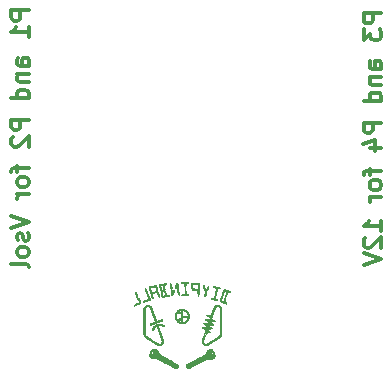
<source format=gbo>
G04 #@! TF.FileFunction,Legend,Bot*
%FSLAX46Y46*%
G04 Gerber Fmt 4.6, Leading zero omitted, Abs format (unit mm)*
G04 Created by KiCad (PCBNEW 4.0.0-rc1-stable) date 10/15/2015 12:59:49 AM*
%MOMM*%
G01*
G04 APERTURE LIST*
%ADD10C,0.100000*%
%ADD11C,0.300000*%
%ADD12C,3.100000*%
%ADD13C,3.700000*%
%ADD14C,6.400000*%
G04 APERTURE END LIST*
D10*
D11*
X162603571Y-97096787D02*
X161103571Y-97096787D01*
X161103571Y-97668215D01*
X161175000Y-97811073D01*
X161246429Y-97882501D01*
X161389286Y-97953930D01*
X161603571Y-97953930D01*
X161746429Y-97882501D01*
X161817857Y-97811073D01*
X161889286Y-97668215D01*
X161889286Y-97096787D01*
X161103571Y-98453930D02*
X161103571Y-99382501D01*
X161675000Y-98882501D01*
X161675000Y-99096787D01*
X161746429Y-99239644D01*
X161817857Y-99311073D01*
X161960714Y-99382501D01*
X162317857Y-99382501D01*
X162460714Y-99311073D01*
X162532143Y-99239644D01*
X162603571Y-99096787D01*
X162603571Y-98668215D01*
X162532143Y-98525358D01*
X162460714Y-98453930D01*
X162603571Y-101811072D02*
X161817857Y-101811072D01*
X161675000Y-101739643D01*
X161603571Y-101596786D01*
X161603571Y-101311072D01*
X161675000Y-101168215D01*
X162532143Y-101811072D02*
X162603571Y-101668215D01*
X162603571Y-101311072D01*
X162532143Y-101168215D01*
X162389286Y-101096786D01*
X162246429Y-101096786D01*
X162103571Y-101168215D01*
X162032143Y-101311072D01*
X162032143Y-101668215D01*
X161960714Y-101811072D01*
X161603571Y-102525358D02*
X162603571Y-102525358D01*
X161746429Y-102525358D02*
X161675000Y-102596786D01*
X161603571Y-102739644D01*
X161603571Y-102953929D01*
X161675000Y-103096786D01*
X161817857Y-103168215D01*
X162603571Y-103168215D01*
X162603571Y-104525358D02*
X161103571Y-104525358D01*
X162532143Y-104525358D02*
X162603571Y-104382501D01*
X162603571Y-104096787D01*
X162532143Y-103953929D01*
X162460714Y-103882501D01*
X162317857Y-103811072D01*
X161889286Y-103811072D01*
X161746429Y-103882501D01*
X161675000Y-103953929D01*
X161603571Y-104096787D01*
X161603571Y-104382501D01*
X161675000Y-104525358D01*
X162603571Y-106382501D02*
X161103571Y-106382501D01*
X161103571Y-106953929D01*
X161175000Y-107096787D01*
X161246429Y-107168215D01*
X161389286Y-107239644D01*
X161603571Y-107239644D01*
X161746429Y-107168215D01*
X161817857Y-107096787D01*
X161889286Y-106953929D01*
X161889286Y-106382501D01*
X161603571Y-108525358D02*
X162603571Y-108525358D01*
X161032143Y-108168215D02*
X162103571Y-107811072D01*
X162103571Y-108739644D01*
X161603571Y-110239643D02*
X161603571Y-110811072D01*
X162603571Y-110453929D02*
X161317857Y-110453929D01*
X161175000Y-110525357D01*
X161103571Y-110668215D01*
X161103571Y-110811072D01*
X162603571Y-111525358D02*
X162532143Y-111382500D01*
X162460714Y-111311072D01*
X162317857Y-111239643D01*
X161889286Y-111239643D01*
X161746429Y-111311072D01*
X161675000Y-111382500D01*
X161603571Y-111525358D01*
X161603571Y-111739643D01*
X161675000Y-111882500D01*
X161746429Y-111953929D01*
X161889286Y-112025358D01*
X162317857Y-112025358D01*
X162460714Y-111953929D01*
X162532143Y-111882500D01*
X162603571Y-111739643D01*
X162603571Y-111525358D01*
X162603571Y-112668215D02*
X161603571Y-112668215D01*
X161889286Y-112668215D02*
X161746429Y-112739643D01*
X161675000Y-112811072D01*
X161603571Y-112953929D01*
X161603571Y-113096786D01*
X162603571Y-115525357D02*
X162603571Y-114668214D01*
X162603571Y-115096786D02*
X161103571Y-115096786D01*
X161317857Y-114953929D01*
X161460714Y-114811071D01*
X161532143Y-114668214D01*
X161246429Y-116096785D02*
X161175000Y-116168214D01*
X161103571Y-116311071D01*
X161103571Y-116668214D01*
X161175000Y-116811071D01*
X161246429Y-116882500D01*
X161389286Y-116953928D01*
X161532143Y-116953928D01*
X161746429Y-116882500D01*
X162603571Y-116025357D01*
X162603571Y-116953928D01*
X161103571Y-117382499D02*
X162603571Y-117882499D01*
X161103571Y-118382499D01*
X132758571Y-96846787D02*
X131258571Y-96846787D01*
X131258571Y-97418215D01*
X131330000Y-97561073D01*
X131401429Y-97632501D01*
X131544286Y-97703930D01*
X131758571Y-97703930D01*
X131901429Y-97632501D01*
X131972857Y-97561073D01*
X132044286Y-97418215D01*
X132044286Y-96846787D01*
X132758571Y-99132501D02*
X132758571Y-98275358D01*
X132758571Y-98703930D02*
X131258571Y-98703930D01*
X131472857Y-98561073D01*
X131615714Y-98418215D01*
X131687143Y-98275358D01*
X132758571Y-101561072D02*
X131972857Y-101561072D01*
X131830000Y-101489643D01*
X131758571Y-101346786D01*
X131758571Y-101061072D01*
X131830000Y-100918215D01*
X132687143Y-101561072D02*
X132758571Y-101418215D01*
X132758571Y-101061072D01*
X132687143Y-100918215D01*
X132544286Y-100846786D01*
X132401429Y-100846786D01*
X132258571Y-100918215D01*
X132187143Y-101061072D01*
X132187143Y-101418215D01*
X132115714Y-101561072D01*
X131758571Y-102275358D02*
X132758571Y-102275358D01*
X131901429Y-102275358D02*
X131830000Y-102346786D01*
X131758571Y-102489644D01*
X131758571Y-102703929D01*
X131830000Y-102846786D01*
X131972857Y-102918215D01*
X132758571Y-102918215D01*
X132758571Y-104275358D02*
X131258571Y-104275358D01*
X132687143Y-104275358D02*
X132758571Y-104132501D01*
X132758571Y-103846787D01*
X132687143Y-103703929D01*
X132615714Y-103632501D01*
X132472857Y-103561072D01*
X132044286Y-103561072D01*
X131901429Y-103632501D01*
X131830000Y-103703929D01*
X131758571Y-103846787D01*
X131758571Y-104132501D01*
X131830000Y-104275358D01*
X132758571Y-106132501D02*
X131258571Y-106132501D01*
X131258571Y-106703929D01*
X131330000Y-106846787D01*
X131401429Y-106918215D01*
X131544286Y-106989644D01*
X131758571Y-106989644D01*
X131901429Y-106918215D01*
X131972857Y-106846787D01*
X132044286Y-106703929D01*
X132044286Y-106132501D01*
X131401429Y-107561072D02*
X131330000Y-107632501D01*
X131258571Y-107775358D01*
X131258571Y-108132501D01*
X131330000Y-108275358D01*
X131401429Y-108346787D01*
X131544286Y-108418215D01*
X131687143Y-108418215D01*
X131901429Y-108346787D01*
X132758571Y-107489644D01*
X132758571Y-108418215D01*
X131758571Y-109989643D02*
X131758571Y-110561072D01*
X132758571Y-110203929D02*
X131472857Y-110203929D01*
X131330000Y-110275357D01*
X131258571Y-110418215D01*
X131258571Y-110561072D01*
X132758571Y-111275358D02*
X132687143Y-111132500D01*
X132615714Y-111061072D01*
X132472857Y-110989643D01*
X132044286Y-110989643D01*
X131901429Y-111061072D01*
X131830000Y-111132500D01*
X131758571Y-111275358D01*
X131758571Y-111489643D01*
X131830000Y-111632500D01*
X131901429Y-111703929D01*
X132044286Y-111775358D01*
X132472857Y-111775358D01*
X132615714Y-111703929D01*
X132687143Y-111632500D01*
X132758571Y-111489643D01*
X132758571Y-111275358D01*
X132758571Y-112418215D02*
X131758571Y-112418215D01*
X132044286Y-112418215D02*
X131901429Y-112489643D01*
X131830000Y-112561072D01*
X131758571Y-112703929D01*
X131758571Y-112846786D01*
X131258571Y-114275357D02*
X132758571Y-114775357D01*
X131258571Y-115275357D01*
X132687143Y-115703928D02*
X132758571Y-115846785D01*
X132758571Y-116132500D01*
X132687143Y-116275357D01*
X132544286Y-116346785D01*
X132472857Y-116346785D01*
X132330000Y-116275357D01*
X132258571Y-116132500D01*
X132258571Y-115918214D01*
X132187143Y-115775357D01*
X132044286Y-115703928D01*
X131972857Y-115703928D01*
X131830000Y-115775357D01*
X131758571Y-115918214D01*
X131758571Y-116132500D01*
X131830000Y-116275357D01*
X132758571Y-117203929D02*
X132687143Y-117061071D01*
X132615714Y-116989643D01*
X132472857Y-116918214D01*
X132044286Y-116918214D01*
X131901429Y-116989643D01*
X131830000Y-117061071D01*
X131758571Y-117203929D01*
X131758571Y-117418214D01*
X131830000Y-117561071D01*
X131901429Y-117632500D01*
X132044286Y-117703929D01*
X132472857Y-117703929D01*
X132615714Y-117632500D01*
X132687143Y-117561071D01*
X132758571Y-117418214D01*
X132758571Y-117203929D01*
X132758571Y-118561072D02*
X132687143Y-118418214D01*
X132544286Y-118346786D01*
X131258571Y-118346786D01*
D10*
G36*
X142943580Y-126003886D02*
X142945915Y-126018774D01*
X142952205Y-126039692D01*
X142961381Y-126063840D01*
X142972373Y-126088418D01*
X142984110Y-126110625D01*
X142984844Y-126111871D01*
X143001412Y-126135993D01*
X143023610Y-126163086D01*
X143048776Y-126190250D01*
X143074250Y-126214582D01*
X143093757Y-126230578D01*
X143128463Y-126253009D01*
X143169173Y-126274046D01*
X143211750Y-126291640D01*
X143228279Y-126297224D01*
X143246248Y-126302360D01*
X143263236Y-126305795D01*
X143282060Y-126307839D01*
X143305537Y-126308804D01*
X143334740Y-126309005D01*
X143377209Y-126307919D01*
X143413037Y-126304343D01*
X143445589Y-126297569D01*
X143478226Y-126286889D01*
X143514313Y-126271595D01*
X143515979Y-126270830D01*
X143557517Y-126251700D01*
X144310999Y-126686197D01*
X144392352Y-126733089D01*
X144471684Y-126778776D01*
X144548516Y-126822983D01*
X144622367Y-126865436D01*
X144692758Y-126905860D01*
X144759208Y-126943981D01*
X144821239Y-126979524D01*
X144878371Y-127012215D01*
X144930123Y-127041779D01*
X144976015Y-127067942D01*
X145015569Y-127090429D01*
X145048304Y-127108965D01*
X145073740Y-127123277D01*
X145091398Y-127133090D01*
X145100797Y-127138128D01*
X145101364Y-127138407D01*
X145143735Y-127153600D01*
X145186426Y-127158702D01*
X145224270Y-127154769D01*
X145265194Y-127141172D01*
X145301585Y-127118848D01*
X145332431Y-127088599D01*
X145356720Y-127051228D01*
X145357990Y-127048689D01*
X145365823Y-127031868D01*
X145370662Y-127017935D01*
X145373209Y-127003368D01*
X145374167Y-126984648D01*
X145374267Y-126967069D01*
X145373924Y-126943394D01*
X145372515Y-126926330D01*
X145369301Y-126912332D01*
X145363547Y-126897855D01*
X145357099Y-126884509D01*
X145343528Y-126861479D01*
X145327211Y-126839774D01*
X145316552Y-126828466D01*
X145308525Y-126822612D01*
X145291659Y-126811759D01*
X145265958Y-126795910D01*
X145231427Y-126775068D01*
X145188071Y-126749235D01*
X145135894Y-126718415D01*
X145074900Y-126682609D01*
X145005095Y-126641821D01*
X144926482Y-126596053D01*
X144839067Y-126545307D01*
X144742854Y-126489587D01*
X144637847Y-126428896D01*
X144524051Y-126363235D01*
X144523460Y-126362895D01*
X144441784Y-126315782D01*
X144362472Y-126269996D01*
X144285974Y-126225795D01*
X144212738Y-126183440D01*
X144143213Y-126143194D01*
X144077849Y-126105315D01*
X144017092Y-126070066D01*
X143961393Y-126037706D01*
X143911200Y-126008497D01*
X143866962Y-125982699D01*
X143829127Y-125960574D01*
X143798144Y-125942381D01*
X143774463Y-125928382D01*
X143758530Y-125918837D01*
X143750797Y-125914008D01*
X143750108Y-125913477D01*
X143748079Y-125905622D01*
X143746662Y-125891117D01*
X143746223Y-125877320D01*
X143741426Y-125827459D01*
X143727983Y-125775515D01*
X143706590Y-125723397D01*
X143677945Y-125673013D01*
X143664632Y-125653800D01*
X143627007Y-125610561D01*
X143582458Y-125573213D01*
X143532433Y-125542275D01*
X143478381Y-125518266D01*
X143421753Y-125501706D01*
X143363996Y-125493113D01*
X143306561Y-125493008D01*
X143250896Y-125501909D01*
X143244995Y-125503446D01*
X143229857Y-125509466D01*
X143217844Y-125519770D01*
X143208165Y-125532832D01*
X143199558Y-125546380D01*
X143193869Y-125556398D01*
X143192500Y-125559828D01*
X143196718Y-125563187D01*
X143208557Y-125570814D01*
X143226798Y-125581971D01*
X143250222Y-125595919D01*
X143277610Y-125611921D01*
X143296640Y-125622889D01*
X143400780Y-125682604D01*
X143400720Y-125807902D01*
X143400660Y-125933200D01*
X143374050Y-125951474D01*
X143352994Y-125965289D01*
X143328025Y-125980649D01*
X143300753Y-125996675D01*
X143272788Y-126012488D01*
X143245741Y-126027207D01*
X143221222Y-126039953D01*
X143200840Y-126049847D01*
X143186206Y-126056009D01*
X143179691Y-126057660D01*
X143169812Y-126054989D01*
X143152453Y-126047324D01*
X143128668Y-126035190D01*
X143099511Y-126019107D01*
X143083772Y-126010054D01*
X143047413Y-125988971D01*
X143018950Y-125972673D01*
X142997564Y-125960720D01*
X142982439Y-125952672D01*
X142972758Y-125948085D01*
X142967703Y-125946521D01*
X142966593Y-125946795D01*
X142960521Y-125956591D01*
X142953597Y-125971608D01*
X142947506Y-125987670D01*
X142943930Y-126000603D01*
X142943580Y-126003886D01*
X142943580Y-126003886D01*
X142943580Y-126003886D01*
G37*
X142943580Y-126003886D02*
X142945915Y-126018774D01*
X142952205Y-126039692D01*
X142961381Y-126063840D01*
X142972373Y-126088418D01*
X142984110Y-126110625D01*
X142984844Y-126111871D01*
X143001412Y-126135993D01*
X143023610Y-126163086D01*
X143048776Y-126190250D01*
X143074250Y-126214582D01*
X143093757Y-126230578D01*
X143128463Y-126253009D01*
X143169173Y-126274046D01*
X143211750Y-126291640D01*
X143228279Y-126297224D01*
X143246248Y-126302360D01*
X143263236Y-126305795D01*
X143282060Y-126307839D01*
X143305537Y-126308804D01*
X143334740Y-126309005D01*
X143377209Y-126307919D01*
X143413037Y-126304343D01*
X143445589Y-126297569D01*
X143478226Y-126286889D01*
X143514313Y-126271595D01*
X143515979Y-126270830D01*
X143557517Y-126251700D01*
X144310999Y-126686197D01*
X144392352Y-126733089D01*
X144471684Y-126778776D01*
X144548516Y-126822983D01*
X144622367Y-126865436D01*
X144692758Y-126905860D01*
X144759208Y-126943981D01*
X144821239Y-126979524D01*
X144878371Y-127012215D01*
X144930123Y-127041779D01*
X144976015Y-127067942D01*
X145015569Y-127090429D01*
X145048304Y-127108965D01*
X145073740Y-127123277D01*
X145091398Y-127133090D01*
X145100797Y-127138128D01*
X145101364Y-127138407D01*
X145143735Y-127153600D01*
X145186426Y-127158702D01*
X145224270Y-127154769D01*
X145265194Y-127141172D01*
X145301585Y-127118848D01*
X145332431Y-127088599D01*
X145356720Y-127051228D01*
X145357990Y-127048689D01*
X145365823Y-127031868D01*
X145370662Y-127017935D01*
X145373209Y-127003368D01*
X145374167Y-126984648D01*
X145374267Y-126967069D01*
X145373924Y-126943394D01*
X145372515Y-126926330D01*
X145369301Y-126912332D01*
X145363547Y-126897855D01*
X145357099Y-126884509D01*
X145343528Y-126861479D01*
X145327211Y-126839774D01*
X145316552Y-126828466D01*
X145308525Y-126822612D01*
X145291659Y-126811759D01*
X145265958Y-126795910D01*
X145231427Y-126775068D01*
X145188071Y-126749235D01*
X145135894Y-126718415D01*
X145074900Y-126682609D01*
X145005095Y-126641821D01*
X144926482Y-126596053D01*
X144839067Y-126545307D01*
X144742854Y-126489587D01*
X144637847Y-126428896D01*
X144524051Y-126363235D01*
X144523460Y-126362895D01*
X144441784Y-126315782D01*
X144362472Y-126269996D01*
X144285974Y-126225795D01*
X144212738Y-126183440D01*
X144143213Y-126143194D01*
X144077849Y-126105315D01*
X144017092Y-126070066D01*
X143961393Y-126037706D01*
X143911200Y-126008497D01*
X143866962Y-125982699D01*
X143829127Y-125960574D01*
X143798144Y-125942381D01*
X143774463Y-125928382D01*
X143758530Y-125918837D01*
X143750797Y-125914008D01*
X143750108Y-125913477D01*
X143748079Y-125905622D01*
X143746662Y-125891117D01*
X143746223Y-125877320D01*
X143741426Y-125827459D01*
X143727983Y-125775515D01*
X143706590Y-125723397D01*
X143677945Y-125673013D01*
X143664632Y-125653800D01*
X143627007Y-125610561D01*
X143582458Y-125573213D01*
X143532433Y-125542275D01*
X143478381Y-125518266D01*
X143421753Y-125501706D01*
X143363996Y-125493113D01*
X143306561Y-125493008D01*
X143250896Y-125501909D01*
X143244995Y-125503446D01*
X143229857Y-125509466D01*
X143217844Y-125519770D01*
X143208165Y-125532832D01*
X143199558Y-125546380D01*
X143193869Y-125556398D01*
X143192500Y-125559828D01*
X143196718Y-125563187D01*
X143208557Y-125570814D01*
X143226798Y-125581971D01*
X143250222Y-125595919D01*
X143277610Y-125611921D01*
X143296640Y-125622889D01*
X143400780Y-125682604D01*
X143400720Y-125807902D01*
X143400660Y-125933200D01*
X143374050Y-125951474D01*
X143352994Y-125965289D01*
X143328025Y-125980649D01*
X143300753Y-125996675D01*
X143272788Y-126012488D01*
X143245741Y-126027207D01*
X143221222Y-126039953D01*
X143200840Y-126049847D01*
X143186206Y-126056009D01*
X143179691Y-126057660D01*
X143169812Y-126054989D01*
X143152453Y-126047324D01*
X143128668Y-126035190D01*
X143099511Y-126019107D01*
X143083772Y-126010054D01*
X143047413Y-125988971D01*
X143018950Y-125972673D01*
X142997564Y-125960720D01*
X142982439Y-125952672D01*
X142972758Y-125948085D01*
X142967703Y-125946521D01*
X142966593Y-125946795D01*
X142960521Y-125956591D01*
X142953597Y-125971608D01*
X142947506Y-125987670D01*
X142943930Y-126000603D01*
X142943580Y-126003886D01*
X142943580Y-126003886D01*
G36*
X146050000Y-126951740D02*
X146050211Y-126976350D01*
X146051227Y-126993814D01*
X146053620Y-127007143D01*
X146057965Y-127019347D01*
X146064835Y-127033437D01*
X146065984Y-127035642D01*
X146087193Y-127067445D01*
X146115046Y-127096386D01*
X146146498Y-127119546D01*
X146162200Y-127127854D01*
X146197051Y-127139131D01*
X146235201Y-127143590D01*
X146272864Y-127141042D01*
X146297752Y-127134690D01*
X146305317Y-127131208D01*
X146321361Y-127123182D01*
X146345408Y-127110863D01*
X146376980Y-127094502D01*
X146415600Y-127074353D01*
X146460791Y-127050666D01*
X146512076Y-127023692D01*
X146568978Y-126993685D01*
X146631019Y-126960895D01*
X146697722Y-126925574D01*
X146768611Y-126887973D01*
X146843208Y-126848346D01*
X146921036Y-126806942D01*
X147001618Y-126764015D01*
X147084477Y-126719815D01*
X147107669Y-126707433D01*
X147888274Y-126290597D01*
X147930368Y-126311455D01*
X147969284Y-126329074D01*
X148005475Y-126341415D01*
X148042264Y-126349229D01*
X148082971Y-126353264D01*
X148120100Y-126354274D01*
X148159889Y-126353623D01*
X148192916Y-126350794D01*
X148222469Y-126345091D01*
X148251838Y-126335816D01*
X148284311Y-126322274D01*
X148295360Y-126317176D01*
X148349316Y-126286327D01*
X148397661Y-126247116D01*
X148440107Y-126199835D01*
X148476367Y-126144779D01*
X148489178Y-126120433D01*
X148517035Y-126063826D01*
X148501209Y-126032475D01*
X148485383Y-126001123D01*
X148448792Y-126021039D01*
X148430762Y-126030763D01*
X148406522Y-126043709D01*
X148378863Y-126058393D01*
X148350578Y-126073330D01*
X148341997Y-126077844D01*
X148271794Y-126114733D01*
X148172307Y-126054629D01*
X148143238Y-126036971D01*
X148116700Y-126020669D01*
X148094071Y-126006583D01*
X148076726Y-125995574D01*
X148066041Y-125988501D01*
X148063642Y-125986722D01*
X148060747Y-125983681D01*
X148058614Y-125979297D01*
X148057196Y-125972283D01*
X148056444Y-125961352D01*
X148056310Y-125945217D01*
X148056746Y-125922592D01*
X148057703Y-125892189D01*
X148058882Y-125859540D01*
X148060260Y-125825396D01*
X148061727Y-125794408D01*
X148063194Y-125768098D01*
X148064570Y-125747992D01*
X148065768Y-125735611D01*
X148066357Y-125732540D01*
X148071699Y-125727597D01*
X148084428Y-125718969D01*
X148102921Y-125707664D01*
X148125554Y-125694693D01*
X148139207Y-125687201D01*
X148166615Y-125672386D01*
X148193971Y-125657595D01*
X148218614Y-125644267D01*
X148237881Y-125633842D01*
X148242709Y-125631228D01*
X148276418Y-125612974D01*
X148264242Y-125589017D01*
X148255041Y-125573767D01*
X148245226Y-125561729D01*
X148240694Y-125557936D01*
X148223226Y-125550802D01*
X148197914Y-125545499D01*
X148166913Y-125542079D01*
X148132382Y-125540594D01*
X148096479Y-125541096D01*
X148061360Y-125543637D01*
X148029184Y-125548268D01*
X148010880Y-125552420D01*
X147951239Y-125573645D01*
X147896603Y-125603321D01*
X147847570Y-125640744D01*
X147804740Y-125685209D01*
X147768710Y-125736014D01*
X147740078Y-125792454D01*
X147719445Y-125853825D01*
X147708869Y-125907650D01*
X147705846Y-125926975D01*
X147702755Y-125942211D01*
X147700155Y-125950704D01*
X147699626Y-125951483D01*
X147694820Y-125954193D01*
X147681508Y-125961438D01*
X147660147Y-125972973D01*
X147631194Y-125988553D01*
X147595109Y-126007933D01*
X147552349Y-126030868D01*
X147503372Y-126057112D01*
X147448636Y-126086420D01*
X147388599Y-126118548D01*
X147323719Y-126153248D01*
X147254455Y-126190278D01*
X147181263Y-126229390D01*
X147104603Y-126270341D01*
X147024932Y-126312885D01*
X146942708Y-126356776D01*
X146916557Y-126370732D01*
X146815926Y-126424429D01*
X146723859Y-126473562D01*
X146639959Y-126518361D01*
X146563832Y-126559056D01*
X146495084Y-126595880D01*
X146433320Y-126629062D01*
X146378146Y-126658834D01*
X146329167Y-126685425D01*
X146285988Y-126709068D01*
X146248214Y-126729993D01*
X146215452Y-126748430D01*
X146187306Y-126764611D01*
X146163382Y-126778766D01*
X146143285Y-126791125D01*
X146126621Y-126801921D01*
X146112995Y-126811383D01*
X146102013Y-126819742D01*
X146093279Y-126827230D01*
X146086400Y-126834077D01*
X146080980Y-126840513D01*
X146076625Y-126846770D01*
X146072941Y-126853078D01*
X146069533Y-126859669D01*
X146066005Y-126866772D01*
X146064988Y-126868794D01*
X146058138Y-126883172D01*
X146053759Y-126895654D01*
X146051306Y-126909257D01*
X146050235Y-126926997D01*
X146050000Y-126951740D01*
X146050000Y-126951740D01*
X146050000Y-126951740D01*
G37*
X146050000Y-126951740D02*
X146050211Y-126976350D01*
X146051227Y-126993814D01*
X146053620Y-127007143D01*
X146057965Y-127019347D01*
X146064835Y-127033437D01*
X146065984Y-127035642D01*
X146087193Y-127067445D01*
X146115046Y-127096386D01*
X146146498Y-127119546D01*
X146162200Y-127127854D01*
X146197051Y-127139131D01*
X146235201Y-127143590D01*
X146272864Y-127141042D01*
X146297752Y-127134690D01*
X146305317Y-127131208D01*
X146321361Y-127123182D01*
X146345408Y-127110863D01*
X146376980Y-127094502D01*
X146415600Y-127074353D01*
X146460791Y-127050666D01*
X146512076Y-127023692D01*
X146568978Y-126993685D01*
X146631019Y-126960895D01*
X146697722Y-126925574D01*
X146768611Y-126887973D01*
X146843208Y-126848346D01*
X146921036Y-126806942D01*
X147001618Y-126764015D01*
X147084477Y-126719815D01*
X147107669Y-126707433D01*
X147888274Y-126290597D01*
X147930368Y-126311455D01*
X147969284Y-126329074D01*
X148005475Y-126341415D01*
X148042264Y-126349229D01*
X148082971Y-126353264D01*
X148120100Y-126354274D01*
X148159889Y-126353623D01*
X148192916Y-126350794D01*
X148222469Y-126345091D01*
X148251838Y-126335816D01*
X148284311Y-126322274D01*
X148295360Y-126317176D01*
X148349316Y-126286327D01*
X148397661Y-126247116D01*
X148440107Y-126199835D01*
X148476367Y-126144779D01*
X148489178Y-126120433D01*
X148517035Y-126063826D01*
X148501209Y-126032475D01*
X148485383Y-126001123D01*
X148448792Y-126021039D01*
X148430762Y-126030763D01*
X148406522Y-126043709D01*
X148378863Y-126058393D01*
X148350578Y-126073330D01*
X148341997Y-126077844D01*
X148271794Y-126114733D01*
X148172307Y-126054629D01*
X148143238Y-126036971D01*
X148116700Y-126020669D01*
X148094071Y-126006583D01*
X148076726Y-125995574D01*
X148066041Y-125988501D01*
X148063642Y-125986722D01*
X148060747Y-125983681D01*
X148058614Y-125979297D01*
X148057196Y-125972283D01*
X148056444Y-125961352D01*
X148056310Y-125945217D01*
X148056746Y-125922592D01*
X148057703Y-125892189D01*
X148058882Y-125859540D01*
X148060260Y-125825396D01*
X148061727Y-125794408D01*
X148063194Y-125768098D01*
X148064570Y-125747992D01*
X148065768Y-125735611D01*
X148066357Y-125732540D01*
X148071699Y-125727597D01*
X148084428Y-125718969D01*
X148102921Y-125707664D01*
X148125554Y-125694693D01*
X148139207Y-125687201D01*
X148166615Y-125672386D01*
X148193971Y-125657595D01*
X148218614Y-125644267D01*
X148237881Y-125633842D01*
X148242709Y-125631228D01*
X148276418Y-125612974D01*
X148264242Y-125589017D01*
X148255041Y-125573767D01*
X148245226Y-125561729D01*
X148240694Y-125557936D01*
X148223226Y-125550802D01*
X148197914Y-125545499D01*
X148166913Y-125542079D01*
X148132382Y-125540594D01*
X148096479Y-125541096D01*
X148061360Y-125543637D01*
X148029184Y-125548268D01*
X148010880Y-125552420D01*
X147951239Y-125573645D01*
X147896603Y-125603321D01*
X147847570Y-125640744D01*
X147804740Y-125685209D01*
X147768710Y-125736014D01*
X147740078Y-125792454D01*
X147719445Y-125853825D01*
X147708869Y-125907650D01*
X147705846Y-125926975D01*
X147702755Y-125942211D01*
X147700155Y-125950704D01*
X147699626Y-125951483D01*
X147694820Y-125954193D01*
X147681508Y-125961438D01*
X147660147Y-125972973D01*
X147631194Y-125988553D01*
X147595109Y-126007933D01*
X147552349Y-126030868D01*
X147503372Y-126057112D01*
X147448636Y-126086420D01*
X147388599Y-126118548D01*
X147323719Y-126153248D01*
X147254455Y-126190278D01*
X147181263Y-126229390D01*
X147104603Y-126270341D01*
X147024932Y-126312885D01*
X146942708Y-126356776D01*
X146916557Y-126370732D01*
X146815926Y-126424429D01*
X146723859Y-126473562D01*
X146639959Y-126518361D01*
X146563832Y-126559056D01*
X146495084Y-126595880D01*
X146433320Y-126629062D01*
X146378146Y-126658834D01*
X146329167Y-126685425D01*
X146285988Y-126709068D01*
X146248214Y-126729993D01*
X146215452Y-126748430D01*
X146187306Y-126764611D01*
X146163382Y-126778766D01*
X146143285Y-126791125D01*
X146126621Y-126801921D01*
X146112995Y-126811383D01*
X146102013Y-126819742D01*
X146093279Y-126827230D01*
X146086400Y-126834077D01*
X146080980Y-126840513D01*
X146076625Y-126846770D01*
X146072941Y-126853078D01*
X146069533Y-126859669D01*
X146066005Y-126866772D01*
X146064988Y-126868794D01*
X146058138Y-126883172D01*
X146053759Y-126895654D01*
X146051306Y-126909257D01*
X146050235Y-126926997D01*
X146050000Y-126951740D01*
X146050000Y-126951740D01*
G36*
X148083626Y-125968760D02*
X148163195Y-126016861D01*
X148163195Y-125851318D01*
X148170710Y-125821171D01*
X148186567Y-125794026D01*
X148210215Y-125771497D01*
X148227636Y-125761005D01*
X148260289Y-125749815D01*
X148292423Y-125748320D01*
X148322717Y-125756087D01*
X148349852Y-125772682D01*
X148372508Y-125797672D01*
X148380752Y-125811280D01*
X148387961Y-125832078D01*
X148391322Y-125857499D01*
X148390739Y-125883461D01*
X148386119Y-125905882D01*
X148383098Y-125912985D01*
X148363617Y-125939991D01*
X148338235Y-125959919D01*
X148308790Y-125972128D01*
X148277120Y-125975976D01*
X148245060Y-125970823D01*
X148231860Y-125965793D01*
X148205629Y-125950865D01*
X148186671Y-125932295D01*
X148175391Y-125914166D01*
X148164572Y-125882854D01*
X148163195Y-125851318D01*
X148163195Y-126016861D01*
X148176063Y-126024640D01*
X148203592Y-126041240D01*
X148228164Y-126055981D01*
X148248459Y-126068076D01*
X148263157Y-126076738D01*
X148270937Y-126081183D01*
X148271771Y-126081594D01*
X148277004Y-126079588D01*
X148289781Y-126073369D01*
X148308750Y-126063636D01*
X148332561Y-126051085D01*
X148359861Y-126036414D01*
X148369626Y-126031105D01*
X148464212Y-125979542D01*
X148467545Y-125903031D01*
X148468963Y-125872886D01*
X148470539Y-125843284D01*
X148472105Y-125817149D01*
X148473495Y-125797402D01*
X148473839Y-125793315D01*
X148476799Y-125760111D01*
X148381000Y-125700859D01*
X148285200Y-125641608D01*
X148224240Y-125673807D01*
X148187447Y-125693348D01*
X148158644Y-125708958D01*
X148136765Y-125721311D01*
X148120743Y-125731081D01*
X148109513Y-125738942D01*
X148102008Y-125745570D01*
X148097163Y-125751638D01*
X148094934Y-125755602D01*
X148092035Y-125764591D01*
X148089748Y-125779136D01*
X148087980Y-125800373D01*
X148086639Y-125829436D01*
X148085632Y-125867463D01*
X148085587Y-125869700D01*
X148083626Y-125968760D01*
X148083626Y-125968760D01*
X148083626Y-125968760D01*
G37*
X148083626Y-125968760D02*
X148163195Y-126016861D01*
X148163195Y-125851318D01*
X148170710Y-125821171D01*
X148186567Y-125794026D01*
X148210215Y-125771497D01*
X148227636Y-125761005D01*
X148260289Y-125749815D01*
X148292423Y-125748320D01*
X148322717Y-125756087D01*
X148349852Y-125772682D01*
X148372508Y-125797672D01*
X148380752Y-125811280D01*
X148387961Y-125832078D01*
X148391322Y-125857499D01*
X148390739Y-125883461D01*
X148386119Y-125905882D01*
X148383098Y-125912985D01*
X148363617Y-125939991D01*
X148338235Y-125959919D01*
X148308790Y-125972128D01*
X148277120Y-125975976D01*
X148245060Y-125970823D01*
X148231860Y-125965793D01*
X148205629Y-125950865D01*
X148186671Y-125932295D01*
X148175391Y-125914166D01*
X148164572Y-125882854D01*
X148163195Y-125851318D01*
X148163195Y-126016861D01*
X148176063Y-126024640D01*
X148203592Y-126041240D01*
X148228164Y-126055981D01*
X148248459Y-126068076D01*
X148263157Y-126076738D01*
X148270937Y-126081183D01*
X148271771Y-126081594D01*
X148277004Y-126079588D01*
X148289781Y-126073369D01*
X148308750Y-126063636D01*
X148332561Y-126051085D01*
X148359861Y-126036414D01*
X148369626Y-126031105D01*
X148464212Y-125979542D01*
X148467545Y-125903031D01*
X148468963Y-125872886D01*
X148470539Y-125843284D01*
X148472105Y-125817149D01*
X148473495Y-125797402D01*
X148473839Y-125793315D01*
X148476799Y-125760111D01*
X148381000Y-125700859D01*
X148285200Y-125641608D01*
X148224240Y-125673807D01*
X148187447Y-125693348D01*
X148158644Y-125708958D01*
X148136765Y-125721311D01*
X148120743Y-125731081D01*
X148109513Y-125738942D01*
X148102008Y-125745570D01*
X148097163Y-125751638D01*
X148094934Y-125755602D01*
X148092035Y-125764591D01*
X148089748Y-125779136D01*
X148087980Y-125800373D01*
X148086639Y-125829436D01*
X148085632Y-125867463D01*
X148085587Y-125869700D01*
X148083626Y-125968760D01*
X148083626Y-125968760D01*
G36*
X142989504Y-125813811D02*
X142989640Y-125842356D01*
X142989999Y-125868655D01*
X142990581Y-125890641D01*
X142991384Y-125906249D01*
X142992219Y-125912880D01*
X142997827Y-125920627D01*
X143009722Y-125930835D01*
X143023900Y-125940390D01*
X143055965Y-125959400D01*
X143065966Y-125965186D01*
X143065966Y-125806615D01*
X143071282Y-125777154D01*
X143084643Y-125749697D01*
X143101918Y-125729829D01*
X143128687Y-125710030D01*
X143156352Y-125699095D01*
X143184646Y-125695896D01*
X143215562Y-125700220D01*
X143242661Y-125712777D01*
X143265045Y-125732070D01*
X143281820Y-125756600D01*
X143292087Y-125784871D01*
X143294950Y-125815384D01*
X143289514Y-125846643D01*
X143283721Y-125861411D01*
X143265860Y-125888506D01*
X143242073Y-125908240D01*
X143213854Y-125920191D01*
X143182696Y-125923940D01*
X143150091Y-125919068D01*
X143121114Y-125907164D01*
X143096270Y-125888355D01*
X143078662Y-125864083D01*
X143068494Y-125836214D01*
X143065966Y-125806615D01*
X143065966Y-125965186D01*
X143087052Y-125977387D01*
X143115863Y-125993639D01*
X143141098Y-126007446D01*
X143161460Y-126018096D01*
X143175649Y-126024878D01*
X143182216Y-126027091D01*
X143188767Y-126024609D01*
X143202650Y-126017725D01*
X143222448Y-126007196D01*
X143246742Y-125993783D01*
X143274115Y-125978246D01*
X143282670Y-125973309D01*
X143375380Y-125919615D01*
X143375380Y-125811024D01*
X143375380Y-125702434D01*
X143320770Y-125670081D01*
X143294575Y-125654756D01*
X143266559Y-125638683D01*
X143240547Y-125624041D01*
X143224603Y-125615283D01*
X143183046Y-125592840D01*
X143143323Y-125612320D01*
X143117458Y-125625680D01*
X143090488Y-125640773D01*
X143063975Y-125656594D01*
X143039478Y-125672138D01*
X143018557Y-125686401D01*
X143002773Y-125698376D01*
X142993684Y-125707060D01*
X142992180Y-125709680D01*
X142991196Y-125718474D01*
X142990436Y-125735350D01*
X142989902Y-125758242D01*
X142989591Y-125785084D01*
X142989504Y-125813811D01*
X142989504Y-125813811D01*
X142989504Y-125813811D01*
G37*
X142989504Y-125813811D02*
X142989640Y-125842356D01*
X142989999Y-125868655D01*
X142990581Y-125890641D01*
X142991384Y-125906249D01*
X142992219Y-125912880D01*
X142997827Y-125920627D01*
X143009722Y-125930835D01*
X143023900Y-125940390D01*
X143055965Y-125959400D01*
X143065966Y-125965186D01*
X143065966Y-125806615D01*
X143071282Y-125777154D01*
X143084643Y-125749697D01*
X143101918Y-125729829D01*
X143128687Y-125710030D01*
X143156352Y-125699095D01*
X143184646Y-125695896D01*
X143215562Y-125700220D01*
X143242661Y-125712777D01*
X143265045Y-125732070D01*
X143281820Y-125756600D01*
X143292087Y-125784871D01*
X143294950Y-125815384D01*
X143289514Y-125846643D01*
X143283721Y-125861411D01*
X143265860Y-125888506D01*
X143242073Y-125908240D01*
X143213854Y-125920191D01*
X143182696Y-125923940D01*
X143150091Y-125919068D01*
X143121114Y-125907164D01*
X143096270Y-125888355D01*
X143078662Y-125864083D01*
X143068494Y-125836214D01*
X143065966Y-125806615D01*
X143065966Y-125965186D01*
X143087052Y-125977387D01*
X143115863Y-125993639D01*
X143141098Y-126007446D01*
X143161460Y-126018096D01*
X143175649Y-126024878D01*
X143182216Y-126027091D01*
X143188767Y-126024609D01*
X143202650Y-126017725D01*
X143222448Y-126007196D01*
X143246742Y-125993783D01*
X143274115Y-125978246D01*
X143282670Y-125973309D01*
X143375380Y-125919615D01*
X143375380Y-125811024D01*
X143375380Y-125702434D01*
X143320770Y-125670081D01*
X143294575Y-125654756D01*
X143266559Y-125638683D01*
X143240547Y-125624041D01*
X143224603Y-125615283D01*
X143183046Y-125592840D01*
X143143323Y-125612320D01*
X143117458Y-125625680D01*
X143090488Y-125640773D01*
X143063975Y-125656594D01*
X143039478Y-125672138D01*
X143018557Y-125686401D01*
X143002773Y-125698376D01*
X142993684Y-125707060D01*
X142992180Y-125709680D01*
X142991196Y-125718474D01*
X142990436Y-125735350D01*
X142989902Y-125758242D01*
X142989591Y-125785084D01*
X142989504Y-125813811D01*
X142989504Y-125813811D01*
G36*
X147394723Y-124843650D02*
X147395037Y-124871673D01*
X147398002Y-124899679D01*
X147403417Y-124928995D01*
X147407120Y-124945140D01*
X147422735Y-124990660D01*
X147446762Y-125035679D01*
X147477578Y-125078082D01*
X147513565Y-125115755D01*
X147515879Y-125117559D01*
X147515879Y-124841778D01*
X147516200Y-124830721D01*
X147517240Y-124819196D01*
X147519219Y-124806469D01*
X147522359Y-124791807D01*
X147526880Y-124774475D01*
X147533002Y-124753739D01*
X147540946Y-124728866D01*
X147550933Y-124699120D01*
X147563183Y-124663768D01*
X147577918Y-124622075D01*
X147595357Y-124573308D01*
X147615721Y-124516733D01*
X147639231Y-124451615D01*
X147649050Y-124424440D01*
X147757341Y-124124720D01*
X147795211Y-124121573D01*
X147811581Y-124120589D01*
X147836011Y-124119608D01*
X147866399Y-124118692D01*
X147900646Y-124117902D01*
X147936650Y-124117297D01*
X147949920Y-124117132D01*
X147985691Y-124116612D01*
X148020149Y-124115883D01*
X148051279Y-124115005D01*
X148077067Y-124114038D01*
X148095499Y-124113043D01*
X148100277Y-124112659D01*
X148133794Y-124109480D01*
X148049721Y-124040900D01*
X148012647Y-124010536D01*
X147975148Y-123979597D01*
X147938029Y-123948770D01*
X147902099Y-123918739D01*
X147868165Y-123890188D01*
X147837034Y-123863802D01*
X147809514Y-123840267D01*
X147786410Y-123820266D01*
X147768532Y-123804486D01*
X147756685Y-123793611D01*
X147751677Y-123788326D01*
X147751591Y-123787956D01*
X147756965Y-123787446D01*
X147771518Y-123786848D01*
X147794269Y-123786182D01*
X147824236Y-123785469D01*
X147860439Y-123784732D01*
X147901898Y-123783991D01*
X147947630Y-123783267D01*
X147996656Y-123782582D01*
X148003981Y-123782487D01*
X148254109Y-123779280D01*
X148059229Y-123616720D01*
X147864350Y-123454160D01*
X148115415Y-123451620D01*
X148178424Y-123450880D01*
X148232771Y-123450028D01*
X148278215Y-123449069D01*
X148314517Y-123448012D01*
X148341437Y-123446864D01*
X148358735Y-123445633D01*
X148366170Y-123444324D01*
X148366460Y-123444000D01*
X148362675Y-123439793D01*
X148351850Y-123429779D01*
X148334766Y-123414635D01*
X148312207Y-123395036D01*
X148284955Y-123371659D01*
X148253793Y-123345179D01*
X148219502Y-123316272D01*
X148191200Y-123292569D01*
X148154287Y-123261737D01*
X148119229Y-123232447D01*
X148086913Y-123205440D01*
X148058226Y-123181459D01*
X148034056Y-123161244D01*
X148015290Y-123145538D01*
X148002813Y-123135082D01*
X147998293Y-123131279D01*
X147980626Y-123116340D01*
X148168473Y-123115739D01*
X148214637Y-123115507D01*
X148260558Y-123115120D01*
X148304521Y-123114604D01*
X148344811Y-123113984D01*
X148379711Y-123113285D01*
X148407506Y-123112535D01*
X148423155Y-123111929D01*
X148489989Y-123108720D01*
X148297911Y-122948134D01*
X148105833Y-122787548D01*
X148144213Y-122784304D01*
X148167615Y-122782643D01*
X148191274Y-122781473D01*
X148209077Y-122781060D01*
X148235560Y-122781060D01*
X148243699Y-122759470D01*
X148246731Y-122751199D01*
X148252898Y-122734180D01*
X148261906Y-122709227D01*
X148273464Y-122677155D01*
X148287277Y-122638780D01*
X148303052Y-122594916D01*
X148320495Y-122546379D01*
X148339315Y-122493984D01*
X148359216Y-122438545D01*
X148376336Y-122390831D01*
X148397028Y-122333333D01*
X148417027Y-122278107D01*
X148436026Y-122225982D01*
X148453717Y-122177787D01*
X148469792Y-122134349D01*
X148483943Y-122096498D01*
X148495863Y-122065061D01*
X148505245Y-122040867D01*
X148511779Y-122024745D01*
X148514780Y-122018161D01*
X148538455Y-121983906D01*
X148569152Y-121953584D01*
X148604666Y-121928767D01*
X148642794Y-121911029D01*
X148676969Y-121902493D01*
X148728114Y-121899896D01*
X148775983Y-121906667D01*
X148819847Y-121922370D01*
X148858982Y-121946568D01*
X148892660Y-121978823D01*
X148920155Y-122018699D01*
X148938742Y-122059974D01*
X148941115Y-122066746D01*
X148943146Y-122073315D01*
X148944868Y-122080494D01*
X148946309Y-122089098D01*
X148947501Y-122099943D01*
X148948473Y-122113843D01*
X148949257Y-122131613D01*
X148949883Y-122154068D01*
X148950381Y-122182023D01*
X148950781Y-122216292D01*
X148951115Y-122257692D01*
X148951412Y-122307036D01*
X148951704Y-122365139D01*
X148951927Y-122412760D01*
X148952076Y-122456440D01*
X148952166Y-122509375D01*
X148952198Y-122570661D01*
X148952174Y-122639394D01*
X148952097Y-122714668D01*
X148951969Y-122795580D01*
X148951791Y-122881225D01*
X148951566Y-122970699D01*
X148951295Y-123063096D01*
X148950980Y-123157513D01*
X148950624Y-123253044D01*
X148950229Y-123348787D01*
X148949796Y-123443835D01*
X148949506Y-123502690D01*
X148945600Y-124272580D01*
X148926216Y-124311795D01*
X148909299Y-124341091D01*
X148889503Y-124367707D01*
X148880496Y-124377565D01*
X148872201Y-124384644D01*
X148857006Y-124396073D01*
X148834746Y-124411963D01*
X148805259Y-124432424D01*
X148768379Y-124457566D01*
X148723945Y-124487500D01*
X148671791Y-124522336D01*
X148611754Y-124562184D01*
X148543671Y-124607154D01*
X148467377Y-124657356D01*
X148382709Y-124712902D01*
X148369400Y-124721620D01*
X148305519Y-124763445D01*
X148243744Y-124803863D01*
X148184639Y-124842506D01*
X148128766Y-124879008D01*
X148076689Y-124913002D01*
X148028970Y-124944121D01*
X147986172Y-124971999D01*
X147948857Y-124996269D01*
X147917588Y-125016564D01*
X147892929Y-125032517D01*
X147875441Y-125043763D01*
X147865688Y-125049933D01*
X147864196Y-125050831D01*
X147822686Y-125069361D01*
X147777931Y-125080008D01*
X147732389Y-125082501D01*
X147688517Y-125076569D01*
X147672500Y-125071951D01*
X147628010Y-125051815D01*
X147589279Y-125023654D01*
X147557225Y-124988272D01*
X147535049Y-124951348D01*
X147527168Y-124933884D01*
X147522071Y-124918657D01*
X147519010Y-124902199D01*
X147517238Y-124881041D01*
X147516512Y-124865427D01*
X147516057Y-124853102D01*
X147515879Y-124841778D01*
X147515879Y-125117559D01*
X147553101Y-125146584D01*
X147568856Y-125156142D01*
X147620201Y-125179327D01*
X147675745Y-125194517D01*
X147732914Y-125201219D01*
X147789131Y-125198940D01*
X147791214Y-125198670D01*
X147835910Y-125189271D01*
X147881636Y-125173577D01*
X147923255Y-125153372D01*
X147925511Y-125152054D01*
X147934904Y-125146227D01*
X147952003Y-125135319D01*
X147976139Y-125119771D01*
X148006641Y-125100021D01*
X148042840Y-125076509D01*
X148084064Y-125049674D01*
X148129644Y-125019955D01*
X148178909Y-124987793D01*
X148231189Y-124953627D01*
X148285815Y-124917896D01*
X148342115Y-124881039D01*
X148399419Y-124843496D01*
X148457058Y-124805707D01*
X148514360Y-124768111D01*
X148570657Y-124731146D01*
X148625277Y-124695254D01*
X148677550Y-124660873D01*
X148726806Y-124628443D01*
X148772375Y-124598403D01*
X148813587Y-124571193D01*
X148849771Y-124547251D01*
X148880257Y-124527019D01*
X148904375Y-124510934D01*
X148921454Y-124499436D01*
X148930825Y-124492966D01*
X148931694Y-124492330D01*
X148967945Y-124459537D01*
X149000652Y-124418931D01*
X149028449Y-124372623D01*
X149049970Y-124322723D01*
X149057853Y-124297440D01*
X149058953Y-124293155D01*
X149059966Y-124288447D01*
X149060897Y-124282902D01*
X149061747Y-124276105D01*
X149062522Y-124267644D01*
X149063224Y-124257105D01*
X149063857Y-124244074D01*
X149064425Y-124228137D01*
X149064931Y-124208881D01*
X149065379Y-124185893D01*
X149065772Y-124158759D01*
X149066114Y-124127065D01*
X149066408Y-124090397D01*
X149066658Y-124048343D01*
X149066868Y-124000488D01*
X149067041Y-123946420D01*
X149067180Y-123885723D01*
X149067290Y-123817986D01*
X149067373Y-123742793D01*
X149067434Y-123659733D01*
X149067475Y-123568390D01*
X149067501Y-123468352D01*
X149067515Y-123359205D01*
X149067520Y-123240535D01*
X149067520Y-123172220D01*
X149067517Y-123048010D01*
X149067505Y-122933549D01*
X149067482Y-122828426D01*
X149067442Y-122732228D01*
X149067385Y-122644544D01*
X149067305Y-122564963D01*
X149067200Y-122493074D01*
X149067067Y-122428464D01*
X149066902Y-122370723D01*
X149066701Y-122319438D01*
X149066463Y-122274200D01*
X149066182Y-122234595D01*
X149065857Y-122200214D01*
X149065483Y-122170643D01*
X149065057Y-122145473D01*
X149064577Y-122124290D01*
X149064038Y-122106685D01*
X149063438Y-122092245D01*
X149062772Y-122080559D01*
X149062039Y-122071216D01*
X149061234Y-122063804D01*
X149060354Y-122057912D01*
X149059396Y-122053128D01*
X149058494Y-122049540D01*
X149037476Y-121990399D01*
X149008635Y-121937366D01*
X148972418Y-121890911D01*
X148929273Y-121851502D01*
X148879646Y-121819608D01*
X148823986Y-121795699D01*
X148813217Y-121792236D01*
X148788972Y-121787169D01*
X148757875Y-121784062D01*
X148723039Y-121782905D01*
X148687580Y-121783689D01*
X148654613Y-121786403D01*
X148627252Y-121791038D01*
X148620480Y-121792838D01*
X148587817Y-121804721D01*
X148553369Y-121820774D01*
X148522662Y-121838384D01*
X148518880Y-121840890D01*
X148499555Y-121856238D01*
X148477318Y-121877430D01*
X148454733Y-121901749D01*
X148434364Y-121926480D01*
X148422613Y-121942860D01*
X148417420Y-121950841D01*
X148412543Y-121958791D01*
X148407715Y-121967402D01*
X148402668Y-121977365D01*
X148397135Y-121989372D01*
X148390849Y-122004116D01*
X148383544Y-122022287D01*
X148374951Y-122044577D01*
X148364803Y-122071678D01*
X148352834Y-122104283D01*
X148338776Y-122143082D01*
X148322362Y-122188767D01*
X148303325Y-122242030D01*
X148281397Y-122303563D01*
X148259277Y-122365723D01*
X148153120Y-122664127D01*
X148015960Y-122664770D01*
X147976371Y-122665070D01*
X147937201Y-122665576D01*
X147900487Y-122666247D01*
X147868262Y-122667039D01*
X147842564Y-122667912D01*
X147828287Y-122668626D01*
X147777774Y-122671840D01*
X147970483Y-122831860D01*
X148163193Y-122991880D01*
X148132757Y-122993355D01*
X148121250Y-122993750D01*
X148100807Y-122994274D01*
X148072653Y-122994903D01*
X148038008Y-122995613D01*
X147998098Y-122996379D01*
X147954145Y-122997176D01*
X147907372Y-122997981D01*
X147879760Y-122998435D01*
X147657200Y-123002040D01*
X147704378Y-123042680D01*
X147721701Y-123057458D01*
X147745137Y-123077242D01*
X147772955Y-123100582D01*
X147803424Y-123126028D01*
X147834812Y-123152129D01*
X147856000Y-123169680D01*
X147886597Y-123195017D01*
X147917090Y-123220338D01*
X147945843Y-123244279D01*
X147971218Y-123265475D01*
X147991578Y-123282560D01*
X148002270Y-123291600D01*
X148044097Y-123327160D01*
X148022409Y-123330593D01*
X148012945Y-123331305D01*
X147994447Y-123331984D01*
X147968040Y-123332612D01*
X147934849Y-123333173D01*
X147895999Y-123333651D01*
X147852616Y-123334028D01*
X147805826Y-123334288D01*
X147765256Y-123334403D01*
X147529792Y-123334780D01*
X147617936Y-123406407D01*
X147647348Y-123430413D01*
X147682176Y-123459014D01*
X147720063Y-123490262D01*
X147758651Y-123522210D01*
X147795582Y-123552911D01*
X147816339Y-123570237D01*
X147926598Y-123662440D01*
X147684259Y-123665517D01*
X147635237Y-123666151D01*
X147589054Y-123666772D01*
X147546758Y-123667363D01*
X147509397Y-123667910D01*
X147478020Y-123668395D01*
X147453675Y-123668804D01*
X147437411Y-123669121D01*
X147430317Y-123669327D01*
X147427444Y-123670342D01*
X147427483Y-123673199D01*
X147430984Y-123678396D01*
X147438499Y-123686434D01*
X147450579Y-123697814D01*
X147467775Y-123713034D01*
X147490640Y-123732596D01*
X147519725Y-123756999D01*
X147555581Y-123786742D01*
X147598759Y-123822327D01*
X147601940Y-123824943D01*
X147633132Y-123850753D01*
X147664715Y-123877179D01*
X147694911Y-123902713D01*
X147721940Y-123925844D01*
X147744023Y-123945062D01*
X147754910Y-123954765D01*
X147803739Y-123998962D01*
X147738382Y-124001322D01*
X147713779Y-124002360D01*
X147693155Y-124003513D01*
X147678466Y-124004652D01*
X147671668Y-124005646D01*
X147671446Y-124005781D01*
X147669494Y-124010851D01*
X147664516Y-124024563D01*
X147656849Y-124045971D01*
X147646829Y-124074127D01*
X147634791Y-124108087D01*
X147621071Y-124146903D01*
X147606007Y-124189629D01*
X147590417Y-124233940D01*
X147572005Y-124286227D01*
X147552625Y-124341078D01*
X147532952Y-124396595D01*
X147513661Y-124450881D01*
X147495426Y-124502038D01*
X147478922Y-124548168D01*
X147464825Y-124587374D01*
X147459956Y-124600844D01*
X147440076Y-124656835D01*
X147424071Y-124704848D01*
X147411737Y-124746209D01*
X147402870Y-124782245D01*
X147397267Y-124814283D01*
X147394723Y-124843650D01*
X147394723Y-124843650D01*
X147394723Y-124843650D01*
G37*
X147394723Y-124843650D02*
X147395037Y-124871673D01*
X147398002Y-124899679D01*
X147403417Y-124928995D01*
X147407120Y-124945140D01*
X147422735Y-124990660D01*
X147446762Y-125035679D01*
X147477578Y-125078082D01*
X147513565Y-125115755D01*
X147515879Y-125117559D01*
X147515879Y-124841778D01*
X147516200Y-124830721D01*
X147517240Y-124819196D01*
X147519219Y-124806469D01*
X147522359Y-124791807D01*
X147526880Y-124774475D01*
X147533002Y-124753739D01*
X147540946Y-124728866D01*
X147550933Y-124699120D01*
X147563183Y-124663768D01*
X147577918Y-124622075D01*
X147595357Y-124573308D01*
X147615721Y-124516733D01*
X147639231Y-124451615D01*
X147649050Y-124424440D01*
X147757341Y-124124720D01*
X147795211Y-124121573D01*
X147811581Y-124120589D01*
X147836011Y-124119608D01*
X147866399Y-124118692D01*
X147900646Y-124117902D01*
X147936650Y-124117297D01*
X147949920Y-124117132D01*
X147985691Y-124116612D01*
X148020149Y-124115883D01*
X148051279Y-124115005D01*
X148077067Y-124114038D01*
X148095499Y-124113043D01*
X148100277Y-124112659D01*
X148133794Y-124109480D01*
X148049721Y-124040900D01*
X148012647Y-124010536D01*
X147975148Y-123979597D01*
X147938029Y-123948770D01*
X147902099Y-123918739D01*
X147868165Y-123890188D01*
X147837034Y-123863802D01*
X147809514Y-123840267D01*
X147786410Y-123820266D01*
X147768532Y-123804486D01*
X147756685Y-123793611D01*
X147751677Y-123788326D01*
X147751591Y-123787956D01*
X147756965Y-123787446D01*
X147771518Y-123786848D01*
X147794269Y-123786182D01*
X147824236Y-123785469D01*
X147860439Y-123784732D01*
X147901898Y-123783991D01*
X147947630Y-123783267D01*
X147996656Y-123782582D01*
X148003981Y-123782487D01*
X148254109Y-123779280D01*
X148059229Y-123616720D01*
X147864350Y-123454160D01*
X148115415Y-123451620D01*
X148178424Y-123450880D01*
X148232771Y-123450028D01*
X148278215Y-123449069D01*
X148314517Y-123448012D01*
X148341437Y-123446864D01*
X148358735Y-123445633D01*
X148366170Y-123444324D01*
X148366460Y-123444000D01*
X148362675Y-123439793D01*
X148351850Y-123429779D01*
X148334766Y-123414635D01*
X148312207Y-123395036D01*
X148284955Y-123371659D01*
X148253793Y-123345179D01*
X148219502Y-123316272D01*
X148191200Y-123292569D01*
X148154287Y-123261737D01*
X148119229Y-123232447D01*
X148086913Y-123205440D01*
X148058226Y-123181459D01*
X148034056Y-123161244D01*
X148015290Y-123145538D01*
X148002813Y-123135082D01*
X147998293Y-123131279D01*
X147980626Y-123116340D01*
X148168473Y-123115739D01*
X148214637Y-123115507D01*
X148260558Y-123115120D01*
X148304521Y-123114604D01*
X148344811Y-123113984D01*
X148379711Y-123113285D01*
X148407506Y-123112535D01*
X148423155Y-123111929D01*
X148489989Y-123108720D01*
X148297911Y-122948134D01*
X148105833Y-122787548D01*
X148144213Y-122784304D01*
X148167615Y-122782643D01*
X148191274Y-122781473D01*
X148209077Y-122781060D01*
X148235560Y-122781060D01*
X148243699Y-122759470D01*
X148246731Y-122751199D01*
X148252898Y-122734180D01*
X148261906Y-122709227D01*
X148273464Y-122677155D01*
X148287277Y-122638780D01*
X148303052Y-122594916D01*
X148320495Y-122546379D01*
X148339315Y-122493984D01*
X148359216Y-122438545D01*
X148376336Y-122390831D01*
X148397028Y-122333333D01*
X148417027Y-122278107D01*
X148436026Y-122225982D01*
X148453717Y-122177787D01*
X148469792Y-122134349D01*
X148483943Y-122096498D01*
X148495863Y-122065061D01*
X148505245Y-122040867D01*
X148511779Y-122024745D01*
X148514780Y-122018161D01*
X148538455Y-121983906D01*
X148569152Y-121953584D01*
X148604666Y-121928767D01*
X148642794Y-121911029D01*
X148676969Y-121902493D01*
X148728114Y-121899896D01*
X148775983Y-121906667D01*
X148819847Y-121922370D01*
X148858982Y-121946568D01*
X148892660Y-121978823D01*
X148920155Y-122018699D01*
X148938742Y-122059974D01*
X148941115Y-122066746D01*
X148943146Y-122073315D01*
X148944868Y-122080494D01*
X148946309Y-122089098D01*
X148947501Y-122099943D01*
X148948473Y-122113843D01*
X148949257Y-122131613D01*
X148949883Y-122154068D01*
X148950381Y-122182023D01*
X148950781Y-122216292D01*
X148951115Y-122257692D01*
X148951412Y-122307036D01*
X148951704Y-122365139D01*
X148951927Y-122412760D01*
X148952076Y-122456440D01*
X148952166Y-122509375D01*
X148952198Y-122570661D01*
X148952174Y-122639394D01*
X148952097Y-122714668D01*
X148951969Y-122795580D01*
X148951791Y-122881225D01*
X148951566Y-122970699D01*
X148951295Y-123063096D01*
X148950980Y-123157513D01*
X148950624Y-123253044D01*
X148950229Y-123348787D01*
X148949796Y-123443835D01*
X148949506Y-123502690D01*
X148945600Y-124272580D01*
X148926216Y-124311795D01*
X148909299Y-124341091D01*
X148889503Y-124367707D01*
X148880496Y-124377565D01*
X148872201Y-124384644D01*
X148857006Y-124396073D01*
X148834746Y-124411963D01*
X148805259Y-124432424D01*
X148768379Y-124457566D01*
X148723945Y-124487500D01*
X148671791Y-124522336D01*
X148611754Y-124562184D01*
X148543671Y-124607154D01*
X148467377Y-124657356D01*
X148382709Y-124712902D01*
X148369400Y-124721620D01*
X148305519Y-124763445D01*
X148243744Y-124803863D01*
X148184639Y-124842506D01*
X148128766Y-124879008D01*
X148076689Y-124913002D01*
X148028970Y-124944121D01*
X147986172Y-124971999D01*
X147948857Y-124996269D01*
X147917588Y-125016564D01*
X147892929Y-125032517D01*
X147875441Y-125043763D01*
X147865688Y-125049933D01*
X147864196Y-125050831D01*
X147822686Y-125069361D01*
X147777931Y-125080008D01*
X147732389Y-125082501D01*
X147688517Y-125076569D01*
X147672500Y-125071951D01*
X147628010Y-125051815D01*
X147589279Y-125023654D01*
X147557225Y-124988272D01*
X147535049Y-124951348D01*
X147527168Y-124933884D01*
X147522071Y-124918657D01*
X147519010Y-124902199D01*
X147517238Y-124881041D01*
X147516512Y-124865427D01*
X147516057Y-124853102D01*
X147515879Y-124841778D01*
X147515879Y-125117559D01*
X147553101Y-125146584D01*
X147568856Y-125156142D01*
X147620201Y-125179327D01*
X147675745Y-125194517D01*
X147732914Y-125201219D01*
X147789131Y-125198940D01*
X147791214Y-125198670D01*
X147835910Y-125189271D01*
X147881636Y-125173577D01*
X147923255Y-125153372D01*
X147925511Y-125152054D01*
X147934904Y-125146227D01*
X147952003Y-125135319D01*
X147976139Y-125119771D01*
X148006641Y-125100021D01*
X148042840Y-125076509D01*
X148084064Y-125049674D01*
X148129644Y-125019955D01*
X148178909Y-124987793D01*
X148231189Y-124953627D01*
X148285815Y-124917896D01*
X148342115Y-124881039D01*
X148399419Y-124843496D01*
X148457058Y-124805707D01*
X148514360Y-124768111D01*
X148570657Y-124731146D01*
X148625277Y-124695254D01*
X148677550Y-124660873D01*
X148726806Y-124628443D01*
X148772375Y-124598403D01*
X148813587Y-124571193D01*
X148849771Y-124547251D01*
X148880257Y-124527019D01*
X148904375Y-124510934D01*
X148921454Y-124499436D01*
X148930825Y-124492966D01*
X148931694Y-124492330D01*
X148967945Y-124459537D01*
X149000652Y-124418931D01*
X149028449Y-124372623D01*
X149049970Y-124322723D01*
X149057853Y-124297440D01*
X149058953Y-124293155D01*
X149059966Y-124288447D01*
X149060897Y-124282902D01*
X149061747Y-124276105D01*
X149062522Y-124267644D01*
X149063224Y-124257105D01*
X149063857Y-124244074D01*
X149064425Y-124228137D01*
X149064931Y-124208881D01*
X149065379Y-124185893D01*
X149065772Y-124158759D01*
X149066114Y-124127065D01*
X149066408Y-124090397D01*
X149066658Y-124048343D01*
X149066868Y-124000488D01*
X149067041Y-123946420D01*
X149067180Y-123885723D01*
X149067290Y-123817986D01*
X149067373Y-123742793D01*
X149067434Y-123659733D01*
X149067475Y-123568390D01*
X149067501Y-123468352D01*
X149067515Y-123359205D01*
X149067520Y-123240535D01*
X149067520Y-123172220D01*
X149067517Y-123048010D01*
X149067505Y-122933549D01*
X149067482Y-122828426D01*
X149067442Y-122732228D01*
X149067385Y-122644544D01*
X149067305Y-122564963D01*
X149067200Y-122493074D01*
X149067067Y-122428464D01*
X149066902Y-122370723D01*
X149066701Y-122319438D01*
X149066463Y-122274200D01*
X149066182Y-122234595D01*
X149065857Y-122200214D01*
X149065483Y-122170643D01*
X149065057Y-122145473D01*
X149064577Y-122124290D01*
X149064038Y-122106685D01*
X149063438Y-122092245D01*
X149062772Y-122080559D01*
X149062039Y-122071216D01*
X149061234Y-122063804D01*
X149060354Y-122057912D01*
X149059396Y-122053128D01*
X149058494Y-122049540D01*
X149037476Y-121990399D01*
X149008635Y-121937366D01*
X148972418Y-121890911D01*
X148929273Y-121851502D01*
X148879646Y-121819608D01*
X148823986Y-121795699D01*
X148813217Y-121792236D01*
X148788972Y-121787169D01*
X148757875Y-121784062D01*
X148723039Y-121782905D01*
X148687580Y-121783689D01*
X148654613Y-121786403D01*
X148627252Y-121791038D01*
X148620480Y-121792838D01*
X148587817Y-121804721D01*
X148553369Y-121820774D01*
X148522662Y-121838384D01*
X148518880Y-121840890D01*
X148499555Y-121856238D01*
X148477318Y-121877430D01*
X148454733Y-121901749D01*
X148434364Y-121926480D01*
X148422613Y-121942860D01*
X148417420Y-121950841D01*
X148412543Y-121958791D01*
X148407715Y-121967402D01*
X148402668Y-121977365D01*
X148397135Y-121989372D01*
X148390849Y-122004116D01*
X148383544Y-122022287D01*
X148374951Y-122044577D01*
X148364803Y-122071678D01*
X148352834Y-122104283D01*
X148338776Y-122143082D01*
X148322362Y-122188767D01*
X148303325Y-122242030D01*
X148281397Y-122303563D01*
X148259277Y-122365723D01*
X148153120Y-122664127D01*
X148015960Y-122664770D01*
X147976371Y-122665070D01*
X147937201Y-122665576D01*
X147900487Y-122666247D01*
X147868262Y-122667039D01*
X147842564Y-122667912D01*
X147828287Y-122668626D01*
X147777774Y-122671840D01*
X147970483Y-122831860D01*
X148163193Y-122991880D01*
X148132757Y-122993355D01*
X148121250Y-122993750D01*
X148100807Y-122994274D01*
X148072653Y-122994903D01*
X148038008Y-122995613D01*
X147998098Y-122996379D01*
X147954145Y-122997176D01*
X147907372Y-122997981D01*
X147879760Y-122998435D01*
X147657200Y-123002040D01*
X147704378Y-123042680D01*
X147721701Y-123057458D01*
X147745137Y-123077242D01*
X147772955Y-123100582D01*
X147803424Y-123126028D01*
X147834812Y-123152129D01*
X147856000Y-123169680D01*
X147886597Y-123195017D01*
X147917090Y-123220338D01*
X147945843Y-123244279D01*
X147971218Y-123265475D01*
X147991578Y-123282560D01*
X148002270Y-123291600D01*
X148044097Y-123327160D01*
X148022409Y-123330593D01*
X148012945Y-123331305D01*
X147994447Y-123331984D01*
X147968040Y-123332612D01*
X147934849Y-123333173D01*
X147895999Y-123333651D01*
X147852616Y-123334028D01*
X147805826Y-123334288D01*
X147765256Y-123334403D01*
X147529792Y-123334780D01*
X147617936Y-123406407D01*
X147647348Y-123430413D01*
X147682176Y-123459014D01*
X147720063Y-123490262D01*
X147758651Y-123522210D01*
X147795582Y-123552911D01*
X147816339Y-123570237D01*
X147926598Y-123662440D01*
X147684259Y-123665517D01*
X147635237Y-123666151D01*
X147589054Y-123666772D01*
X147546758Y-123667363D01*
X147509397Y-123667910D01*
X147478020Y-123668395D01*
X147453675Y-123668804D01*
X147437411Y-123669121D01*
X147430317Y-123669327D01*
X147427444Y-123670342D01*
X147427483Y-123673199D01*
X147430984Y-123678396D01*
X147438499Y-123686434D01*
X147450579Y-123697814D01*
X147467775Y-123713034D01*
X147490640Y-123732596D01*
X147519725Y-123756999D01*
X147555581Y-123786742D01*
X147598759Y-123822327D01*
X147601940Y-123824943D01*
X147633132Y-123850753D01*
X147664715Y-123877179D01*
X147694911Y-123902713D01*
X147721940Y-123925844D01*
X147744023Y-123945062D01*
X147754910Y-123954765D01*
X147803739Y-123998962D01*
X147738382Y-124001322D01*
X147713779Y-124002360D01*
X147693155Y-124003513D01*
X147678466Y-124004652D01*
X147671668Y-124005646D01*
X147671446Y-124005781D01*
X147669494Y-124010851D01*
X147664516Y-124024563D01*
X147656849Y-124045971D01*
X147646829Y-124074127D01*
X147634791Y-124108087D01*
X147621071Y-124146903D01*
X147606007Y-124189629D01*
X147590417Y-124233940D01*
X147572005Y-124286227D01*
X147552625Y-124341078D01*
X147532952Y-124396595D01*
X147513661Y-124450881D01*
X147495426Y-124502038D01*
X147478922Y-124548168D01*
X147464825Y-124587374D01*
X147459956Y-124600844D01*
X147440076Y-124656835D01*
X147424071Y-124704848D01*
X147411737Y-124746209D01*
X147402870Y-124782245D01*
X147397267Y-124814283D01*
X147394723Y-124843650D01*
X147394723Y-124843650D01*
G36*
X142455988Y-123163069D02*
X142455989Y-123180813D01*
X142456007Y-123305851D01*
X142456041Y-123421128D01*
X142456094Y-123527043D01*
X142456168Y-123623992D01*
X142456267Y-123712376D01*
X142456392Y-123792591D01*
X142456547Y-123865038D01*
X142456735Y-123930114D01*
X142456957Y-123988218D01*
X142457217Y-124039748D01*
X142457518Y-124085103D01*
X142457861Y-124124682D01*
X142458250Y-124158881D01*
X142458688Y-124188102D01*
X142459177Y-124212741D01*
X142459719Y-124233197D01*
X142460318Y-124249868D01*
X142460976Y-124263154D01*
X142461696Y-124273452D01*
X142462481Y-124281162D01*
X142463333Y-124286681D01*
X142463453Y-124287280D01*
X142477098Y-124332295D01*
X142498764Y-124377996D01*
X142526822Y-124421879D01*
X142559645Y-124461443D01*
X142595608Y-124494184D01*
X142600259Y-124497684D01*
X142609546Y-124504165D01*
X142626543Y-124515660D01*
X142650582Y-124531732D01*
X142680991Y-124551941D01*
X142717102Y-124575851D01*
X142758245Y-124603021D01*
X142803750Y-124633015D01*
X142852948Y-124665392D01*
X142905169Y-124699716D01*
X142959744Y-124735548D01*
X143016002Y-124772449D01*
X143073275Y-124809981D01*
X143130893Y-124847706D01*
X143188186Y-124885185D01*
X143244484Y-124921979D01*
X143299118Y-124957651D01*
X143351419Y-124991763D01*
X143400716Y-125023874D01*
X143446341Y-125053549D01*
X143487622Y-125080347D01*
X143523892Y-125103830D01*
X143554481Y-125123561D01*
X143578717Y-125139101D01*
X143595933Y-125150011D01*
X143605459Y-125155853D01*
X143606332Y-125156347D01*
X143661882Y-125181106D01*
X143720328Y-125196397D01*
X143765984Y-125201456D01*
X143788314Y-125202205D01*
X143807657Y-125202327D01*
X143821173Y-125201827D01*
X143824960Y-125201322D01*
X143875253Y-125187982D01*
X143917441Y-125173343D01*
X143953576Y-125156365D01*
X143985713Y-125136005D01*
X144015901Y-125111224D01*
X144030949Y-125096808D01*
X144063875Y-125057753D01*
X144091510Y-125012681D01*
X144112044Y-124964825D01*
X144119676Y-124938399D01*
X144123921Y-124912054D01*
X144126279Y-124879455D01*
X144126746Y-124844247D01*
X144125316Y-124810078D01*
X144121988Y-124780595D01*
X144119861Y-124769797D01*
X144117012Y-124760141D01*
X144111017Y-124741737D01*
X144102158Y-124715402D01*
X144090720Y-124681950D01*
X144076985Y-124642198D01*
X144061236Y-124596962D01*
X144043757Y-124547058D01*
X144024830Y-124493301D01*
X144004739Y-124436508D01*
X143983766Y-124377494D01*
X143982364Y-124373557D01*
X143951425Y-124286692D01*
X143921202Y-124201780D01*
X143891878Y-124119334D01*
X143863633Y-124039870D01*
X143836651Y-123963899D01*
X143811112Y-123891937D01*
X143787199Y-123824496D01*
X143765094Y-123762090D01*
X143744978Y-123705234D01*
X143727034Y-123654440D01*
X143711443Y-123610223D01*
X143698387Y-123573096D01*
X143688048Y-123543573D01*
X143680608Y-123522168D01*
X143676249Y-123509394D01*
X143675100Y-123505717D01*
X143679861Y-123502912D01*
X143692875Y-123500036D01*
X143712238Y-123497298D01*
X143736046Y-123494903D01*
X143762397Y-123493060D01*
X143789386Y-123491975D01*
X143803201Y-123491779D01*
X143856432Y-123493540D01*
X143905190Y-123499723D01*
X143952240Y-123511019D01*
X144000350Y-123528120D01*
X144052285Y-123551718D01*
X144061647Y-123556402D01*
X144084357Y-123567504D01*
X144105204Y-123576993D01*
X144121724Y-123583790D01*
X144130794Y-123586700D01*
X144150907Y-123586249D01*
X144168295Y-123577825D01*
X144181850Y-123563485D01*
X144190465Y-123545287D01*
X144193031Y-123525288D01*
X144188442Y-123505545D01*
X144180915Y-123493607D01*
X144170490Y-123484646D01*
X144152681Y-123472887D01*
X144129496Y-123459400D01*
X144102948Y-123445255D01*
X144075045Y-123431524D01*
X144047797Y-123419276D01*
X144023216Y-123409582D01*
X144022973Y-123409496D01*
X143949420Y-123388418D01*
X143872600Y-123375977D01*
X143794282Y-123372176D01*
X143716233Y-123377015D01*
X143640221Y-123390495D01*
X143577297Y-123409192D01*
X143504438Y-123440622D01*
X143434990Y-123481007D01*
X143370300Y-123529355D01*
X143311711Y-123584673D01*
X143265678Y-123639111D01*
X143243380Y-123671414D01*
X143220916Y-123708893D01*
X143199894Y-123748479D01*
X143181924Y-123787104D01*
X143168613Y-123821702D01*
X143166606Y-123828020D01*
X143161090Y-123847590D01*
X143158829Y-123860788D01*
X143159560Y-123870775D01*
X143162339Y-123879110D01*
X143174532Y-123896255D01*
X143193313Y-123908454D01*
X143215574Y-123913790D01*
X143218781Y-123913881D01*
X143235153Y-123911504D01*
X143249420Y-123903584D01*
X143262626Y-123888994D01*
X143275814Y-123866605D01*
X143288806Y-123838207D01*
X143315185Y-123782261D01*
X143344648Y-123733322D01*
X143379249Y-123688291D01*
X143410704Y-123654312D01*
X143429844Y-123636095D01*
X143451597Y-123617174D01*
X143474547Y-123598575D01*
X143497281Y-123581327D01*
X143518382Y-123566456D01*
X143536437Y-123554992D01*
X143550029Y-123547962D01*
X143557746Y-123546394D01*
X143558539Y-123546912D01*
X143560916Y-123552378D01*
X143566316Y-123566364D01*
X143574354Y-123587822D01*
X143584641Y-123615702D01*
X143596792Y-123648952D01*
X143610419Y-123686525D01*
X143625136Y-123727370D01*
X143629180Y-123738640D01*
X143674004Y-123863663D01*
X143715481Y-123979395D01*
X143753706Y-124086101D01*
X143788774Y-124184048D01*
X143820780Y-124273503D01*
X143849818Y-124354734D01*
X143875984Y-124428005D01*
X143899374Y-124493586D01*
X143920081Y-124551741D01*
X143938200Y-124602739D01*
X143953828Y-124646845D01*
X143967058Y-124684327D01*
X143977986Y-124715452D01*
X143986707Y-124740486D01*
X143993315Y-124759696D01*
X143997907Y-124773349D01*
X144000575Y-124781711D01*
X144000827Y-124782563D01*
X144009930Y-124831026D01*
X144009383Y-124878387D01*
X143999653Y-124923574D01*
X143981210Y-124965519D01*
X143954521Y-125003151D01*
X143920056Y-125035401D01*
X143878948Y-125060870D01*
X143862090Y-125069002D01*
X143848816Y-125074385D01*
X143836215Y-125077585D01*
X143821380Y-125079169D01*
X143801403Y-125079705D01*
X143782044Y-125079760D01*
X143755784Y-125079551D01*
X143736790Y-125078614D01*
X143722172Y-125076480D01*
X143709037Y-125072679D01*
X143694495Y-125066743D01*
X143690340Y-125064888D01*
X143682353Y-125060432D01*
X143666543Y-125050825D01*
X143643575Y-125036500D01*
X143614117Y-125017890D01*
X143578832Y-124995429D01*
X143538386Y-124969548D01*
X143493446Y-124940681D01*
X143444676Y-124909261D01*
X143392742Y-124875721D01*
X143338309Y-124840494D01*
X143282043Y-124804013D01*
X143224609Y-124766711D01*
X143166673Y-124729021D01*
X143108900Y-124691375D01*
X143051956Y-124654208D01*
X142996507Y-124617951D01*
X142943216Y-124583038D01*
X142892752Y-124549902D01*
X142845777Y-124518975D01*
X142802959Y-124490691D01*
X142764962Y-124465483D01*
X142732453Y-124443784D01*
X142706096Y-124426026D01*
X142686557Y-124412643D01*
X142674502Y-124404068D01*
X142673333Y-124403187D01*
X142635631Y-124369005D01*
X142607216Y-124330988D01*
X142587775Y-124288630D01*
X142578125Y-124249180D01*
X142577522Y-124240350D01*
X142576953Y-124221976D01*
X142576418Y-124194642D01*
X142575918Y-124158933D01*
X142575452Y-124115433D01*
X142575021Y-124064727D01*
X142574625Y-124007401D01*
X142574264Y-123944040D01*
X142573938Y-123875227D01*
X142573647Y-123801549D01*
X142573391Y-123723590D01*
X142573170Y-123641935D01*
X142572985Y-123557169D01*
X142572835Y-123469877D01*
X142572720Y-123380643D01*
X142572641Y-123290053D01*
X142572598Y-123198692D01*
X142572590Y-123107144D01*
X142572618Y-123015994D01*
X142572682Y-122925827D01*
X142572782Y-122837229D01*
X142572918Y-122750784D01*
X142573091Y-122667077D01*
X142573299Y-122586692D01*
X142573544Y-122510216D01*
X142573825Y-122438232D01*
X142574143Y-122371325D01*
X142574497Y-122310082D01*
X142574888Y-122255085D01*
X142575316Y-122206921D01*
X142575781Y-122166174D01*
X142576282Y-122133430D01*
X142576821Y-122109272D01*
X142577396Y-122094287D01*
X142577814Y-122089603D01*
X142582745Y-122071048D01*
X142590854Y-122048411D01*
X142600413Y-122026506D01*
X142600687Y-122025945D01*
X142620079Y-121994509D01*
X142645719Y-121964664D01*
X142674894Y-121939119D01*
X142704892Y-121920584D01*
X142707264Y-121919477D01*
X142747618Y-121906031D01*
X142791507Y-121899889D01*
X142836087Y-121901037D01*
X142878514Y-121909462D01*
X142907035Y-121920463D01*
X142932558Y-121936292D01*
X142959225Y-121958512D01*
X142984089Y-121984217D01*
X143004199Y-122010499D01*
X143012109Y-122024038D01*
X143016292Y-122033679D01*
X143023442Y-122051807D01*
X143033308Y-122077717D01*
X143045637Y-122110702D01*
X143060178Y-122150057D01*
X143076680Y-122195077D01*
X143094892Y-122245055D01*
X143114561Y-122299287D01*
X143135436Y-122357066D01*
X143157266Y-122417688D01*
X143179799Y-122480446D01*
X143202784Y-122544635D01*
X143225969Y-122609549D01*
X143249102Y-122674483D01*
X143271933Y-122738732D01*
X143294209Y-122801588D01*
X143315679Y-122862348D01*
X143336092Y-122920305D01*
X143355195Y-122974753D01*
X143372739Y-123024988D01*
X143388470Y-123070304D01*
X143402138Y-123109994D01*
X143413491Y-123143353D01*
X143422277Y-123169677D01*
X143428245Y-123188258D01*
X143431144Y-123198392D01*
X143431330Y-123200117D01*
X143425883Y-123202251D01*
X143411918Y-123207372D01*
X143390504Y-123215098D01*
X143362707Y-123225045D01*
X143329596Y-123236833D01*
X143292239Y-123250080D01*
X143251702Y-123264403D01*
X143245342Y-123266646D01*
X143193490Y-123284959D01*
X143150345Y-123300307D01*
X143115015Y-123313061D01*
X143086611Y-123323593D01*
X143064243Y-123332275D01*
X143047021Y-123339479D01*
X143034055Y-123345577D01*
X143024454Y-123350941D01*
X143017328Y-123355943D01*
X143011788Y-123360955D01*
X143007049Y-123366224D01*
X142996927Y-123385061D01*
X142995337Y-123405147D01*
X143001210Y-123424412D01*
X143013474Y-123440789D01*
X143031060Y-123452207D01*
X143052896Y-123456599D01*
X143053818Y-123456599D01*
X143065185Y-123454859D01*
X143082724Y-123450328D01*
X143103138Y-123443888D01*
X143108680Y-123441948D01*
X143119717Y-123438003D01*
X143139524Y-123430930D01*
X143167303Y-123421014D01*
X143202256Y-123408540D01*
X143243584Y-123393794D01*
X143290488Y-123377059D01*
X143342169Y-123358621D01*
X143397830Y-123338766D01*
X143456670Y-123317777D01*
X143517891Y-123295940D01*
X143549326Y-123284728D01*
X143624941Y-123257758D01*
X143691577Y-123233977D01*
X143749825Y-123213162D01*
X143800274Y-123195087D01*
X143843515Y-123179525D01*
X143880137Y-123166254D01*
X143910730Y-123155046D01*
X143935885Y-123145677D01*
X143956192Y-123137921D01*
X143972240Y-123131554D01*
X143984620Y-123126350D01*
X143993921Y-123122084D01*
X144000734Y-123118530D01*
X144005649Y-123115464D01*
X144009255Y-123112661D01*
X144012143Y-123109894D01*
X144014806Y-123107044D01*
X144021392Y-123098725D01*
X144024629Y-123089874D01*
X144025221Y-123077098D01*
X144024243Y-123061532D01*
X144022215Y-123043968D01*
X144019520Y-123030468D01*
X144017055Y-123024462D01*
X144009841Y-123021529D01*
X143995855Y-123018635D01*
X143982218Y-123016858D01*
X143974497Y-123016224D01*
X143966928Y-123016145D01*
X143958524Y-123016915D01*
X143948296Y-123018832D01*
X143935258Y-123022190D01*
X143918422Y-123027286D01*
X143896801Y-123034415D01*
X143869408Y-123043874D01*
X143835254Y-123055958D01*
X143793353Y-123070963D01*
X143752117Y-123085799D01*
X143709373Y-123101121D01*
X143669651Y-123115222D01*
X143633954Y-123127756D01*
X143603285Y-123138379D01*
X143578646Y-123146744D01*
X143561041Y-123152504D01*
X143551472Y-123155315D01*
X143550011Y-123155503D01*
X143549153Y-123153891D01*
X143547392Y-123149687D01*
X143544575Y-123142467D01*
X143540548Y-123131809D01*
X143535160Y-123117290D01*
X143528256Y-123098487D01*
X143519685Y-123074978D01*
X143509294Y-123046340D01*
X143496929Y-123012150D01*
X143482439Y-122971985D01*
X143465669Y-122925423D01*
X143446469Y-122872041D01*
X143424684Y-122811416D01*
X143400162Y-122743126D01*
X143372750Y-122666747D01*
X143342296Y-122581858D01*
X143308646Y-122488034D01*
X143290762Y-122438160D01*
X143267265Y-122372811D01*
X143244437Y-122309667D01*
X143222547Y-122249455D01*
X143201865Y-122192900D01*
X143182661Y-122140730D01*
X143165203Y-122093671D01*
X143149763Y-122052449D01*
X143136609Y-122017792D01*
X143126012Y-121990426D01*
X143118241Y-121971077D01*
X143113566Y-121960473D01*
X143113172Y-121959723D01*
X143083424Y-121915706D01*
X143045523Y-121875728D01*
X143001066Y-121840984D01*
X142951654Y-121812670D01*
X142898887Y-121791982D01*
X142882717Y-121787461D01*
X142848453Y-121781944D01*
X142808499Y-121780620D01*
X142766333Y-121783301D01*
X142725434Y-121789801D01*
X142696537Y-121797438D01*
X142644239Y-121819602D01*
X142596515Y-121850143D01*
X142554306Y-121887956D01*
X142518552Y-121931936D01*
X142490197Y-121980976D01*
X142470179Y-122033973D01*
X142461549Y-122073373D01*
X142460830Y-122081635D01*
X142460165Y-122096904D01*
X142459554Y-122119387D01*
X142458995Y-122149294D01*
X142458487Y-122186832D01*
X142458030Y-122232210D01*
X142457622Y-122285637D01*
X142457261Y-122347321D01*
X142456948Y-122417470D01*
X142456681Y-122496294D01*
X142456459Y-122584000D01*
X142456281Y-122680797D01*
X142456146Y-122786894D01*
X142456053Y-122902500D01*
X142456000Y-123027822D01*
X142455988Y-123163069D01*
X142455988Y-123163069D01*
X142455988Y-123163069D01*
G37*
X142455988Y-123163069D02*
X142455989Y-123180813D01*
X142456007Y-123305851D01*
X142456041Y-123421128D01*
X142456094Y-123527043D01*
X142456168Y-123623992D01*
X142456267Y-123712376D01*
X142456392Y-123792591D01*
X142456547Y-123865038D01*
X142456735Y-123930114D01*
X142456957Y-123988218D01*
X142457217Y-124039748D01*
X142457518Y-124085103D01*
X142457861Y-124124682D01*
X142458250Y-124158881D01*
X142458688Y-124188102D01*
X142459177Y-124212741D01*
X142459719Y-124233197D01*
X142460318Y-124249868D01*
X142460976Y-124263154D01*
X142461696Y-124273452D01*
X142462481Y-124281162D01*
X142463333Y-124286681D01*
X142463453Y-124287280D01*
X142477098Y-124332295D01*
X142498764Y-124377996D01*
X142526822Y-124421879D01*
X142559645Y-124461443D01*
X142595608Y-124494184D01*
X142600259Y-124497684D01*
X142609546Y-124504165D01*
X142626543Y-124515660D01*
X142650582Y-124531732D01*
X142680991Y-124551941D01*
X142717102Y-124575851D01*
X142758245Y-124603021D01*
X142803750Y-124633015D01*
X142852948Y-124665392D01*
X142905169Y-124699716D01*
X142959744Y-124735548D01*
X143016002Y-124772449D01*
X143073275Y-124809981D01*
X143130893Y-124847706D01*
X143188186Y-124885185D01*
X143244484Y-124921979D01*
X143299118Y-124957651D01*
X143351419Y-124991763D01*
X143400716Y-125023874D01*
X143446341Y-125053549D01*
X143487622Y-125080347D01*
X143523892Y-125103830D01*
X143554481Y-125123561D01*
X143578717Y-125139101D01*
X143595933Y-125150011D01*
X143605459Y-125155853D01*
X143606332Y-125156347D01*
X143661882Y-125181106D01*
X143720328Y-125196397D01*
X143765984Y-125201456D01*
X143788314Y-125202205D01*
X143807657Y-125202327D01*
X143821173Y-125201827D01*
X143824960Y-125201322D01*
X143875253Y-125187982D01*
X143917441Y-125173343D01*
X143953576Y-125156365D01*
X143985713Y-125136005D01*
X144015901Y-125111224D01*
X144030949Y-125096808D01*
X144063875Y-125057753D01*
X144091510Y-125012681D01*
X144112044Y-124964825D01*
X144119676Y-124938399D01*
X144123921Y-124912054D01*
X144126279Y-124879455D01*
X144126746Y-124844247D01*
X144125316Y-124810078D01*
X144121988Y-124780595D01*
X144119861Y-124769797D01*
X144117012Y-124760141D01*
X144111017Y-124741737D01*
X144102158Y-124715402D01*
X144090720Y-124681950D01*
X144076985Y-124642198D01*
X144061236Y-124596962D01*
X144043757Y-124547058D01*
X144024830Y-124493301D01*
X144004739Y-124436508D01*
X143983766Y-124377494D01*
X143982364Y-124373557D01*
X143951425Y-124286692D01*
X143921202Y-124201780D01*
X143891878Y-124119334D01*
X143863633Y-124039870D01*
X143836651Y-123963899D01*
X143811112Y-123891937D01*
X143787199Y-123824496D01*
X143765094Y-123762090D01*
X143744978Y-123705234D01*
X143727034Y-123654440D01*
X143711443Y-123610223D01*
X143698387Y-123573096D01*
X143688048Y-123543573D01*
X143680608Y-123522168D01*
X143676249Y-123509394D01*
X143675100Y-123505717D01*
X143679861Y-123502912D01*
X143692875Y-123500036D01*
X143712238Y-123497298D01*
X143736046Y-123494903D01*
X143762397Y-123493060D01*
X143789386Y-123491975D01*
X143803201Y-123491779D01*
X143856432Y-123493540D01*
X143905190Y-123499723D01*
X143952240Y-123511019D01*
X144000350Y-123528120D01*
X144052285Y-123551718D01*
X144061647Y-123556402D01*
X144084357Y-123567504D01*
X144105204Y-123576993D01*
X144121724Y-123583790D01*
X144130794Y-123586700D01*
X144150907Y-123586249D01*
X144168295Y-123577825D01*
X144181850Y-123563485D01*
X144190465Y-123545287D01*
X144193031Y-123525288D01*
X144188442Y-123505545D01*
X144180915Y-123493607D01*
X144170490Y-123484646D01*
X144152681Y-123472887D01*
X144129496Y-123459400D01*
X144102948Y-123445255D01*
X144075045Y-123431524D01*
X144047797Y-123419276D01*
X144023216Y-123409582D01*
X144022973Y-123409496D01*
X143949420Y-123388418D01*
X143872600Y-123375977D01*
X143794282Y-123372176D01*
X143716233Y-123377015D01*
X143640221Y-123390495D01*
X143577297Y-123409192D01*
X143504438Y-123440622D01*
X143434990Y-123481007D01*
X143370300Y-123529355D01*
X143311711Y-123584673D01*
X143265678Y-123639111D01*
X143243380Y-123671414D01*
X143220916Y-123708893D01*
X143199894Y-123748479D01*
X143181924Y-123787104D01*
X143168613Y-123821702D01*
X143166606Y-123828020D01*
X143161090Y-123847590D01*
X143158829Y-123860788D01*
X143159560Y-123870775D01*
X143162339Y-123879110D01*
X143174532Y-123896255D01*
X143193313Y-123908454D01*
X143215574Y-123913790D01*
X143218781Y-123913881D01*
X143235153Y-123911504D01*
X143249420Y-123903584D01*
X143262626Y-123888994D01*
X143275814Y-123866605D01*
X143288806Y-123838207D01*
X143315185Y-123782261D01*
X143344648Y-123733322D01*
X143379249Y-123688291D01*
X143410704Y-123654312D01*
X143429844Y-123636095D01*
X143451597Y-123617174D01*
X143474547Y-123598575D01*
X143497281Y-123581327D01*
X143518382Y-123566456D01*
X143536437Y-123554992D01*
X143550029Y-123547962D01*
X143557746Y-123546394D01*
X143558539Y-123546912D01*
X143560916Y-123552378D01*
X143566316Y-123566364D01*
X143574354Y-123587822D01*
X143584641Y-123615702D01*
X143596792Y-123648952D01*
X143610419Y-123686525D01*
X143625136Y-123727370D01*
X143629180Y-123738640D01*
X143674004Y-123863663D01*
X143715481Y-123979395D01*
X143753706Y-124086101D01*
X143788774Y-124184048D01*
X143820780Y-124273503D01*
X143849818Y-124354734D01*
X143875984Y-124428005D01*
X143899374Y-124493586D01*
X143920081Y-124551741D01*
X143938200Y-124602739D01*
X143953828Y-124646845D01*
X143967058Y-124684327D01*
X143977986Y-124715452D01*
X143986707Y-124740486D01*
X143993315Y-124759696D01*
X143997907Y-124773349D01*
X144000575Y-124781711D01*
X144000827Y-124782563D01*
X144009930Y-124831026D01*
X144009383Y-124878387D01*
X143999653Y-124923574D01*
X143981210Y-124965519D01*
X143954521Y-125003151D01*
X143920056Y-125035401D01*
X143878948Y-125060870D01*
X143862090Y-125069002D01*
X143848816Y-125074385D01*
X143836215Y-125077585D01*
X143821380Y-125079169D01*
X143801403Y-125079705D01*
X143782044Y-125079760D01*
X143755784Y-125079551D01*
X143736790Y-125078614D01*
X143722172Y-125076480D01*
X143709037Y-125072679D01*
X143694495Y-125066743D01*
X143690340Y-125064888D01*
X143682353Y-125060432D01*
X143666543Y-125050825D01*
X143643575Y-125036500D01*
X143614117Y-125017890D01*
X143578832Y-124995429D01*
X143538386Y-124969548D01*
X143493446Y-124940681D01*
X143444676Y-124909261D01*
X143392742Y-124875721D01*
X143338309Y-124840494D01*
X143282043Y-124804013D01*
X143224609Y-124766711D01*
X143166673Y-124729021D01*
X143108900Y-124691375D01*
X143051956Y-124654208D01*
X142996507Y-124617951D01*
X142943216Y-124583038D01*
X142892752Y-124549902D01*
X142845777Y-124518975D01*
X142802959Y-124490691D01*
X142764962Y-124465483D01*
X142732453Y-124443784D01*
X142706096Y-124426026D01*
X142686557Y-124412643D01*
X142674502Y-124404068D01*
X142673333Y-124403187D01*
X142635631Y-124369005D01*
X142607216Y-124330988D01*
X142587775Y-124288630D01*
X142578125Y-124249180D01*
X142577522Y-124240350D01*
X142576953Y-124221976D01*
X142576418Y-124194642D01*
X142575918Y-124158933D01*
X142575452Y-124115433D01*
X142575021Y-124064727D01*
X142574625Y-124007401D01*
X142574264Y-123944040D01*
X142573938Y-123875227D01*
X142573647Y-123801549D01*
X142573391Y-123723590D01*
X142573170Y-123641935D01*
X142572985Y-123557169D01*
X142572835Y-123469877D01*
X142572720Y-123380643D01*
X142572641Y-123290053D01*
X142572598Y-123198692D01*
X142572590Y-123107144D01*
X142572618Y-123015994D01*
X142572682Y-122925827D01*
X142572782Y-122837229D01*
X142572918Y-122750784D01*
X142573091Y-122667077D01*
X142573299Y-122586692D01*
X142573544Y-122510216D01*
X142573825Y-122438232D01*
X142574143Y-122371325D01*
X142574497Y-122310082D01*
X142574888Y-122255085D01*
X142575316Y-122206921D01*
X142575781Y-122166174D01*
X142576282Y-122133430D01*
X142576821Y-122109272D01*
X142577396Y-122094287D01*
X142577814Y-122089603D01*
X142582745Y-122071048D01*
X142590854Y-122048411D01*
X142600413Y-122026506D01*
X142600687Y-122025945D01*
X142620079Y-121994509D01*
X142645719Y-121964664D01*
X142674894Y-121939119D01*
X142704892Y-121920584D01*
X142707264Y-121919477D01*
X142747618Y-121906031D01*
X142791507Y-121899889D01*
X142836087Y-121901037D01*
X142878514Y-121909462D01*
X142907035Y-121920463D01*
X142932558Y-121936292D01*
X142959225Y-121958512D01*
X142984089Y-121984217D01*
X143004199Y-122010499D01*
X143012109Y-122024038D01*
X143016292Y-122033679D01*
X143023442Y-122051807D01*
X143033308Y-122077717D01*
X143045637Y-122110702D01*
X143060178Y-122150057D01*
X143076680Y-122195077D01*
X143094892Y-122245055D01*
X143114561Y-122299287D01*
X143135436Y-122357066D01*
X143157266Y-122417688D01*
X143179799Y-122480446D01*
X143202784Y-122544635D01*
X143225969Y-122609549D01*
X143249102Y-122674483D01*
X143271933Y-122738732D01*
X143294209Y-122801588D01*
X143315679Y-122862348D01*
X143336092Y-122920305D01*
X143355195Y-122974753D01*
X143372739Y-123024988D01*
X143388470Y-123070304D01*
X143402138Y-123109994D01*
X143413491Y-123143353D01*
X143422277Y-123169677D01*
X143428245Y-123188258D01*
X143431144Y-123198392D01*
X143431330Y-123200117D01*
X143425883Y-123202251D01*
X143411918Y-123207372D01*
X143390504Y-123215098D01*
X143362707Y-123225045D01*
X143329596Y-123236833D01*
X143292239Y-123250080D01*
X143251702Y-123264403D01*
X143245342Y-123266646D01*
X143193490Y-123284959D01*
X143150345Y-123300307D01*
X143115015Y-123313061D01*
X143086611Y-123323593D01*
X143064243Y-123332275D01*
X143047021Y-123339479D01*
X143034055Y-123345577D01*
X143024454Y-123350941D01*
X143017328Y-123355943D01*
X143011788Y-123360955D01*
X143007049Y-123366224D01*
X142996927Y-123385061D01*
X142995337Y-123405147D01*
X143001210Y-123424412D01*
X143013474Y-123440789D01*
X143031060Y-123452207D01*
X143052896Y-123456599D01*
X143053818Y-123456599D01*
X143065185Y-123454859D01*
X143082724Y-123450328D01*
X143103138Y-123443888D01*
X143108680Y-123441948D01*
X143119717Y-123438003D01*
X143139524Y-123430930D01*
X143167303Y-123421014D01*
X143202256Y-123408540D01*
X143243584Y-123393794D01*
X143290488Y-123377059D01*
X143342169Y-123358621D01*
X143397830Y-123338766D01*
X143456670Y-123317777D01*
X143517891Y-123295940D01*
X143549326Y-123284728D01*
X143624941Y-123257758D01*
X143691577Y-123233977D01*
X143749825Y-123213162D01*
X143800274Y-123195087D01*
X143843515Y-123179525D01*
X143880137Y-123166254D01*
X143910730Y-123155046D01*
X143935885Y-123145677D01*
X143956192Y-123137921D01*
X143972240Y-123131554D01*
X143984620Y-123126350D01*
X143993921Y-123122084D01*
X144000734Y-123118530D01*
X144005649Y-123115464D01*
X144009255Y-123112661D01*
X144012143Y-123109894D01*
X144014806Y-123107044D01*
X144021392Y-123098725D01*
X144024629Y-123089874D01*
X144025221Y-123077098D01*
X144024243Y-123061532D01*
X144022215Y-123043968D01*
X144019520Y-123030468D01*
X144017055Y-123024462D01*
X144009841Y-123021529D01*
X143995855Y-123018635D01*
X143982218Y-123016858D01*
X143974497Y-123016224D01*
X143966928Y-123016145D01*
X143958524Y-123016915D01*
X143948296Y-123018832D01*
X143935258Y-123022190D01*
X143918422Y-123027286D01*
X143896801Y-123034415D01*
X143869408Y-123043874D01*
X143835254Y-123055958D01*
X143793353Y-123070963D01*
X143752117Y-123085799D01*
X143709373Y-123101121D01*
X143669651Y-123115222D01*
X143633954Y-123127756D01*
X143603285Y-123138379D01*
X143578646Y-123146744D01*
X143561041Y-123152504D01*
X143551472Y-123155315D01*
X143550011Y-123155503D01*
X143549153Y-123153891D01*
X143547392Y-123149687D01*
X143544575Y-123142467D01*
X143540548Y-123131809D01*
X143535160Y-123117290D01*
X143528256Y-123098487D01*
X143519685Y-123074978D01*
X143509294Y-123046340D01*
X143496929Y-123012150D01*
X143482439Y-122971985D01*
X143465669Y-122925423D01*
X143446469Y-122872041D01*
X143424684Y-122811416D01*
X143400162Y-122743126D01*
X143372750Y-122666747D01*
X143342296Y-122581858D01*
X143308646Y-122488034D01*
X143290762Y-122438160D01*
X143267265Y-122372811D01*
X143244437Y-122309667D01*
X143222547Y-122249455D01*
X143201865Y-122192900D01*
X143182661Y-122140730D01*
X143165203Y-122093671D01*
X143149763Y-122052449D01*
X143136609Y-122017792D01*
X143126012Y-121990426D01*
X143118241Y-121971077D01*
X143113566Y-121960473D01*
X143113172Y-121959723D01*
X143083424Y-121915706D01*
X143045523Y-121875728D01*
X143001066Y-121840984D01*
X142951654Y-121812670D01*
X142898887Y-121791982D01*
X142882717Y-121787461D01*
X142848453Y-121781944D01*
X142808499Y-121780620D01*
X142766333Y-121783301D01*
X142725434Y-121789801D01*
X142696537Y-121797438D01*
X142644239Y-121819602D01*
X142596515Y-121850143D01*
X142554306Y-121887956D01*
X142518552Y-121931936D01*
X142490197Y-121980976D01*
X142470179Y-122033973D01*
X142461549Y-122073373D01*
X142460830Y-122081635D01*
X142460165Y-122096904D01*
X142459554Y-122119387D01*
X142458995Y-122149294D01*
X142458487Y-122186832D01*
X142458030Y-122232210D01*
X142457622Y-122285637D01*
X142457261Y-122347321D01*
X142456948Y-122417470D01*
X142456681Y-122496294D01*
X142456459Y-122584000D01*
X142456281Y-122680797D01*
X142456146Y-122786894D01*
X142456053Y-122902500D01*
X142456000Y-123027822D01*
X142455988Y-123163069D01*
X142455988Y-123163069D01*
G36*
X145108861Y-122711893D02*
X145111471Y-122787992D01*
X145114951Y-122816247D01*
X145130353Y-122892253D01*
X145153495Y-122962186D01*
X145184922Y-123027126D01*
X145204299Y-123056502D01*
X145204299Y-122710454D01*
X145210452Y-122649140D01*
X145222740Y-122590757D01*
X145229990Y-122566996D01*
X145236831Y-122549338D01*
X145246859Y-122526560D01*
X145258804Y-122501239D01*
X145271399Y-122475947D01*
X145283372Y-122453258D01*
X145293456Y-122435748D01*
X145298233Y-122428579D01*
X145299908Y-122426221D01*
X145301692Y-122424351D01*
X145304403Y-122423157D01*
X145308857Y-122422826D01*
X145315869Y-122423547D01*
X145326256Y-122425508D01*
X145340834Y-122428897D01*
X145360420Y-122433900D01*
X145366752Y-122435596D01*
X145366752Y-122358276D01*
X145370906Y-122351818D01*
X145382289Y-122341582D01*
X145399244Y-122328715D01*
X145420115Y-122314366D01*
X145443242Y-122299681D01*
X145466971Y-122285807D01*
X145486120Y-122275637D01*
X145536595Y-122252628D01*
X145583747Y-122236485D01*
X145630913Y-122226397D01*
X145681429Y-122221556D01*
X145712180Y-122220836D01*
X145743602Y-122221084D01*
X145768353Y-122222266D01*
X145789912Y-122224768D01*
X145811755Y-122228977D01*
X145833724Y-122234336D01*
X145904585Y-122257538D01*
X145969732Y-122288936D01*
X146028768Y-122328201D01*
X146081295Y-122375007D01*
X146126914Y-122429027D01*
X146165228Y-122489934D01*
X146179415Y-122518284D01*
X146193942Y-122554367D01*
X146206689Y-122595073D01*
X146216410Y-122635918D01*
X146221690Y-122670570D01*
X146224012Y-122694700D01*
X145985876Y-122694700D01*
X145747740Y-122694700D01*
X145747740Y-122540469D01*
X145747635Y-122500641D01*
X145747336Y-122463042D01*
X145746872Y-122429170D01*
X145746269Y-122400525D01*
X145745554Y-122378603D01*
X145744756Y-122364904D01*
X145744510Y-122362669D01*
X145741280Y-122339100D01*
X145712169Y-122339100D01*
X145683059Y-122339100D01*
X145680609Y-122389977D01*
X145679298Y-122411718D01*
X145677733Y-122429454D01*
X145676146Y-122440869D01*
X145675206Y-122443807D01*
X145669753Y-122443288D01*
X145656024Y-122440317D01*
X145635454Y-122435291D01*
X145609475Y-122428609D01*
X145579520Y-122420667D01*
X145547021Y-122411863D01*
X145513412Y-122402594D01*
X145480126Y-122393256D01*
X145448595Y-122384249D01*
X145420251Y-122375968D01*
X145396529Y-122368811D01*
X145378860Y-122363176D01*
X145368678Y-122359460D01*
X145366752Y-122358276D01*
X145366752Y-122435596D01*
X145385830Y-122440707D01*
X145417881Y-122449506D01*
X145457387Y-122460483D01*
X145505167Y-122473827D01*
X145553430Y-122487321D01*
X145681700Y-122523176D01*
X145681700Y-122705617D01*
X145681623Y-122755929D01*
X145681372Y-122796877D01*
X145680921Y-122829255D01*
X145680242Y-122853859D01*
X145679307Y-122871484D01*
X145678091Y-122882924D01*
X145676564Y-122888973D01*
X145675350Y-122890408D01*
X145668337Y-122891467D01*
X145653031Y-122892885D01*
X145631288Y-122894518D01*
X145604961Y-122896223D01*
X145585986Y-122897318D01*
X145557853Y-122899104D01*
X145533279Y-122901121D01*
X145514059Y-122903184D01*
X145501986Y-122905111D01*
X145498786Y-122906238D01*
X145494919Y-122914297D01*
X145492901Y-122923300D01*
X145487553Y-122934571D01*
X145473827Y-122944482D01*
X145470880Y-122945983D01*
X145454797Y-122953547D01*
X145433579Y-122963046D01*
X145409062Y-122973712D01*
X145383078Y-122984779D01*
X145357463Y-122995480D01*
X145334049Y-123005046D01*
X145314672Y-123012712D01*
X145301165Y-123017710D01*
X145295620Y-123019291D01*
X145289386Y-123015302D01*
X145280553Y-123004326D01*
X145271299Y-122989293D01*
X145255312Y-122957003D01*
X145239781Y-122919973D01*
X145226082Y-122881904D01*
X145215588Y-122846500D01*
X145211388Y-122827996D01*
X145204529Y-122771230D01*
X145204299Y-122710454D01*
X145204299Y-123056502D01*
X145225177Y-123088154D01*
X145274807Y-123146352D01*
X145288267Y-123160111D01*
X145341340Y-123207353D01*
X145341340Y-123081219D01*
X145345737Y-123078424D01*
X145357768Y-123072478D01*
X145375692Y-123064148D01*
X145397769Y-123054201D01*
X145422259Y-123043404D01*
X145447421Y-123032525D01*
X145471514Y-123022329D01*
X145492799Y-123013586D01*
X145509536Y-123007060D01*
X145509902Y-123006924D01*
X145520016Y-123007708D01*
X145533060Y-123014574D01*
X145533751Y-123015077D01*
X145549058Y-123026395D01*
X145611569Y-122967568D01*
X145674080Y-122908742D01*
X145677222Y-122965551D01*
X145678680Y-122996064D01*
X145679941Y-123029950D01*
X145680811Y-123061741D01*
X145681032Y-123074430D01*
X145681700Y-123126500D01*
X145711457Y-123126500D01*
X145741213Y-123126500D01*
X145744477Y-123095274D01*
X145745331Y-123081995D01*
X145746102Y-123060213D01*
X145746759Y-123031584D01*
X145747271Y-122997765D01*
X145747608Y-122960413D01*
X145747740Y-122921184D01*
X145747740Y-122918048D01*
X145747740Y-122772047D01*
X145878550Y-122768231D01*
X145908903Y-122767552D01*
X145943477Y-122767126D01*
X145980915Y-122766935D01*
X146019863Y-122766963D01*
X146058967Y-122767193D01*
X146096871Y-122767607D01*
X146132219Y-122768189D01*
X146163657Y-122768921D01*
X146189831Y-122769787D01*
X146209384Y-122770770D01*
X146220961Y-122771852D01*
X146223531Y-122772556D01*
X146223473Y-122777783D01*
X146222224Y-122790511D01*
X146220041Y-122808184D01*
X146219568Y-122811700D01*
X146207380Y-122868826D01*
X146186855Y-122926937D01*
X146159241Y-122983646D01*
X146125785Y-123036566D01*
X146087735Y-123083307D01*
X146066801Y-123104145D01*
X146020638Y-123141383D01*
X145968423Y-123174501D01*
X145912666Y-123202269D01*
X145855875Y-123223460D01*
X145800560Y-123236846D01*
X145793460Y-123237970D01*
X145762415Y-123241047D01*
X145725966Y-123242314D01*
X145688057Y-123241816D01*
X145652632Y-123239597D01*
X145625820Y-123236108D01*
X145558685Y-123218997D01*
X145493392Y-123192602D01*
X145431718Y-123157797D01*
X145375435Y-123115458D01*
X145368010Y-123108911D01*
X145354826Y-123096562D01*
X145345292Y-123086705D01*
X145341356Y-123081360D01*
X145341340Y-123081219D01*
X145341340Y-123207353D01*
X145347220Y-123212587D01*
X145409461Y-123255590D01*
X145475293Y-123289234D01*
X145545022Y-123313631D01*
X145618951Y-123328893D01*
X145697385Y-123335134D01*
X145757900Y-123334045D01*
X145833428Y-123324825D01*
X145906430Y-123306043D01*
X145976140Y-123278139D01*
X146041794Y-123241559D01*
X146102626Y-123196743D01*
X146157870Y-123144137D01*
X146206762Y-123084181D01*
X146218192Y-123067664D01*
X146257510Y-122999989D01*
X146287412Y-122929175D01*
X146307852Y-122856017D01*
X146318780Y-122781309D01*
X146320150Y-122705847D01*
X146311914Y-122630424D01*
X146294023Y-122555835D01*
X146266430Y-122482875D01*
X146254811Y-122458545D01*
X146216058Y-122392469D01*
X146169577Y-122332107D01*
X146116234Y-122278267D01*
X146056896Y-122231758D01*
X145992428Y-122193387D01*
X145949522Y-122173737D01*
X145874656Y-122148400D01*
X145798630Y-122132681D01*
X145722285Y-122126519D01*
X145646459Y-122129856D01*
X145571993Y-122142633D01*
X145499726Y-122164792D01*
X145430498Y-122196274D01*
X145403030Y-122211959D01*
X145339178Y-122256422D01*
X145282304Y-122307631D01*
X145232786Y-122364789D01*
X145191005Y-122427099D01*
X145157342Y-122493762D01*
X145132177Y-122563981D01*
X145115890Y-122636957D01*
X145108861Y-122711893D01*
X145108861Y-122711893D01*
X145108861Y-122711893D01*
G37*
X145108861Y-122711893D02*
X145111471Y-122787992D01*
X145114951Y-122816247D01*
X145130353Y-122892253D01*
X145153495Y-122962186D01*
X145184922Y-123027126D01*
X145204299Y-123056502D01*
X145204299Y-122710454D01*
X145210452Y-122649140D01*
X145222740Y-122590757D01*
X145229990Y-122566996D01*
X145236831Y-122549338D01*
X145246859Y-122526560D01*
X145258804Y-122501239D01*
X145271399Y-122475947D01*
X145283372Y-122453258D01*
X145293456Y-122435748D01*
X145298233Y-122428579D01*
X145299908Y-122426221D01*
X145301692Y-122424351D01*
X145304403Y-122423157D01*
X145308857Y-122422826D01*
X145315869Y-122423547D01*
X145326256Y-122425508D01*
X145340834Y-122428897D01*
X145360420Y-122433900D01*
X145366752Y-122435596D01*
X145366752Y-122358276D01*
X145370906Y-122351818D01*
X145382289Y-122341582D01*
X145399244Y-122328715D01*
X145420115Y-122314366D01*
X145443242Y-122299681D01*
X145466971Y-122285807D01*
X145486120Y-122275637D01*
X145536595Y-122252628D01*
X145583747Y-122236485D01*
X145630913Y-122226397D01*
X145681429Y-122221556D01*
X145712180Y-122220836D01*
X145743602Y-122221084D01*
X145768353Y-122222266D01*
X145789912Y-122224768D01*
X145811755Y-122228977D01*
X145833724Y-122234336D01*
X145904585Y-122257538D01*
X145969732Y-122288936D01*
X146028768Y-122328201D01*
X146081295Y-122375007D01*
X146126914Y-122429027D01*
X146165228Y-122489934D01*
X146179415Y-122518284D01*
X146193942Y-122554367D01*
X146206689Y-122595073D01*
X146216410Y-122635918D01*
X146221690Y-122670570D01*
X146224012Y-122694700D01*
X145985876Y-122694700D01*
X145747740Y-122694700D01*
X145747740Y-122540469D01*
X145747635Y-122500641D01*
X145747336Y-122463042D01*
X145746872Y-122429170D01*
X145746269Y-122400525D01*
X145745554Y-122378603D01*
X145744756Y-122364904D01*
X145744510Y-122362669D01*
X145741280Y-122339100D01*
X145712169Y-122339100D01*
X145683059Y-122339100D01*
X145680609Y-122389977D01*
X145679298Y-122411718D01*
X145677733Y-122429454D01*
X145676146Y-122440869D01*
X145675206Y-122443807D01*
X145669753Y-122443288D01*
X145656024Y-122440317D01*
X145635454Y-122435291D01*
X145609475Y-122428609D01*
X145579520Y-122420667D01*
X145547021Y-122411863D01*
X145513412Y-122402594D01*
X145480126Y-122393256D01*
X145448595Y-122384249D01*
X145420251Y-122375968D01*
X145396529Y-122368811D01*
X145378860Y-122363176D01*
X145368678Y-122359460D01*
X145366752Y-122358276D01*
X145366752Y-122435596D01*
X145385830Y-122440707D01*
X145417881Y-122449506D01*
X145457387Y-122460483D01*
X145505167Y-122473827D01*
X145553430Y-122487321D01*
X145681700Y-122523176D01*
X145681700Y-122705617D01*
X145681623Y-122755929D01*
X145681372Y-122796877D01*
X145680921Y-122829255D01*
X145680242Y-122853859D01*
X145679307Y-122871484D01*
X145678091Y-122882924D01*
X145676564Y-122888973D01*
X145675350Y-122890408D01*
X145668337Y-122891467D01*
X145653031Y-122892885D01*
X145631288Y-122894518D01*
X145604961Y-122896223D01*
X145585986Y-122897318D01*
X145557853Y-122899104D01*
X145533279Y-122901121D01*
X145514059Y-122903184D01*
X145501986Y-122905111D01*
X145498786Y-122906238D01*
X145494919Y-122914297D01*
X145492901Y-122923300D01*
X145487553Y-122934571D01*
X145473827Y-122944482D01*
X145470880Y-122945983D01*
X145454797Y-122953547D01*
X145433579Y-122963046D01*
X145409062Y-122973712D01*
X145383078Y-122984779D01*
X145357463Y-122995480D01*
X145334049Y-123005046D01*
X145314672Y-123012712D01*
X145301165Y-123017710D01*
X145295620Y-123019291D01*
X145289386Y-123015302D01*
X145280553Y-123004326D01*
X145271299Y-122989293D01*
X145255312Y-122957003D01*
X145239781Y-122919973D01*
X145226082Y-122881904D01*
X145215588Y-122846500D01*
X145211388Y-122827996D01*
X145204529Y-122771230D01*
X145204299Y-122710454D01*
X145204299Y-123056502D01*
X145225177Y-123088154D01*
X145274807Y-123146352D01*
X145288267Y-123160111D01*
X145341340Y-123207353D01*
X145341340Y-123081219D01*
X145345737Y-123078424D01*
X145357768Y-123072478D01*
X145375692Y-123064148D01*
X145397769Y-123054201D01*
X145422259Y-123043404D01*
X145447421Y-123032525D01*
X145471514Y-123022329D01*
X145492799Y-123013586D01*
X145509536Y-123007060D01*
X145509902Y-123006924D01*
X145520016Y-123007708D01*
X145533060Y-123014574D01*
X145533751Y-123015077D01*
X145549058Y-123026395D01*
X145611569Y-122967568D01*
X145674080Y-122908742D01*
X145677222Y-122965551D01*
X145678680Y-122996064D01*
X145679941Y-123029950D01*
X145680811Y-123061741D01*
X145681032Y-123074430D01*
X145681700Y-123126500D01*
X145711457Y-123126500D01*
X145741213Y-123126500D01*
X145744477Y-123095274D01*
X145745331Y-123081995D01*
X145746102Y-123060213D01*
X145746759Y-123031584D01*
X145747271Y-122997765D01*
X145747608Y-122960413D01*
X145747740Y-122921184D01*
X145747740Y-122918048D01*
X145747740Y-122772047D01*
X145878550Y-122768231D01*
X145908903Y-122767552D01*
X145943477Y-122767126D01*
X145980915Y-122766935D01*
X146019863Y-122766963D01*
X146058967Y-122767193D01*
X146096871Y-122767607D01*
X146132219Y-122768189D01*
X146163657Y-122768921D01*
X146189831Y-122769787D01*
X146209384Y-122770770D01*
X146220961Y-122771852D01*
X146223531Y-122772556D01*
X146223473Y-122777783D01*
X146222224Y-122790511D01*
X146220041Y-122808184D01*
X146219568Y-122811700D01*
X146207380Y-122868826D01*
X146186855Y-122926937D01*
X146159241Y-122983646D01*
X146125785Y-123036566D01*
X146087735Y-123083307D01*
X146066801Y-123104145D01*
X146020638Y-123141383D01*
X145968423Y-123174501D01*
X145912666Y-123202269D01*
X145855875Y-123223460D01*
X145800560Y-123236846D01*
X145793460Y-123237970D01*
X145762415Y-123241047D01*
X145725966Y-123242314D01*
X145688057Y-123241816D01*
X145652632Y-123239597D01*
X145625820Y-123236108D01*
X145558685Y-123218997D01*
X145493392Y-123192602D01*
X145431718Y-123157797D01*
X145375435Y-123115458D01*
X145368010Y-123108911D01*
X145354826Y-123096562D01*
X145345292Y-123086705D01*
X145341356Y-123081360D01*
X145341340Y-123081219D01*
X145341340Y-123207353D01*
X145347220Y-123212587D01*
X145409461Y-123255590D01*
X145475293Y-123289234D01*
X145545022Y-123313631D01*
X145618951Y-123328893D01*
X145697385Y-123335134D01*
X145757900Y-123334045D01*
X145833428Y-123324825D01*
X145906430Y-123306043D01*
X145976140Y-123278139D01*
X146041794Y-123241559D01*
X146102626Y-123196743D01*
X146157870Y-123144137D01*
X146206762Y-123084181D01*
X146218192Y-123067664D01*
X146257510Y-122999989D01*
X146287412Y-122929175D01*
X146307852Y-122856017D01*
X146318780Y-122781309D01*
X146320150Y-122705847D01*
X146311914Y-122630424D01*
X146294023Y-122555835D01*
X146266430Y-122482875D01*
X146254811Y-122458545D01*
X146216058Y-122392469D01*
X146169577Y-122332107D01*
X146116234Y-122278267D01*
X146056896Y-122231758D01*
X145992428Y-122193387D01*
X145949522Y-122173737D01*
X145874656Y-122148400D01*
X145798630Y-122132681D01*
X145722285Y-122126519D01*
X145646459Y-122129856D01*
X145571993Y-122142633D01*
X145499726Y-122164792D01*
X145430498Y-122196274D01*
X145403030Y-122211959D01*
X145339178Y-122256422D01*
X145282304Y-122307631D01*
X145232786Y-122364789D01*
X145191005Y-122427099D01*
X145157342Y-122493762D01*
X145132177Y-122563981D01*
X145115890Y-122636957D01*
X145108861Y-122711893D01*
X145108861Y-122711893D01*
G36*
X141669117Y-121830946D02*
X141669845Y-121837443D01*
X141674148Y-121840053D01*
X141683467Y-121838868D01*
X141699239Y-121833976D01*
X141722903Y-121825467D01*
X141726920Y-121823995D01*
X141740877Y-121818510D01*
X141762858Y-121809401D01*
X141791625Y-121797212D01*
X141825935Y-121782486D01*
X141864549Y-121765768D01*
X141906225Y-121747601D01*
X141949723Y-121728527D01*
X141993802Y-121709091D01*
X142037222Y-121689837D01*
X142078740Y-121671307D01*
X142117118Y-121654045D01*
X142151114Y-121638595D01*
X142170197Y-121629817D01*
X142188427Y-121620770D01*
X142202254Y-121612738D01*
X142209708Y-121606925D01*
X142210429Y-121605225D01*
X142205266Y-121599527D01*
X142194603Y-121591840D01*
X142191333Y-121589846D01*
X142181961Y-121585324D01*
X142170485Y-121582162D01*
X142154761Y-121580043D01*
X142132647Y-121578652D01*
X142110256Y-121577887D01*
X142082399Y-121577627D01*
X142057050Y-121578320D01*
X142036898Y-121579845D01*
X142025983Y-121581673D01*
X142012911Y-121587082D01*
X141994749Y-121597045D01*
X141974430Y-121609880D01*
X141963330Y-121617603D01*
X141939669Y-121633502D01*
X141919331Y-121644852D01*
X141904281Y-121650575D01*
X141902822Y-121650848D01*
X141848391Y-121662147D01*
X141801957Y-121678192D01*
X141762255Y-121699548D01*
X141728023Y-121726783D01*
X141723385Y-121731308D01*
X141699042Y-121758326D01*
X141682687Y-121783289D01*
X141673051Y-121808335D01*
X141670526Y-121820473D01*
X141669117Y-121830946D01*
X141669117Y-121830946D01*
X141669117Y-121830946D01*
G37*
X141669117Y-121830946D02*
X141669845Y-121837443D01*
X141674148Y-121840053D01*
X141683467Y-121838868D01*
X141699239Y-121833976D01*
X141722903Y-121825467D01*
X141726920Y-121823995D01*
X141740877Y-121818510D01*
X141762858Y-121809401D01*
X141791625Y-121797212D01*
X141825935Y-121782486D01*
X141864549Y-121765768D01*
X141906225Y-121747601D01*
X141949723Y-121728527D01*
X141993802Y-121709091D01*
X142037222Y-121689837D01*
X142078740Y-121671307D01*
X142117118Y-121654045D01*
X142151114Y-121638595D01*
X142170197Y-121629817D01*
X142188427Y-121620770D01*
X142202254Y-121612738D01*
X142209708Y-121606925D01*
X142210429Y-121605225D01*
X142205266Y-121599527D01*
X142194603Y-121591840D01*
X142191333Y-121589846D01*
X142181961Y-121585324D01*
X142170485Y-121582162D01*
X142154761Y-121580043D01*
X142132647Y-121578652D01*
X142110256Y-121577887D01*
X142082399Y-121577627D01*
X142057050Y-121578320D01*
X142036898Y-121579845D01*
X142025983Y-121581673D01*
X142012911Y-121587082D01*
X141994749Y-121597045D01*
X141974430Y-121609880D01*
X141963330Y-121617603D01*
X141939669Y-121633502D01*
X141919331Y-121644852D01*
X141904281Y-121650575D01*
X141902822Y-121650848D01*
X141848391Y-121662147D01*
X141801957Y-121678192D01*
X141762255Y-121699548D01*
X141728023Y-121726783D01*
X141723385Y-121731308D01*
X141699042Y-121758326D01*
X141682687Y-121783289D01*
X141673051Y-121808335D01*
X141670526Y-121820473D01*
X141669117Y-121830946D01*
X141669117Y-121830946D01*
G36*
X148925715Y-121469110D02*
X148968678Y-121489651D01*
X148989989Y-121499211D01*
X149017587Y-121510684D01*
X149048135Y-121522728D01*
X149078297Y-121533998D01*
X149082760Y-121535602D01*
X149108285Y-121544768D01*
X149140940Y-121556563D01*
X149178316Y-121570115D01*
X149218008Y-121584550D01*
X149257607Y-121598995D01*
X149278340Y-121606577D01*
X149334766Y-121627050D01*
X149381972Y-121643774D01*
X149420155Y-121656810D01*
X149449515Y-121666224D01*
X149470247Y-121672078D01*
X149482550Y-121674436D01*
X149486620Y-121673360D01*
X149486620Y-121673353D01*
X149484686Y-121666557D01*
X149479689Y-121653708D01*
X149474661Y-121642014D01*
X149464714Y-121624386D01*
X149449263Y-121604599D01*
X149427080Y-121581145D01*
X149417280Y-121571581D01*
X149389653Y-121546680D01*
X149365758Y-121529186D01*
X149343653Y-121518081D01*
X149321393Y-121512348D01*
X149301566Y-121510938D01*
X149277156Y-121509196D01*
X149254905Y-121503537D01*
X149231714Y-121492849D01*
X149204679Y-121476151D01*
X149160420Y-121451046D01*
X149115875Y-121435254D01*
X149068893Y-121428099D01*
X149049740Y-121427504D01*
X149007122Y-121430756D01*
X148970856Y-121440434D01*
X148941863Y-121456285D01*
X148939641Y-121458006D01*
X148925715Y-121469110D01*
X148925715Y-121469110D01*
X148925715Y-121469110D01*
G37*
X148925715Y-121469110D02*
X148968678Y-121489651D01*
X148989989Y-121499211D01*
X149017587Y-121510684D01*
X149048135Y-121522728D01*
X149078297Y-121533998D01*
X149082760Y-121535602D01*
X149108285Y-121544768D01*
X149140940Y-121556563D01*
X149178316Y-121570115D01*
X149218008Y-121584550D01*
X149257607Y-121598995D01*
X149278340Y-121606577D01*
X149334766Y-121627050D01*
X149381972Y-121643774D01*
X149420155Y-121656810D01*
X149449515Y-121666224D01*
X149470247Y-121672078D01*
X149482550Y-121674436D01*
X149486620Y-121673360D01*
X149486620Y-121673353D01*
X149484686Y-121666557D01*
X149479689Y-121653708D01*
X149474661Y-121642014D01*
X149464714Y-121624386D01*
X149449263Y-121604599D01*
X149427080Y-121581145D01*
X149417280Y-121571581D01*
X149389653Y-121546680D01*
X149365758Y-121529186D01*
X149343653Y-121518081D01*
X149321393Y-121512348D01*
X149301566Y-121510938D01*
X149277156Y-121509196D01*
X149254905Y-121503537D01*
X149231714Y-121492849D01*
X149204679Y-121476151D01*
X149160420Y-121451046D01*
X149115875Y-121435254D01*
X149068893Y-121428099D01*
X149049740Y-121427504D01*
X149007122Y-121430756D01*
X148970856Y-121440434D01*
X148941863Y-121456285D01*
X148939641Y-121458006D01*
X148925715Y-121469110D01*
X148925715Y-121469110D01*
G36*
X141942751Y-121209428D02*
X141945813Y-121236983D01*
X141954732Y-121266531D01*
X141969934Y-121299042D01*
X141991845Y-121335489D01*
X142020891Y-121376842D01*
X142042657Y-121405355D01*
X142054108Y-121421566D01*
X142067962Y-121443516D01*
X142082143Y-121467826D01*
X142090460Y-121483120D01*
X142102000Y-121504572D01*
X142112619Y-121523421D01*
X142120998Y-121537377D01*
X142125243Y-121543527D01*
X142139221Y-121554779D01*
X142159004Y-121564417D01*
X142180241Y-121570605D01*
X142192551Y-121571908D01*
X142211141Y-121572020D01*
X142204162Y-121545565D01*
X142200374Y-121535292D01*
X142192601Y-121517329D01*
X142181491Y-121492992D01*
X142167691Y-121463595D01*
X142151848Y-121430453D01*
X142134610Y-121394880D01*
X142116625Y-121358190D01*
X142098538Y-121321698D01*
X142080999Y-121286718D01*
X142064654Y-121254565D01*
X142050150Y-121226553D01*
X142038135Y-121203997D01*
X142029256Y-121188211D01*
X142024686Y-121181132D01*
X142017460Y-121174012D01*
X142007731Y-121169783D01*
X141992436Y-121167407D01*
X141981753Y-121166591D01*
X141948575Y-121164479D01*
X141945120Y-121182893D01*
X141942751Y-121209428D01*
X141942751Y-121209428D01*
X141942751Y-121209428D01*
G37*
X141942751Y-121209428D02*
X141945813Y-121236983D01*
X141954732Y-121266531D01*
X141969934Y-121299042D01*
X141991845Y-121335489D01*
X142020891Y-121376842D01*
X142042657Y-121405355D01*
X142054108Y-121421566D01*
X142067962Y-121443516D01*
X142082143Y-121467826D01*
X142090460Y-121483120D01*
X142102000Y-121504572D01*
X142112619Y-121523421D01*
X142120998Y-121537377D01*
X142125243Y-121543527D01*
X142139221Y-121554779D01*
X142159004Y-121564417D01*
X142180241Y-121570605D01*
X142192551Y-121571908D01*
X142211141Y-121572020D01*
X142204162Y-121545565D01*
X142200374Y-121535292D01*
X142192601Y-121517329D01*
X142181491Y-121492992D01*
X142167691Y-121463595D01*
X142151848Y-121430453D01*
X142134610Y-121394880D01*
X142116625Y-121358190D01*
X142098538Y-121321698D01*
X142080999Y-121286718D01*
X142064654Y-121254565D01*
X142050150Y-121226553D01*
X142038135Y-121203997D01*
X142029256Y-121188211D01*
X142024686Y-121181132D01*
X142017460Y-121174012D01*
X142007731Y-121169783D01*
X141992436Y-121167407D01*
X141981753Y-121166591D01*
X141948575Y-121164479D01*
X141945120Y-121182893D01*
X141942751Y-121209428D01*
X141942751Y-121209428D01*
G36*
X142430542Y-121526300D02*
X142449571Y-121526275D01*
X142461043Y-121524607D01*
X142479814Y-121520035D01*
X142503653Y-121513176D01*
X142530328Y-121504650D01*
X142542260Y-121500574D01*
X142568477Y-121491477D01*
X142601878Y-121479951D01*
X142640028Y-121466831D01*
X142680492Y-121452956D01*
X142720834Y-121439161D01*
X142742920Y-121431628D01*
X142785404Y-121416990D01*
X142826925Y-121402376D01*
X142866397Y-121388196D01*
X142902736Y-121374858D01*
X142934857Y-121362770D01*
X142961674Y-121352340D01*
X142982103Y-121343977D01*
X142995060Y-121338088D01*
X142999460Y-121335118D01*
X142995239Y-121331886D01*
X142984306Y-121326002D01*
X142972633Y-121320415D01*
X142948151Y-121311697D01*
X142918403Y-121304887D01*
X142886060Y-121300217D01*
X142853794Y-121297917D01*
X142824278Y-121298220D01*
X142800183Y-121301357D01*
X142789747Y-121304566D01*
X142777209Y-121310820D01*
X142759961Y-121320656D01*
X142741705Y-121331961D01*
X142741456Y-121332122D01*
X142721602Y-121343972D01*
X142704789Y-121350930D01*
X142686315Y-121354684D01*
X142675416Y-121355850D01*
X142637025Y-121360359D01*
X142605376Y-121366789D01*
X142577112Y-121375954D01*
X142557654Y-121384381D01*
X142518132Y-121405812D01*
X142487302Y-121429113D01*
X142463705Y-121455727D01*
X142445883Y-121487095D01*
X142440439Y-121500252D01*
X142430542Y-121526300D01*
X142430542Y-121526300D01*
X142430542Y-121526300D01*
G37*
X142430542Y-121526300D02*
X142449571Y-121526275D01*
X142461043Y-121524607D01*
X142479814Y-121520035D01*
X142503653Y-121513176D01*
X142530328Y-121504650D01*
X142542260Y-121500574D01*
X142568477Y-121491477D01*
X142601878Y-121479951D01*
X142640028Y-121466831D01*
X142680492Y-121452956D01*
X142720834Y-121439161D01*
X142742920Y-121431628D01*
X142785404Y-121416990D01*
X142826925Y-121402376D01*
X142866397Y-121388196D01*
X142902736Y-121374858D01*
X142934857Y-121362770D01*
X142961674Y-121352340D01*
X142982103Y-121343977D01*
X142995060Y-121338088D01*
X142999460Y-121335118D01*
X142995239Y-121331886D01*
X142984306Y-121326002D01*
X142972633Y-121320415D01*
X142948151Y-121311697D01*
X142918403Y-121304887D01*
X142886060Y-121300217D01*
X142853794Y-121297917D01*
X142824278Y-121298220D01*
X142800183Y-121301357D01*
X142789747Y-121304566D01*
X142777209Y-121310820D01*
X142759961Y-121320656D01*
X142741705Y-121331961D01*
X142741456Y-121332122D01*
X142721602Y-121343972D01*
X142704789Y-121350930D01*
X142686315Y-121354684D01*
X142675416Y-121355850D01*
X142637025Y-121360359D01*
X142605376Y-121366789D01*
X142577112Y-121375954D01*
X142557654Y-121384381D01*
X142518132Y-121405812D01*
X142487302Y-121429113D01*
X142463705Y-121455727D01*
X142445883Y-121487095D01*
X142440439Y-121500252D01*
X142430542Y-121526300D01*
X142430542Y-121526300D01*
G36*
X149232281Y-121447117D02*
X149232809Y-121457744D01*
X149238797Y-121467403D01*
X149249228Y-121479608D01*
X149253702Y-121484082D01*
X149265180Y-121493891D01*
X149273230Y-121497071D01*
X149280880Y-121494832D01*
X149300964Y-121481020D01*
X149317784Y-121462356D01*
X149331847Y-121437763D01*
X149343656Y-121406166D01*
X149353719Y-121366489D01*
X149361751Y-121322652D01*
X149366455Y-121296618D01*
X149372911Y-121265407D01*
X149380133Y-121233627D01*
X149384897Y-121214359D01*
X149391003Y-121189024D01*
X149395959Y-121165309D01*
X149399221Y-121146030D01*
X149400260Y-121134796D01*
X149399681Y-121121927D01*
X149396254Y-121116263D01*
X149387445Y-121114854D01*
X149383103Y-121114820D01*
X149369804Y-121116597D01*
X149360913Y-121120909D01*
X149360618Y-121121237D01*
X149354398Y-121130858D01*
X149345085Y-121147919D01*
X149333585Y-121170521D01*
X149320804Y-121196764D01*
X149307648Y-121224748D01*
X149295024Y-121252574D01*
X149283837Y-121278342D01*
X149274995Y-121300153D01*
X149273908Y-121303014D01*
X149260947Y-121339154D01*
X149249922Y-121373072D01*
X149241215Y-121403330D01*
X149235207Y-121428491D01*
X149232281Y-121447117D01*
X149232281Y-121447117D01*
X149232281Y-121447117D01*
G37*
X149232281Y-121447117D02*
X149232809Y-121457744D01*
X149238797Y-121467403D01*
X149249228Y-121479608D01*
X149253702Y-121484082D01*
X149265180Y-121493891D01*
X149273230Y-121497071D01*
X149280880Y-121494832D01*
X149300964Y-121481020D01*
X149317784Y-121462356D01*
X149331847Y-121437763D01*
X149343656Y-121406166D01*
X149353719Y-121366489D01*
X149361751Y-121322652D01*
X149366455Y-121296618D01*
X149372911Y-121265407D01*
X149380133Y-121233627D01*
X149384897Y-121214359D01*
X149391003Y-121189024D01*
X149395959Y-121165309D01*
X149399221Y-121146030D01*
X149400260Y-121134796D01*
X149399681Y-121121927D01*
X149396254Y-121116263D01*
X149387445Y-121114854D01*
X149383103Y-121114820D01*
X149369804Y-121116597D01*
X149360913Y-121120909D01*
X149360618Y-121121237D01*
X149354398Y-121130858D01*
X149345085Y-121147919D01*
X149333585Y-121170521D01*
X149320804Y-121196764D01*
X149307648Y-121224748D01*
X149295024Y-121252574D01*
X149283837Y-121278342D01*
X149274995Y-121300153D01*
X149273908Y-121303014D01*
X149260947Y-121339154D01*
X149249922Y-121373072D01*
X149241215Y-121403330D01*
X149235207Y-121428491D01*
X149232281Y-121447117D01*
X149232281Y-121447117D01*
G36*
X148927820Y-121414190D02*
X148932191Y-121417984D01*
X148943223Y-121419199D01*
X148957802Y-121418014D01*
X148972811Y-121414607D01*
X148981666Y-121411115D01*
X148992064Y-121404579D01*
X149000959Y-121395287D01*
X149009418Y-121381494D01*
X149018504Y-121361455D01*
X149029284Y-121333428D01*
X149029549Y-121332708D01*
X149039891Y-121307364D01*
X149052607Y-121280196D01*
X149065128Y-121256661D01*
X149066388Y-121254520D01*
X149078461Y-121233555D01*
X149090186Y-121212015D01*
X149099131Y-121194374D01*
X149099516Y-121193560D01*
X149107656Y-121173983D01*
X149116085Y-121150012D01*
X149123972Y-121124491D01*
X149130485Y-121100266D01*
X149134793Y-121080182D01*
X149136100Y-121068368D01*
X149132676Y-121046256D01*
X149123527Y-121025924D01*
X149110341Y-121009684D01*
X149094807Y-120999848D01*
X149084712Y-120997980D01*
X149071281Y-121001394D01*
X149058620Y-121012089D01*
X149046301Y-121030742D01*
X149033894Y-121058030D01*
X149020968Y-121094629D01*
X149018596Y-121102120D01*
X149008699Y-121133712D01*
X148997169Y-121170349D01*
X148985466Y-121207394D01*
X148975439Y-121238999D01*
X148966326Y-121268397D01*
X148957174Y-121299266D01*
X148948470Y-121329812D01*
X148940702Y-121358239D01*
X148934359Y-121382753D01*
X148929928Y-121401557D01*
X148927897Y-121412856D01*
X148927820Y-121414190D01*
X148927820Y-121414190D01*
X148927820Y-121414190D01*
G37*
X148927820Y-121414190D02*
X148932191Y-121417984D01*
X148943223Y-121419199D01*
X148957802Y-121418014D01*
X148972811Y-121414607D01*
X148981666Y-121411115D01*
X148992064Y-121404579D01*
X149000959Y-121395287D01*
X149009418Y-121381494D01*
X149018504Y-121361455D01*
X149029284Y-121333428D01*
X149029549Y-121332708D01*
X149039891Y-121307364D01*
X149052607Y-121280196D01*
X149065128Y-121256661D01*
X149066388Y-121254520D01*
X149078461Y-121233555D01*
X149090186Y-121212015D01*
X149099131Y-121194374D01*
X149099516Y-121193560D01*
X149107656Y-121173983D01*
X149116085Y-121150012D01*
X149123972Y-121124491D01*
X149130485Y-121100266D01*
X149134793Y-121080182D01*
X149136100Y-121068368D01*
X149132676Y-121046256D01*
X149123527Y-121025924D01*
X149110341Y-121009684D01*
X149094807Y-120999848D01*
X149084712Y-120997980D01*
X149071281Y-121001394D01*
X149058620Y-121012089D01*
X149046301Y-121030742D01*
X149033894Y-121058030D01*
X149020968Y-121094629D01*
X149018596Y-121102120D01*
X149008699Y-121133712D01*
X148997169Y-121170349D01*
X148985466Y-121207394D01*
X148975439Y-121238999D01*
X148966326Y-121268397D01*
X148957174Y-121299266D01*
X148948470Y-121329812D01*
X148940702Y-121358239D01*
X148934359Y-121382753D01*
X148929928Y-121401557D01*
X148927897Y-121412856D01*
X148927820Y-121414190D01*
X148927820Y-121414190D01*
G36*
X148145500Y-121231237D02*
X148146256Y-121240032D01*
X148150073Y-121245716D01*
X148159277Y-121250169D01*
X148174710Y-121254853D01*
X148192719Y-121259941D01*
X148216577Y-121266694D01*
X148242363Y-121274001D01*
X148254720Y-121277507D01*
X148293910Y-121288506D01*
X148336879Y-121300351D01*
X148382353Y-121312708D01*
X148429053Y-121325243D01*
X148475702Y-121337623D01*
X148521023Y-121349514D01*
X148563740Y-121360581D01*
X148602574Y-121370491D01*
X148636249Y-121378911D01*
X148663488Y-121385506D01*
X148683014Y-121389943D01*
X148690772Y-121391478D01*
X148703184Y-121393211D01*
X148707954Y-121391717D01*
X148707402Y-121385767D01*
X148706599Y-121383103D01*
X148696083Y-121362087D01*
X148677129Y-121338157D01*
X148650652Y-121312366D01*
X148631279Y-121296235D01*
X148612522Y-121281733D01*
X148595421Y-121269052D01*
X148582356Y-121259931D01*
X148577300Y-121256812D01*
X148566974Y-121253675D01*
X148549130Y-121250644D01*
X148526407Y-121248105D01*
X148508307Y-121246784D01*
X148483032Y-121245158D01*
X148465076Y-121243198D01*
X148451606Y-121240200D01*
X148439786Y-121235461D01*
X148426783Y-121228280D01*
X148421947Y-121225374D01*
X148374541Y-121201828D01*
X148325664Y-121187343D01*
X148276515Y-121182025D01*
X148228294Y-121185979D01*
X148182201Y-121199311D01*
X148172708Y-121203401D01*
X148157232Y-121211085D01*
X148149036Y-121217474D01*
X148145892Y-121224847D01*
X148145500Y-121231237D01*
X148145500Y-121231237D01*
X148145500Y-121231237D01*
G37*
X148145500Y-121231237D02*
X148146256Y-121240032D01*
X148150073Y-121245716D01*
X148159277Y-121250169D01*
X148174710Y-121254853D01*
X148192719Y-121259941D01*
X148216577Y-121266694D01*
X148242363Y-121274001D01*
X148254720Y-121277507D01*
X148293910Y-121288506D01*
X148336879Y-121300351D01*
X148382353Y-121312708D01*
X148429053Y-121325243D01*
X148475702Y-121337623D01*
X148521023Y-121349514D01*
X148563740Y-121360581D01*
X148602574Y-121370491D01*
X148636249Y-121378911D01*
X148663488Y-121385506D01*
X148683014Y-121389943D01*
X148690772Y-121391478D01*
X148703184Y-121393211D01*
X148707954Y-121391717D01*
X148707402Y-121385767D01*
X148706599Y-121383103D01*
X148696083Y-121362087D01*
X148677129Y-121338157D01*
X148650652Y-121312366D01*
X148631279Y-121296235D01*
X148612522Y-121281733D01*
X148595421Y-121269052D01*
X148582356Y-121259931D01*
X148577300Y-121256812D01*
X148566974Y-121253675D01*
X148549130Y-121250644D01*
X148526407Y-121248105D01*
X148508307Y-121246784D01*
X148483032Y-121245158D01*
X148465076Y-121243198D01*
X148451606Y-121240200D01*
X148439786Y-121235461D01*
X148426783Y-121228280D01*
X148421947Y-121225374D01*
X148374541Y-121201828D01*
X148325664Y-121187343D01*
X148276515Y-121182025D01*
X148228294Y-121185979D01*
X148182201Y-121199311D01*
X148172708Y-121203401D01*
X148157232Y-121211085D01*
X148149036Y-121217474D01*
X148145892Y-121224847D01*
X148145500Y-121231237D01*
X148145500Y-121231237D01*
G36*
X142760766Y-120933895D02*
X142764043Y-120961312D01*
X142773156Y-120994078D01*
X142787188Y-121029956D01*
X142805220Y-121066706D01*
X142826332Y-121102090D01*
X142835047Y-121114820D01*
X142850175Y-121137726D01*
X142864613Y-121162495D01*
X142876085Y-121185111D01*
X142879690Y-121193560D01*
X142893681Y-121226129D01*
X142908359Y-121254376D01*
X142922909Y-121277105D01*
X142936517Y-121293119D01*
X142948368Y-121301220D01*
X142953421Y-121301926D01*
X142963618Y-121300843D01*
X142978209Y-121299309D01*
X142980410Y-121299079D01*
X142992654Y-121297112D01*
X142999146Y-121294732D01*
X142999460Y-121294172D01*
X142997659Y-121287391D01*
X142992577Y-121272430D01*
X142984700Y-121250547D01*
X142974515Y-121222998D01*
X142962506Y-121191040D01*
X142949158Y-121155930D01*
X142934958Y-121118925D01*
X142920390Y-121081281D01*
X142905941Y-121044256D01*
X142892095Y-121009107D01*
X142879338Y-120977089D01*
X142868156Y-120949461D01*
X142859033Y-120927479D01*
X142852456Y-120912400D01*
X142850167Y-120907635D01*
X142838114Y-120893482D01*
X142820087Y-120882289D01*
X142800255Y-120876425D01*
X142794591Y-120876060D01*
X142779290Y-120880631D01*
X142768294Y-120893828D01*
X142762057Y-120914872D01*
X142760766Y-120933895D01*
X142760766Y-120933895D01*
X142760766Y-120933895D01*
G37*
X142760766Y-120933895D02*
X142764043Y-120961312D01*
X142773156Y-120994078D01*
X142787188Y-121029956D01*
X142805220Y-121066706D01*
X142826332Y-121102090D01*
X142835047Y-121114820D01*
X142850175Y-121137726D01*
X142864613Y-121162495D01*
X142876085Y-121185111D01*
X142879690Y-121193560D01*
X142893681Y-121226129D01*
X142908359Y-121254376D01*
X142922909Y-121277105D01*
X142936517Y-121293119D01*
X142948368Y-121301220D01*
X142953421Y-121301926D01*
X142963618Y-121300843D01*
X142978209Y-121299309D01*
X142980410Y-121299079D01*
X142992654Y-121297112D01*
X142999146Y-121294732D01*
X142999460Y-121294172D01*
X142997659Y-121287391D01*
X142992577Y-121272430D01*
X142984700Y-121250547D01*
X142974515Y-121222998D01*
X142962506Y-121191040D01*
X142949158Y-121155930D01*
X142934958Y-121118925D01*
X142920390Y-121081281D01*
X142905941Y-121044256D01*
X142892095Y-121009107D01*
X142879338Y-120977089D01*
X142868156Y-120949461D01*
X142859033Y-120927479D01*
X142852456Y-120912400D01*
X142850167Y-120907635D01*
X142838114Y-120893482D01*
X142820087Y-120882289D01*
X142800255Y-120876425D01*
X142794591Y-120876060D01*
X142779290Y-120880631D01*
X142768294Y-120893828D01*
X142762057Y-120914872D01*
X142760766Y-120933895D01*
X142760766Y-120933895D01*
G36*
X143076293Y-120820641D02*
X143076374Y-120839694D01*
X143076641Y-120846374D01*
X143077757Y-120861050D01*
X143079906Y-120876651D01*
X143083437Y-120894591D01*
X143088696Y-120916286D01*
X143096031Y-120943148D01*
X143105789Y-120976594D01*
X143118318Y-121018036D01*
X143120731Y-121025920D01*
X143138208Y-121082287D01*
X143153215Y-121129211D01*
X143165888Y-121167067D01*
X143176363Y-121196231D01*
X143184774Y-121217080D01*
X143191257Y-121229990D01*
X143195949Y-121235336D01*
X143196183Y-121235427D01*
X143202658Y-121233253D01*
X143213194Y-121225744D01*
X143219409Y-121220261D01*
X143231620Y-121206564D01*
X143238952Y-121191932D01*
X143241627Y-121174394D01*
X143239868Y-121151979D01*
X143233898Y-121122714D01*
X143231515Y-121113079D01*
X143222814Y-121070837D01*
X143217267Y-121027145D01*
X143216143Y-121010176D01*
X143214148Y-120982037D01*
X143210389Y-120956470D01*
X143204103Y-120929448D01*
X143195037Y-120898563D01*
X143183249Y-120864103D01*
X143171693Y-120838426D01*
X143159292Y-120820240D01*
X143144967Y-120808251D01*
X143127641Y-120801169D01*
X143111368Y-120798221D01*
X143095186Y-120797191D01*
X143083136Y-120797976D01*
X143079077Y-120799491D01*
X143077240Y-120806344D01*
X143076293Y-120820641D01*
X143076293Y-120820641D01*
X143076293Y-120820641D01*
G37*
X143076293Y-120820641D02*
X143076374Y-120839694D01*
X143076641Y-120846374D01*
X143077757Y-120861050D01*
X143079906Y-120876651D01*
X143083437Y-120894591D01*
X143088696Y-120916286D01*
X143096031Y-120943148D01*
X143105789Y-120976594D01*
X143118318Y-121018036D01*
X143120731Y-121025920D01*
X143138208Y-121082287D01*
X143153215Y-121129211D01*
X143165888Y-121167067D01*
X143176363Y-121196231D01*
X143184774Y-121217080D01*
X143191257Y-121229990D01*
X143195949Y-121235336D01*
X143196183Y-121235427D01*
X143202658Y-121233253D01*
X143213194Y-121225744D01*
X143219409Y-121220261D01*
X143231620Y-121206564D01*
X143238952Y-121191932D01*
X143241627Y-121174394D01*
X143239868Y-121151979D01*
X143233898Y-121122714D01*
X143231515Y-121113079D01*
X143222814Y-121070837D01*
X143217267Y-121027145D01*
X143216143Y-121010176D01*
X143214148Y-120982037D01*
X143210389Y-120956470D01*
X143204103Y-120929448D01*
X143195037Y-120898563D01*
X143183249Y-120864103D01*
X143171693Y-120838426D01*
X143159292Y-120820240D01*
X143144967Y-120808251D01*
X143127641Y-120801169D01*
X143111368Y-120798221D01*
X143095186Y-120797191D01*
X143083136Y-120797976D01*
X143079077Y-120799491D01*
X143077240Y-120806344D01*
X143076293Y-120820641D01*
X143076293Y-120820641D01*
G36*
X148435067Y-121192364D02*
X148436622Y-121206471D01*
X148443155Y-121215713D01*
X148451570Y-121221555D01*
X148466390Y-121229188D01*
X148478402Y-121230617D01*
X148491219Y-121225510D01*
X148504152Y-121216736D01*
X148518792Y-121203416D01*
X148528325Y-121187207D01*
X148532705Y-121174826D01*
X148542214Y-121138482D01*
X148548897Y-121099757D01*
X148553314Y-121055221D01*
X148554074Y-121043700D01*
X148556384Y-121015573D01*
X148559848Y-120984749D01*
X148563794Y-120957051D01*
X148564607Y-120952260D01*
X148569328Y-120919209D01*
X148571735Y-120888169D01*
X148571724Y-120861717D01*
X148569191Y-120842427D01*
X148569079Y-120842001D01*
X148566180Y-120834490D01*
X148561277Y-120834349D01*
X148554071Y-120838669D01*
X148541722Y-120849620D01*
X148529341Y-120866639D01*
X148516630Y-120890406D01*
X148503288Y-120921606D01*
X148489020Y-120960919D01*
X148473525Y-121009029D01*
X148460492Y-121052772D01*
X148453055Y-121081177D01*
X148446249Y-121112165D01*
X148440621Y-121142735D01*
X148436718Y-121169888D01*
X148435085Y-121190623D01*
X148435067Y-121192364D01*
X148435067Y-121192364D01*
X148435067Y-121192364D01*
G37*
X148435067Y-121192364D02*
X148436622Y-121206471D01*
X148443155Y-121215713D01*
X148451570Y-121221555D01*
X148466390Y-121229188D01*
X148478402Y-121230617D01*
X148491219Y-121225510D01*
X148504152Y-121216736D01*
X148518792Y-121203416D01*
X148528325Y-121187207D01*
X148532705Y-121174826D01*
X148542214Y-121138482D01*
X148548897Y-121099757D01*
X148553314Y-121055221D01*
X148554074Y-121043700D01*
X148556384Y-121015573D01*
X148559848Y-120984749D01*
X148563794Y-120957051D01*
X148564607Y-120952260D01*
X148569328Y-120919209D01*
X148571735Y-120888169D01*
X148571724Y-120861717D01*
X148569191Y-120842427D01*
X148569079Y-120842001D01*
X148566180Y-120834490D01*
X148561277Y-120834349D01*
X148554071Y-120838669D01*
X148541722Y-120849620D01*
X148529341Y-120866639D01*
X148516630Y-120890406D01*
X148503288Y-120921606D01*
X148489020Y-120960919D01*
X148473525Y-121009029D01*
X148460492Y-121052772D01*
X148453055Y-121081177D01*
X148446249Y-121112165D01*
X148440621Y-121142735D01*
X148436718Y-121169888D01*
X148435085Y-121190623D01*
X148435067Y-121192364D01*
X148435067Y-121192364D01*
G36*
X143599415Y-120726124D02*
X143602803Y-120756881D01*
X143608879Y-120785242D01*
X143616625Y-120812352D01*
X143625076Y-120835682D01*
X143635745Y-120858711D01*
X143650147Y-120884913D01*
X143658401Y-120898920D01*
X143669118Y-120919412D01*
X143681012Y-120946317D01*
X143692647Y-120976228D01*
X143700287Y-120998412D01*
X143710570Y-121028781D01*
X143719572Y-121050997D01*
X143728424Y-121066777D01*
X143738262Y-121077838D01*
X143750220Y-121085894D01*
X143761530Y-121091109D01*
X143781022Y-121098846D01*
X143793009Y-121102491D01*
X143799307Y-121101998D01*
X143801731Y-121097321D01*
X143802100Y-121090077D01*
X143800930Y-121076938D01*
X143797895Y-121058466D01*
X143794575Y-121042745D01*
X143790118Y-121025348D01*
X143783400Y-121001214D01*
X143774852Y-120971723D01*
X143764904Y-120938254D01*
X143753986Y-120902187D01*
X143742527Y-120864903D01*
X143730957Y-120827780D01*
X143719706Y-120792199D01*
X143709205Y-120759541D01*
X143699883Y-120731184D01*
X143692169Y-120708509D01*
X143686495Y-120692895D01*
X143683395Y-120685876D01*
X143668039Y-120668180D01*
X143651069Y-120660192D01*
X143631521Y-120661478D01*
X143629987Y-120661918D01*
X143612708Y-120670706D01*
X143604817Y-120680672D01*
X143600056Y-120699943D01*
X143599415Y-120726124D01*
X143599415Y-120726124D01*
X143599415Y-120726124D01*
G37*
X143599415Y-120726124D02*
X143602803Y-120756881D01*
X143608879Y-120785242D01*
X143616625Y-120812352D01*
X143625076Y-120835682D01*
X143635745Y-120858711D01*
X143650147Y-120884913D01*
X143658401Y-120898920D01*
X143669118Y-120919412D01*
X143681012Y-120946317D01*
X143692647Y-120976228D01*
X143700287Y-120998412D01*
X143710570Y-121028781D01*
X143719572Y-121050997D01*
X143728424Y-121066777D01*
X143738262Y-121077838D01*
X143750220Y-121085894D01*
X143761530Y-121091109D01*
X143781022Y-121098846D01*
X143793009Y-121102491D01*
X143799307Y-121101998D01*
X143801731Y-121097321D01*
X143802100Y-121090077D01*
X143800930Y-121076938D01*
X143797895Y-121058466D01*
X143794575Y-121042745D01*
X143790118Y-121025348D01*
X143783400Y-121001214D01*
X143774852Y-120971723D01*
X143764904Y-120938254D01*
X143753986Y-120902187D01*
X143742527Y-120864903D01*
X143730957Y-120827780D01*
X143719706Y-120792199D01*
X143709205Y-120759541D01*
X143699883Y-120731184D01*
X143692169Y-120708509D01*
X143686495Y-120692895D01*
X143683395Y-120685876D01*
X143668039Y-120668180D01*
X143651069Y-120660192D01*
X143631521Y-120661478D01*
X143629987Y-120661918D01*
X143612708Y-120670706D01*
X143604817Y-120680672D01*
X143600056Y-120699943D01*
X143599415Y-120726124D01*
X143599415Y-120726124D01*
G36*
X144030700Y-121096871D02*
X144034234Y-121099010D01*
X144045073Y-121099544D01*
X144063578Y-121098426D01*
X144090108Y-121095613D01*
X144125023Y-121091059D01*
X144168681Y-121084719D01*
X144221444Y-121076549D01*
X144283670Y-121066504D01*
X144312640Y-121061727D01*
X144360810Y-121053692D01*
X144407347Y-121045837D01*
X144450977Y-121038382D01*
X144490429Y-121031548D01*
X144524429Y-121025558D01*
X144551704Y-121020632D01*
X144570982Y-121016993D01*
X144578131Y-121015530D01*
X144620102Y-121006383D01*
X144608611Y-120994067D01*
X144596762Y-120983509D01*
X144581390Y-120974163D01*
X144560834Y-120965304D01*
X144533435Y-120956207D01*
X144500787Y-120947015D01*
X144474250Y-120940088D01*
X144454361Y-120935897D01*
X144438173Y-120934628D01*
X144422738Y-120936472D01*
X144405108Y-120941615D01*
X144382335Y-120950247D01*
X144369414Y-120955403D01*
X144348193Y-120963686D01*
X144332462Y-120968749D01*
X144318517Y-120971165D01*
X144302652Y-120971511D01*
X144281162Y-120970358D01*
X144275434Y-120969969D01*
X144225020Y-120970035D01*
X144177980Y-120977009D01*
X144135432Y-120990412D01*
X144098493Y-121009765D01*
X144068284Y-121034588D01*
X144045920Y-121064402D01*
X144043197Y-121069500D01*
X144036262Y-121083645D01*
X144031724Y-121093780D01*
X144030700Y-121096871D01*
X144030700Y-121096871D01*
X144030700Y-121096871D01*
G37*
X144030700Y-121096871D02*
X144034234Y-121099010D01*
X144045073Y-121099544D01*
X144063578Y-121098426D01*
X144090108Y-121095613D01*
X144125023Y-121091059D01*
X144168681Y-121084719D01*
X144221444Y-121076549D01*
X144283670Y-121066504D01*
X144312640Y-121061727D01*
X144360810Y-121053692D01*
X144407347Y-121045837D01*
X144450977Y-121038382D01*
X144490429Y-121031548D01*
X144524429Y-121025558D01*
X144551704Y-121020632D01*
X144570982Y-121016993D01*
X144578131Y-121015530D01*
X144620102Y-121006383D01*
X144608611Y-120994067D01*
X144596762Y-120983509D01*
X144581390Y-120974163D01*
X144560834Y-120965304D01*
X144533435Y-120956207D01*
X144500787Y-120947015D01*
X144474250Y-120940088D01*
X144454361Y-120935897D01*
X144438173Y-120934628D01*
X144422738Y-120936472D01*
X144405108Y-120941615D01*
X144382335Y-120950247D01*
X144369414Y-120955403D01*
X144348193Y-120963686D01*
X144332462Y-120968749D01*
X144318517Y-120971165D01*
X144302652Y-120971511D01*
X144281162Y-120970358D01*
X144275434Y-120969969D01*
X144225020Y-120970035D01*
X144177980Y-120977009D01*
X144135432Y-120990412D01*
X144098493Y-121009765D01*
X144068284Y-121034588D01*
X144045920Y-121064402D01*
X144043197Y-121069500D01*
X144036262Y-121083645D01*
X144031724Y-121093780D01*
X144030700Y-121096871D01*
X144030700Y-121096871D01*
G36*
X141734540Y-120720625D02*
X141734877Y-120736725D01*
X141736363Y-120750379D01*
X141739716Y-120764107D01*
X141745653Y-120780432D01*
X141754890Y-120801875D01*
X141762225Y-120818052D01*
X141776416Y-120850747D01*
X141786403Y-120878217D01*
X141793307Y-120903891D01*
X141797407Y-120925715D01*
X141805644Y-120961950D01*
X141818326Y-120998598D01*
X141834083Y-121032381D01*
X141851547Y-121060019D01*
X141855559Y-121065041D01*
X141868980Y-121077451D01*
X141886124Y-121088731D01*
X141903294Y-121096771D01*
X141915948Y-121099494D01*
X141925978Y-121096800D01*
X141939228Y-121090250D01*
X141942105Y-121088484D01*
X141952960Y-121080516D01*
X141957194Y-121072597D01*
X141956868Y-121060179D01*
X141956445Y-121056819D01*
X141953377Y-121046504D01*
X141946012Y-121028086D01*
X141934761Y-121002470D01*
X141920034Y-120970558D01*
X141902240Y-120933252D01*
X141881789Y-120891455D01*
X141876672Y-120881140D01*
X141850895Y-120829515D01*
X141829113Y-120786407D01*
X141810960Y-120751157D01*
X141796067Y-120723106D01*
X141784066Y-120701595D01*
X141774588Y-120685967D01*
X141767265Y-120675561D01*
X141761730Y-120669720D01*
X141757613Y-120667786D01*
X141757396Y-120667780D01*
X141746263Y-120671321D01*
X141738994Y-120682469D01*
X141735249Y-120702013D01*
X141734540Y-120720625D01*
X141734540Y-120720625D01*
X141734540Y-120720625D01*
G37*
X141734540Y-120720625D02*
X141734877Y-120736725D01*
X141736363Y-120750379D01*
X141739716Y-120764107D01*
X141745653Y-120780432D01*
X141754890Y-120801875D01*
X141762225Y-120818052D01*
X141776416Y-120850747D01*
X141786403Y-120878217D01*
X141793307Y-120903891D01*
X141797407Y-120925715D01*
X141805644Y-120961950D01*
X141818326Y-120998598D01*
X141834083Y-121032381D01*
X141851547Y-121060019D01*
X141855559Y-121065041D01*
X141868980Y-121077451D01*
X141886124Y-121088731D01*
X141903294Y-121096771D01*
X141915948Y-121099494D01*
X141925978Y-121096800D01*
X141939228Y-121090250D01*
X141942105Y-121088484D01*
X141952960Y-121080516D01*
X141957194Y-121072597D01*
X141956868Y-121060179D01*
X141956445Y-121056819D01*
X141953377Y-121046504D01*
X141946012Y-121028086D01*
X141934761Y-121002470D01*
X141920034Y-120970558D01*
X141902240Y-120933252D01*
X141881789Y-120891455D01*
X141876672Y-120881140D01*
X141850895Y-120829515D01*
X141829113Y-120786407D01*
X141810960Y-120751157D01*
X141796067Y-120723106D01*
X141784066Y-120701595D01*
X141774588Y-120685967D01*
X141767265Y-120675561D01*
X141761730Y-120669720D01*
X141757613Y-120667786D01*
X141757396Y-120667780D01*
X141746263Y-120671321D01*
X141738994Y-120682469D01*
X141735249Y-120702013D01*
X141734540Y-120720625D01*
X141734540Y-120720625D01*
G36*
X143918959Y-120664222D02*
X143919997Y-120675242D01*
X143922909Y-120694596D01*
X143927377Y-120720697D01*
X143933086Y-120751959D01*
X143939721Y-120786793D01*
X143946964Y-120823613D01*
X143954500Y-120860832D01*
X143962013Y-120896863D01*
X143969187Y-120930118D01*
X143975706Y-120959011D01*
X143981253Y-120981955D01*
X143984922Y-120995440D01*
X143989209Y-121010472D01*
X143994048Y-121028414D01*
X143995051Y-121032270D01*
X144000287Y-121046443D01*
X144006328Y-121053484D01*
X144007947Y-121053860D01*
X144015269Y-121050544D01*
X144026924Y-121041922D01*
X144038231Y-121031870D01*
X144050629Y-121019125D01*
X144057753Y-121008150D01*
X144060335Y-120995921D01*
X144059106Y-120979416D01*
X144055633Y-120959880D01*
X144053850Y-120946745D01*
X144051879Y-120925568D01*
X144049875Y-120898459D01*
X144047995Y-120867530D01*
X144046418Y-120835420D01*
X144044680Y-120798822D01*
X144042855Y-120770260D01*
X144040681Y-120747610D01*
X144037893Y-120728750D01*
X144034230Y-120711557D01*
X144029426Y-120693907D01*
X144028464Y-120690666D01*
X144021515Y-120669443D01*
X144014449Y-120651161D01*
X144008389Y-120638609D01*
X144006232Y-120635507D01*
X143997192Y-120628150D01*
X143983110Y-120619254D01*
X143967355Y-120610660D01*
X143953297Y-120604209D01*
X143944435Y-120601740D01*
X143936221Y-120606392D01*
X143928605Y-120618654D01*
X143922621Y-120635989D01*
X143919307Y-120655854D01*
X143918959Y-120664222D01*
X143918959Y-120664222D01*
X143918959Y-120664222D01*
G37*
X143918959Y-120664222D02*
X143919997Y-120675242D01*
X143922909Y-120694596D01*
X143927377Y-120720697D01*
X143933086Y-120751959D01*
X143939721Y-120786793D01*
X143946964Y-120823613D01*
X143954500Y-120860832D01*
X143962013Y-120896863D01*
X143969187Y-120930118D01*
X143975706Y-120959011D01*
X143981253Y-120981955D01*
X143984922Y-120995440D01*
X143989209Y-121010472D01*
X143994048Y-121028414D01*
X143995051Y-121032270D01*
X144000287Y-121046443D01*
X144006328Y-121053484D01*
X144007947Y-121053860D01*
X144015269Y-121050544D01*
X144026924Y-121041922D01*
X144038231Y-121031870D01*
X144050629Y-121019125D01*
X144057753Y-121008150D01*
X144060335Y-120995921D01*
X144059106Y-120979416D01*
X144055633Y-120959880D01*
X144053850Y-120946745D01*
X144051879Y-120925568D01*
X144049875Y-120898459D01*
X144047995Y-120867530D01*
X144046418Y-120835420D01*
X144044680Y-120798822D01*
X144042855Y-120770260D01*
X144040681Y-120747610D01*
X144037893Y-120728750D01*
X144034230Y-120711557D01*
X144029426Y-120693907D01*
X144028464Y-120690666D01*
X144021515Y-120669443D01*
X144014449Y-120651161D01*
X144008389Y-120638609D01*
X144006232Y-120635507D01*
X143997192Y-120628150D01*
X143983110Y-120619254D01*
X143967355Y-120610660D01*
X143953297Y-120604209D01*
X143944435Y-120601740D01*
X143936221Y-120606392D01*
X143928605Y-120618654D01*
X143922621Y-120635989D01*
X143919307Y-120655854D01*
X143918959Y-120664222D01*
X143918959Y-120664222D01*
G36*
X149395305Y-121006870D02*
X149395584Y-121024332D01*
X149397065Y-121033924D01*
X149400457Y-121037920D01*
X149405171Y-121038620D01*
X149414575Y-121035192D01*
X149426810Y-121026527D01*
X149432299Y-121021482D01*
X149442252Y-121009327D01*
X149451119Y-120993075D01*
X149460036Y-120970417D01*
X149465443Y-120954169D01*
X149474835Y-120927872D01*
X149486246Y-120900494D01*
X149497744Y-120876547D01*
X149502070Y-120868707D01*
X149531245Y-120813060D01*
X149551843Y-120760782D01*
X149561349Y-120724906D01*
X149565162Y-120704807D01*
X149566589Y-120691433D01*
X149565606Y-120681629D01*
X149562192Y-120672242D01*
X149560952Y-120669583D01*
X149547833Y-120652280D01*
X149529615Y-120641598D01*
X149509185Y-120638939D01*
X149500934Y-120640466D01*
X149491658Y-120644211D01*
X149484483Y-120650715D01*
X149477602Y-120662282D01*
X149469448Y-120680648D01*
X149453717Y-120722920D01*
X149438800Y-120771641D01*
X149425732Y-120823105D01*
X149415548Y-120873603D01*
X149415538Y-120873660D01*
X149411045Y-120899072D01*
X149406557Y-120923254D01*
X149402688Y-120942957D01*
X149400664Y-120952400D01*
X149397719Y-120970536D01*
X149395764Y-120992780D01*
X149395305Y-121006870D01*
X149395305Y-121006870D01*
X149395305Y-121006870D01*
G37*
X149395305Y-121006870D02*
X149395584Y-121024332D01*
X149397065Y-121033924D01*
X149400457Y-121037920D01*
X149405171Y-121038620D01*
X149414575Y-121035192D01*
X149426810Y-121026527D01*
X149432299Y-121021482D01*
X149442252Y-121009327D01*
X149451119Y-120993075D01*
X149460036Y-120970417D01*
X149465443Y-120954169D01*
X149474835Y-120927872D01*
X149486246Y-120900494D01*
X149497744Y-120876547D01*
X149502070Y-120868707D01*
X149531245Y-120813060D01*
X149551843Y-120760782D01*
X149561349Y-120724906D01*
X149565162Y-120704807D01*
X149566589Y-120691433D01*
X149565606Y-120681629D01*
X149562192Y-120672242D01*
X149560952Y-120669583D01*
X149547833Y-120652280D01*
X149529615Y-120641598D01*
X149509185Y-120638939D01*
X149500934Y-120640466D01*
X149491658Y-120644211D01*
X149484483Y-120650715D01*
X149477602Y-120662282D01*
X149469448Y-120680648D01*
X149453717Y-120722920D01*
X149438800Y-120771641D01*
X149425732Y-120823105D01*
X149415548Y-120873603D01*
X149415538Y-120873660D01*
X149411045Y-120899072D01*
X149406557Y-120923254D01*
X149402688Y-120942957D01*
X149400664Y-120952400D01*
X149397719Y-120970536D01*
X149395764Y-120992780D01*
X149395305Y-121006870D01*
X149395305Y-121006870D01*
G36*
X147622260Y-120969991D02*
X147622904Y-120991401D01*
X147625267Y-121005795D01*
X147629997Y-121016259D01*
X147632789Y-121020154D01*
X147647199Y-121031614D01*
X147664155Y-121033753D01*
X147682348Y-121026649D01*
X147694970Y-121016372D01*
X147705344Y-121003241D01*
X147713336Y-120986296D01*
X147719207Y-120964247D01*
X147723220Y-120935804D01*
X147725638Y-120899678D01*
X147726651Y-120860820D01*
X147727130Y-120828460D01*
X147727724Y-120794030D01*
X147728361Y-120761536D01*
X147728966Y-120734982D01*
X147728996Y-120733820D01*
X147729798Y-120701338D01*
X147730114Y-120677632D01*
X147729681Y-120661320D01*
X147728240Y-120651021D01*
X147725529Y-120645354D01*
X147721289Y-120642936D01*
X147715258Y-120642386D01*
X147711749Y-120642380D01*
X147702645Y-120642906D01*
X147696413Y-120645861D01*
X147691255Y-120653311D01*
X147685371Y-120667320D01*
X147681876Y-120676670D01*
X147668519Y-120716718D01*
X147655935Y-120761791D01*
X147644630Y-120809397D01*
X147635111Y-120857048D01*
X147627882Y-120902252D01*
X147623452Y-120942522D01*
X147622260Y-120969991D01*
X147622260Y-120969991D01*
X147622260Y-120969991D01*
G37*
X147622260Y-120969991D02*
X147622904Y-120991401D01*
X147625267Y-121005795D01*
X147629997Y-121016259D01*
X147632789Y-121020154D01*
X147647199Y-121031614D01*
X147664155Y-121033753D01*
X147682348Y-121026649D01*
X147694970Y-121016372D01*
X147705344Y-121003241D01*
X147713336Y-120986296D01*
X147719207Y-120964247D01*
X147723220Y-120935804D01*
X147725638Y-120899678D01*
X147726651Y-120860820D01*
X147727130Y-120828460D01*
X147727724Y-120794030D01*
X147728361Y-120761536D01*
X147728966Y-120734982D01*
X147728996Y-120733820D01*
X147729798Y-120701338D01*
X147730114Y-120677632D01*
X147729681Y-120661320D01*
X147728240Y-120651021D01*
X147725529Y-120645354D01*
X147721289Y-120642936D01*
X147715258Y-120642386D01*
X147711749Y-120642380D01*
X147702645Y-120642906D01*
X147696413Y-120645861D01*
X147691255Y-120653311D01*
X147685371Y-120667320D01*
X147681876Y-120676670D01*
X147668519Y-120716718D01*
X147655935Y-120761791D01*
X147644630Y-120809397D01*
X147635111Y-120857048D01*
X147627882Y-120902252D01*
X147623452Y-120942522D01*
X147622260Y-120969991D01*
X147622260Y-120969991D01*
G36*
X147029132Y-120673342D02*
X147030010Y-120697686D01*
X147033237Y-120722739D01*
X147038289Y-120749060D01*
X147044090Y-120780267D01*
X147046979Y-120806383D01*
X147047338Y-120831928D01*
X147046613Y-120847129D01*
X147046059Y-120893010D01*
X147050814Y-120930442D01*
X147060917Y-120959660D01*
X147065940Y-120968319D01*
X147075244Y-120980634D01*
X147084160Y-120986314D01*
X147096850Y-120987805D01*
X147099093Y-120987820D01*
X147112122Y-120987166D01*
X147117919Y-120983874D01*
X147119393Y-120975945D01*
X147119424Y-120973850D01*
X147119728Y-120965098D01*
X147120539Y-120947728D01*
X147121779Y-120923265D01*
X147123369Y-120893232D01*
X147125229Y-120859155D01*
X147126985Y-120827800D01*
X147129114Y-120787336D01*
X147131013Y-120745807D01*
X147132589Y-120705665D01*
X147133751Y-120669359D01*
X147134408Y-120639341D01*
X147134521Y-120625950D01*
X147134482Y-120598063D01*
X147134097Y-120578404D01*
X147133050Y-120565040D01*
X147131025Y-120556040D01*
X147127704Y-120549471D01*
X147122772Y-120543401D01*
X147120610Y-120541041D01*
X147103979Y-120526857D01*
X147088410Y-120522403D01*
X147072536Y-120527542D01*
X147062226Y-120535235D01*
X147051641Y-120546443D01*
X147043756Y-120560004D01*
X147038042Y-120577723D01*
X147033976Y-120601405D01*
X147031029Y-120632853D01*
X147030232Y-120644920D01*
X147029132Y-120673342D01*
X147029132Y-120673342D01*
X147029132Y-120673342D01*
G37*
X147029132Y-120673342D02*
X147030010Y-120697686D01*
X147033237Y-120722739D01*
X147038289Y-120749060D01*
X147044090Y-120780267D01*
X147046979Y-120806383D01*
X147047338Y-120831928D01*
X147046613Y-120847129D01*
X147046059Y-120893010D01*
X147050814Y-120930442D01*
X147060917Y-120959660D01*
X147065940Y-120968319D01*
X147075244Y-120980634D01*
X147084160Y-120986314D01*
X147096850Y-120987805D01*
X147099093Y-120987820D01*
X147112122Y-120987166D01*
X147117919Y-120983874D01*
X147119393Y-120975945D01*
X147119424Y-120973850D01*
X147119728Y-120965098D01*
X147120539Y-120947728D01*
X147121779Y-120923265D01*
X147123369Y-120893232D01*
X147125229Y-120859155D01*
X147126985Y-120827800D01*
X147129114Y-120787336D01*
X147131013Y-120745807D01*
X147132589Y-120705665D01*
X147133751Y-120669359D01*
X147134408Y-120639341D01*
X147134521Y-120625950D01*
X147134482Y-120598063D01*
X147134097Y-120578404D01*
X147133050Y-120565040D01*
X147131025Y-120556040D01*
X147127704Y-120549471D01*
X147122772Y-120543401D01*
X147120610Y-120541041D01*
X147103979Y-120526857D01*
X147088410Y-120522403D01*
X147072536Y-120527542D01*
X147062226Y-120535235D01*
X147051641Y-120546443D01*
X147043756Y-120560004D01*
X147038042Y-120577723D01*
X147033976Y-120601405D01*
X147031029Y-120632853D01*
X147030232Y-120644920D01*
X147029132Y-120673342D01*
X147029132Y-120673342D01*
G36*
X144234755Y-120629235D02*
X144236612Y-120664292D01*
X144240178Y-120704541D01*
X144245231Y-120747616D01*
X144251549Y-120791147D01*
X144254072Y-120806366D01*
X144260347Y-120842415D01*
X144265490Y-120869990D01*
X144269996Y-120890646D01*
X144274360Y-120905936D01*
X144279079Y-120917417D01*
X144284645Y-120926641D01*
X144291556Y-120935165D01*
X144296966Y-120941026D01*
X144318139Y-120963435D01*
X144340790Y-120946190D01*
X144353512Y-120935912D01*
X144360466Y-120927254D01*
X144363643Y-120916322D01*
X144365032Y-120899223D01*
X144365061Y-120898692D01*
X144364603Y-120867732D01*
X144359653Y-120834722D01*
X144349766Y-120797538D01*
X144335226Y-120755965D01*
X144325049Y-120727395D01*
X144314634Y-120695192D01*
X144305701Y-120664763D01*
X144302884Y-120654133D01*
X144296562Y-120630424D01*
X144290110Y-120608279D01*
X144284504Y-120590964D01*
X144282144Y-120584703D01*
X144276179Y-120572490D01*
X144269601Y-120567395D01*
X144258564Y-120566906D01*
X144255299Y-120567154D01*
X144236440Y-120568720D01*
X144234832Y-120601740D01*
X144234755Y-120629235D01*
X144234755Y-120629235D01*
X144234755Y-120629235D01*
G37*
X144234755Y-120629235D02*
X144236612Y-120664292D01*
X144240178Y-120704541D01*
X144245231Y-120747616D01*
X144251549Y-120791147D01*
X144254072Y-120806366D01*
X144260347Y-120842415D01*
X144265490Y-120869990D01*
X144269996Y-120890646D01*
X144274360Y-120905936D01*
X144279079Y-120917417D01*
X144284645Y-120926641D01*
X144291556Y-120935165D01*
X144296966Y-120941026D01*
X144318139Y-120963435D01*
X144340790Y-120946190D01*
X144353512Y-120935912D01*
X144360466Y-120927254D01*
X144363643Y-120916322D01*
X144365032Y-120899223D01*
X144365061Y-120898692D01*
X144364603Y-120867732D01*
X144359653Y-120834722D01*
X144349766Y-120797538D01*
X144335226Y-120755965D01*
X144325049Y-120727395D01*
X144314634Y-120695192D01*
X144305701Y-120664763D01*
X144302884Y-120654133D01*
X144296562Y-120630424D01*
X144290110Y-120608279D01*
X144284504Y-120590964D01*
X144282144Y-120584703D01*
X144276179Y-120572490D01*
X144269601Y-120567395D01*
X144258564Y-120566906D01*
X144255299Y-120567154D01*
X144236440Y-120568720D01*
X144234832Y-120601740D01*
X144234755Y-120629235D01*
X144234755Y-120629235D01*
G36*
X145680956Y-120938451D02*
X145684890Y-120943103D01*
X145695503Y-120946526D01*
X145713951Y-120949363D01*
X145741129Y-120952234D01*
X145756172Y-120953195D01*
X145779468Y-120954035D01*
X145809738Y-120954753D01*
X145845707Y-120955347D01*
X145886098Y-120955816D01*
X145929635Y-120956158D01*
X145975040Y-120956371D01*
X146021037Y-120956455D01*
X146066350Y-120956407D01*
X146109702Y-120956226D01*
X146149816Y-120955910D01*
X146185416Y-120955458D01*
X146215226Y-120954869D01*
X146237968Y-120954140D01*
X146252365Y-120953270D01*
X146255627Y-120952861D01*
X146273294Y-120949720D01*
X146254321Y-120928743D01*
X146237655Y-120914274D01*
X146213324Y-120898440D01*
X146183499Y-120882433D01*
X146150347Y-120867445D01*
X146125231Y-120857810D01*
X146110388Y-120853078D01*
X146098063Y-120851100D01*
X146084309Y-120851729D01*
X146065177Y-120854821D01*
X146061731Y-120855464D01*
X146028344Y-120861171D01*
X146001919Y-120864133D01*
X145979654Y-120864413D01*
X145958749Y-120862075D01*
X145940546Y-120858222D01*
X145908788Y-120852958D01*
X145872629Y-120851005D01*
X145835459Y-120852226D01*
X145800670Y-120856483D01*
X145771655Y-120863640D01*
X145767243Y-120865250D01*
X145731744Y-120883345D01*
X145702090Y-120907138D01*
X145688508Y-120922881D01*
X145682548Y-120931925D01*
X145680956Y-120938451D01*
X145680956Y-120938451D01*
X145680956Y-120938451D01*
G37*
X145680956Y-120938451D02*
X145684890Y-120943103D01*
X145695503Y-120946526D01*
X145713951Y-120949363D01*
X145741129Y-120952234D01*
X145756172Y-120953195D01*
X145779468Y-120954035D01*
X145809738Y-120954753D01*
X145845707Y-120955347D01*
X145886098Y-120955816D01*
X145929635Y-120956158D01*
X145975040Y-120956371D01*
X146021037Y-120956455D01*
X146066350Y-120956407D01*
X146109702Y-120956226D01*
X146149816Y-120955910D01*
X146185416Y-120955458D01*
X146215226Y-120954869D01*
X146237968Y-120954140D01*
X146252365Y-120953270D01*
X146255627Y-120952861D01*
X146273294Y-120949720D01*
X146254321Y-120928743D01*
X146237655Y-120914274D01*
X146213324Y-120898440D01*
X146183499Y-120882433D01*
X146150347Y-120867445D01*
X146125231Y-120857810D01*
X146110388Y-120853078D01*
X146098063Y-120851100D01*
X146084309Y-120851729D01*
X146065177Y-120854821D01*
X146061731Y-120855464D01*
X146028344Y-120861171D01*
X146001919Y-120864133D01*
X145979654Y-120864413D01*
X145958749Y-120862075D01*
X145940546Y-120858222D01*
X145908788Y-120852958D01*
X145872629Y-120851005D01*
X145835459Y-120852226D01*
X145800670Y-120856483D01*
X145771655Y-120863640D01*
X145767243Y-120865250D01*
X145731744Y-120883345D01*
X145702090Y-120907138D01*
X145688508Y-120922881D01*
X145682548Y-120931925D01*
X145680956Y-120938451D01*
X145680956Y-120938451D01*
G36*
X144774804Y-120548936D02*
X144775501Y-120569080D01*
X144777645Y-120595033D01*
X144781211Y-120627984D01*
X144786175Y-120669124D01*
X144789675Y-120697127D01*
X144796454Y-120750192D01*
X144802381Y-120794558D01*
X144807673Y-120831631D01*
X144812548Y-120862816D01*
X144817222Y-120889518D01*
X144821913Y-120913141D01*
X144825802Y-120930670D01*
X144828602Y-120938889D01*
X144833273Y-120941254D01*
X144841958Y-120937661D01*
X144854966Y-120929254D01*
X144864561Y-120922455D01*
X144872174Y-120915740D01*
X144878032Y-120907897D01*
X144882364Y-120897716D01*
X144885400Y-120883983D01*
X144887366Y-120865488D01*
X144888492Y-120841018D01*
X144889007Y-120809361D01*
X144889138Y-120769306D01*
X144889132Y-120748042D01*
X144888885Y-120695031D01*
X144888048Y-120651090D01*
X144886367Y-120615131D01*
X144883591Y-120586071D01*
X144879465Y-120562822D01*
X144873736Y-120544300D01*
X144866151Y-120529419D01*
X144856457Y-120517093D01*
X144844401Y-120506237D01*
X144830392Y-120496205D01*
X144805400Y-120479570D01*
X144793891Y-120493665D01*
X144786982Y-120502628D01*
X144781644Y-120511446D01*
X144777851Y-120521310D01*
X144775580Y-120533410D01*
X144774804Y-120548936D01*
X144774804Y-120548936D01*
X144774804Y-120548936D01*
G37*
X144774804Y-120548936D02*
X144775501Y-120569080D01*
X144777645Y-120595033D01*
X144781211Y-120627984D01*
X144786175Y-120669124D01*
X144789675Y-120697127D01*
X144796454Y-120750192D01*
X144802381Y-120794558D01*
X144807673Y-120831631D01*
X144812548Y-120862816D01*
X144817222Y-120889518D01*
X144821913Y-120913141D01*
X144825802Y-120930670D01*
X144828602Y-120938889D01*
X144833273Y-120941254D01*
X144841958Y-120937661D01*
X144854966Y-120929254D01*
X144864561Y-120922455D01*
X144872174Y-120915740D01*
X144878032Y-120907897D01*
X144882364Y-120897716D01*
X144885400Y-120883983D01*
X144887366Y-120865488D01*
X144888492Y-120841018D01*
X144889007Y-120809361D01*
X144889138Y-120769306D01*
X144889132Y-120748042D01*
X144888885Y-120695031D01*
X144888048Y-120651090D01*
X144886367Y-120615131D01*
X144883591Y-120586071D01*
X144879465Y-120562822D01*
X144873736Y-120544300D01*
X144866151Y-120529419D01*
X144856457Y-120517093D01*
X144844401Y-120506237D01*
X144830392Y-120496205D01*
X144805400Y-120479570D01*
X144793891Y-120493665D01*
X144786982Y-120502628D01*
X144781644Y-120511446D01*
X144777851Y-120521310D01*
X144775580Y-120533410D01*
X144774804Y-120548936D01*
X144774804Y-120548936D01*
G36*
X149086713Y-120899072D02*
X149087970Y-120906053D01*
X149091319Y-120912411D01*
X149092217Y-120913799D01*
X149100145Y-120922580D01*
X149111078Y-120926292D01*
X149122248Y-120926841D01*
X149140957Y-120924332D01*
X149157913Y-120918117D01*
X149159411Y-120917253D01*
X149174258Y-120906269D01*
X149186322Y-120892272D01*
X149196895Y-120873202D01*
X149207272Y-120846997D01*
X149211713Y-120833885D01*
X149225248Y-120787945D01*
X149233630Y-120747657D01*
X149237381Y-120710243D01*
X149237700Y-120695411D01*
X149240586Y-120664954D01*
X149249053Y-120627699D01*
X149252940Y-120614440D01*
X149261473Y-120584764D01*
X149266248Y-120562019D01*
X149267394Y-120543746D01*
X149265036Y-120527487D01*
X149259303Y-120510783D01*
X149258411Y-120508670D01*
X149250595Y-120493628D01*
X149241990Y-120485632D01*
X149232509Y-120482335D01*
X149220271Y-120481092D01*
X149212668Y-120482924D01*
X149212475Y-120483116D01*
X149210115Y-120488824D01*
X149205213Y-120502977D01*
X149198168Y-120524297D01*
X149189380Y-120551503D01*
X149179248Y-120583316D01*
X149168173Y-120618457D01*
X149156553Y-120655647D01*
X149144789Y-120693605D01*
X149133280Y-120731053D01*
X149122425Y-120766711D01*
X149112625Y-120799300D01*
X149104278Y-120827541D01*
X149097785Y-120850153D01*
X149097389Y-120851569D01*
X149091233Y-120874113D01*
X149087738Y-120889186D01*
X149086713Y-120899072D01*
X149086713Y-120899072D01*
X149086713Y-120899072D01*
G37*
X149086713Y-120899072D02*
X149087970Y-120906053D01*
X149091319Y-120912411D01*
X149092217Y-120913799D01*
X149100145Y-120922580D01*
X149111078Y-120926292D01*
X149122248Y-120926841D01*
X149140957Y-120924332D01*
X149157913Y-120918117D01*
X149159411Y-120917253D01*
X149174258Y-120906269D01*
X149186322Y-120892272D01*
X149196895Y-120873202D01*
X149207272Y-120846997D01*
X149211713Y-120833885D01*
X149225248Y-120787945D01*
X149233630Y-120747657D01*
X149237381Y-120710243D01*
X149237700Y-120695411D01*
X149240586Y-120664954D01*
X149249053Y-120627699D01*
X149252940Y-120614440D01*
X149261473Y-120584764D01*
X149266248Y-120562019D01*
X149267394Y-120543746D01*
X149265036Y-120527487D01*
X149259303Y-120510783D01*
X149258411Y-120508670D01*
X149250595Y-120493628D01*
X149241990Y-120485632D01*
X149232509Y-120482335D01*
X149220271Y-120481092D01*
X149212668Y-120482924D01*
X149212475Y-120483116D01*
X149210115Y-120488824D01*
X149205213Y-120502977D01*
X149198168Y-120524297D01*
X149189380Y-120551503D01*
X149179248Y-120583316D01*
X149168173Y-120618457D01*
X149156553Y-120655647D01*
X149144789Y-120693605D01*
X149133280Y-120731053D01*
X149122425Y-120766711D01*
X149112625Y-120799300D01*
X149104278Y-120827541D01*
X149097785Y-120850153D01*
X149097389Y-120851569D01*
X149091233Y-120874113D01*
X149087738Y-120889186D01*
X149086713Y-120899072D01*
X149086713Y-120899072D01*
G36*
X145310860Y-120520545D02*
X145314033Y-120567843D01*
X145323002Y-120618622D01*
X145336943Y-120668657D01*
X145343153Y-120686023D01*
X145359918Y-120742623D01*
X145366624Y-120782080D01*
X145372438Y-120819386D01*
X145380120Y-120848135D01*
X145390419Y-120869869D01*
X145404083Y-120886130D01*
X145421862Y-120898460D01*
X145423638Y-120899402D01*
X145437370Y-120905429D01*
X145445799Y-120905754D01*
X145449714Y-120903153D01*
X145451978Y-120897189D01*
X145452950Y-120884736D01*
X145452592Y-120865257D01*
X145450863Y-120838218D01*
X145447725Y-120803083D01*
X145443139Y-120759317D01*
X145437064Y-120706386D01*
X145432416Y-120667780D01*
X145426454Y-120619635D01*
X145421396Y-120580535D01*
X145417067Y-120549423D01*
X145413289Y-120525240D01*
X145409886Y-120506929D01*
X145406681Y-120493432D01*
X145403498Y-120483692D01*
X145400618Y-120477471D01*
X145385879Y-120457536D01*
X145369333Y-120447008D01*
X145352095Y-120446006D01*
X145335277Y-120454646D01*
X145322448Y-120469208D01*
X145315594Y-120481923D01*
X145312023Y-120496544D01*
X145310876Y-120516868D01*
X145310860Y-120520545D01*
X145310860Y-120520545D01*
X145310860Y-120520545D01*
G37*
X145310860Y-120520545D02*
X145314033Y-120567843D01*
X145323002Y-120618622D01*
X145336943Y-120668657D01*
X145343153Y-120686023D01*
X145359918Y-120742623D01*
X145366624Y-120782080D01*
X145372438Y-120819386D01*
X145380120Y-120848135D01*
X145390419Y-120869869D01*
X145404083Y-120886130D01*
X145421862Y-120898460D01*
X145423638Y-120899402D01*
X145437370Y-120905429D01*
X145445799Y-120905754D01*
X145449714Y-120903153D01*
X145451978Y-120897189D01*
X145452950Y-120884736D01*
X145452592Y-120865257D01*
X145450863Y-120838218D01*
X145447725Y-120803083D01*
X145443139Y-120759317D01*
X145437064Y-120706386D01*
X145432416Y-120667780D01*
X145426454Y-120619635D01*
X145421396Y-120580535D01*
X145417067Y-120549423D01*
X145413289Y-120525240D01*
X145409886Y-120506929D01*
X145406681Y-120493432D01*
X145403498Y-120483692D01*
X145400618Y-120477471D01*
X145385879Y-120457536D01*
X145369333Y-120447008D01*
X145352095Y-120446006D01*
X145335277Y-120454646D01*
X145322448Y-120469208D01*
X145315594Y-120481923D01*
X145312023Y-120496544D01*
X145310876Y-120516868D01*
X145310860Y-120520545D01*
X145310860Y-120520545D01*
G36*
X144899694Y-120794919D02*
X144903974Y-120835606D01*
X144912293Y-120873269D01*
X144917936Y-120889897D01*
X144920826Y-120895651D01*
X144924255Y-120895947D01*
X144929930Y-120889742D01*
X144938738Y-120877197D01*
X144945710Y-120865198D01*
X144955692Y-120845595D01*
X144968007Y-120819940D01*
X144981975Y-120789782D01*
X144996918Y-120756672D01*
X145012157Y-120722159D01*
X145027014Y-120687795D01*
X145040810Y-120655130D01*
X145052866Y-120625713D01*
X145062504Y-120601096D01*
X145069045Y-120582828D01*
X145071636Y-120573598D01*
X145073615Y-120554683D01*
X145073744Y-120533053D01*
X145073218Y-120525218D01*
X145070685Y-120498862D01*
X145037754Y-120501506D01*
X145017023Y-120504096D01*
X145003239Y-120508501D01*
X144993219Y-120515756D01*
X144992857Y-120516114D01*
X144987172Y-120524557D01*
X144978652Y-120540654D01*
X144968092Y-120562572D01*
X144956284Y-120588474D01*
X144944025Y-120616526D01*
X144932106Y-120644894D01*
X144921322Y-120671741D01*
X144912468Y-120695233D01*
X144906336Y-120713535D01*
X144904507Y-120720309D01*
X144899767Y-120755166D01*
X144899694Y-120794919D01*
X144899694Y-120794919D01*
X144899694Y-120794919D01*
G37*
X144899694Y-120794919D02*
X144903974Y-120835606D01*
X144912293Y-120873269D01*
X144917936Y-120889897D01*
X144920826Y-120895651D01*
X144924255Y-120895947D01*
X144929930Y-120889742D01*
X144938738Y-120877197D01*
X144945710Y-120865198D01*
X144955692Y-120845595D01*
X144968007Y-120819940D01*
X144981975Y-120789782D01*
X144996918Y-120756672D01*
X145012157Y-120722159D01*
X145027014Y-120687795D01*
X145040810Y-120655130D01*
X145052866Y-120625713D01*
X145062504Y-120601096D01*
X145069045Y-120582828D01*
X145071636Y-120573598D01*
X145073615Y-120554683D01*
X145073744Y-120533053D01*
X145073218Y-120525218D01*
X145070685Y-120498862D01*
X145037754Y-120501506D01*
X145017023Y-120504096D01*
X145003239Y-120508501D01*
X144993219Y-120515756D01*
X144992857Y-120516114D01*
X144987172Y-120524557D01*
X144978652Y-120540654D01*
X144968092Y-120562572D01*
X144956284Y-120588474D01*
X144944025Y-120616526D01*
X144932106Y-120644894D01*
X144921322Y-120671741D01*
X144912468Y-120695233D01*
X144906336Y-120713535D01*
X144904507Y-120720309D01*
X144899767Y-120755166D01*
X144899694Y-120794919D01*
X144899694Y-120794919D01*
G36*
X145946209Y-120692263D02*
X145946266Y-120725450D01*
X145946838Y-120755890D01*
X145947927Y-120781496D01*
X145949539Y-120800180D01*
X145950637Y-120806701D01*
X145959439Y-120828786D01*
X145972886Y-120843608D01*
X145989300Y-120850542D01*
X146007002Y-120848961D01*
X146024313Y-120838242D01*
X146027298Y-120835251D01*
X146038893Y-120815821D01*
X146045487Y-120788014D01*
X146047060Y-120752307D01*
X146043595Y-120709179D01*
X146035069Y-120659106D01*
X146034562Y-120656678D01*
X146031064Y-120637249D01*
X146027149Y-120610996D01*
X146023273Y-120581217D01*
X146019891Y-120551209D01*
X146019591Y-120548259D01*
X146016184Y-120515856D01*
X146013254Y-120492259D01*
X146010509Y-120476145D01*
X146007655Y-120466188D01*
X146004399Y-120461065D01*
X146000449Y-120459451D01*
X145999927Y-120459430D01*
X145990528Y-120458128D01*
X145983297Y-120456456D01*
X145977575Y-120455856D01*
X145973449Y-120459000D01*
X145969875Y-120467779D01*
X145965809Y-120484084D01*
X145964317Y-120490816D01*
X145959760Y-120514411D01*
X145955195Y-120542607D01*
X145951503Y-120569881D01*
X145951052Y-120573800D01*
X145949088Y-120597098D01*
X145947624Y-120626000D01*
X145946663Y-120658417D01*
X145946209Y-120692263D01*
X145946209Y-120692263D01*
X145946209Y-120692263D01*
G37*
X145946209Y-120692263D02*
X145946266Y-120725450D01*
X145946838Y-120755890D01*
X145947927Y-120781496D01*
X145949539Y-120800180D01*
X145950637Y-120806701D01*
X145959439Y-120828786D01*
X145972886Y-120843608D01*
X145989300Y-120850542D01*
X146007002Y-120848961D01*
X146024313Y-120838242D01*
X146027298Y-120835251D01*
X146038893Y-120815821D01*
X146045487Y-120788014D01*
X146047060Y-120752307D01*
X146043595Y-120709179D01*
X146035069Y-120659106D01*
X146034562Y-120656678D01*
X146031064Y-120637249D01*
X146027149Y-120610996D01*
X146023273Y-120581217D01*
X146019891Y-120551209D01*
X146019591Y-120548259D01*
X146016184Y-120515856D01*
X146013254Y-120492259D01*
X146010509Y-120476145D01*
X146007655Y-120466188D01*
X146004399Y-120461065D01*
X146000449Y-120459451D01*
X145999927Y-120459430D01*
X145990528Y-120458128D01*
X145983297Y-120456456D01*
X145977575Y-120455856D01*
X145973449Y-120459000D01*
X145969875Y-120467779D01*
X145965809Y-120484084D01*
X145964317Y-120490816D01*
X145959760Y-120514411D01*
X145955195Y-120542607D01*
X145951503Y-120569881D01*
X145951052Y-120573800D01*
X145949088Y-120597098D01*
X145947624Y-120626000D01*
X145946663Y-120658417D01*
X145946209Y-120692263D01*
X145946209Y-120692263D01*
G36*
X142588030Y-120429921D02*
X142589733Y-120440823D01*
X142594314Y-120458049D01*
X142600906Y-120478476D01*
X142603528Y-120485801D01*
X142616652Y-120522566D01*
X142626255Y-120552400D01*
X142632932Y-120577661D01*
X142637277Y-120600707D01*
X142639883Y-120623897D01*
X142640492Y-120632440D01*
X142646281Y-120675974D01*
X142658592Y-120715390D01*
X142678667Y-120754399D01*
X142684345Y-120763442D01*
X142696593Y-120780950D01*
X142706949Y-120791597D01*
X142717914Y-120797684D01*
X142723548Y-120799503D01*
X142736450Y-120802777D01*
X142744568Y-120804262D01*
X142745460Y-120804242D01*
X142751699Y-120803013D01*
X142763683Y-120800833D01*
X142765780Y-120800461D01*
X142776660Y-120797853D01*
X142782113Y-120793032D01*
X142784377Y-120782896D01*
X142785088Y-120773701D01*
X142783749Y-120761745D01*
X142779008Y-120742622D01*
X142771332Y-120717477D01*
X142761185Y-120687453D01*
X142749034Y-120653692D01*
X142735344Y-120617337D01*
X142720580Y-120579532D01*
X142705208Y-120541418D01*
X142689694Y-120504140D01*
X142674503Y-120468840D01*
X142660102Y-120436661D01*
X142646955Y-120408746D01*
X142635528Y-120386238D01*
X142626287Y-120370279D01*
X142619697Y-120362014D01*
X142617082Y-120361291D01*
X142611240Y-120368503D01*
X142604006Y-120382127D01*
X142596800Y-120398813D01*
X142591039Y-120415209D01*
X142588142Y-120427963D01*
X142588030Y-120429921D01*
X142588030Y-120429921D01*
X142588030Y-120429921D01*
G37*
X142588030Y-120429921D02*
X142589733Y-120440823D01*
X142594314Y-120458049D01*
X142600906Y-120478476D01*
X142603528Y-120485801D01*
X142616652Y-120522566D01*
X142626255Y-120552400D01*
X142632932Y-120577661D01*
X142637277Y-120600707D01*
X142639883Y-120623897D01*
X142640492Y-120632440D01*
X142646281Y-120675974D01*
X142658592Y-120715390D01*
X142678667Y-120754399D01*
X142684345Y-120763442D01*
X142696593Y-120780950D01*
X142706949Y-120791597D01*
X142717914Y-120797684D01*
X142723548Y-120799503D01*
X142736450Y-120802777D01*
X142744568Y-120804262D01*
X142745460Y-120804242D01*
X142751699Y-120803013D01*
X142763683Y-120800833D01*
X142765780Y-120800461D01*
X142776660Y-120797853D01*
X142782113Y-120793032D01*
X142784377Y-120782896D01*
X142785088Y-120773701D01*
X142783749Y-120761745D01*
X142779008Y-120742622D01*
X142771332Y-120717477D01*
X142761185Y-120687453D01*
X142749034Y-120653692D01*
X142735344Y-120617337D01*
X142720580Y-120579532D01*
X142705208Y-120541418D01*
X142689694Y-120504140D01*
X142674503Y-120468840D01*
X142660102Y-120436661D01*
X142646955Y-120408746D01*
X142635528Y-120386238D01*
X142626287Y-120370279D01*
X142619697Y-120362014D01*
X142617082Y-120361291D01*
X142611240Y-120368503D01*
X142604006Y-120382127D01*
X142596800Y-120398813D01*
X142591039Y-120415209D01*
X142588142Y-120427963D01*
X142588030Y-120429921D01*
X142588030Y-120429921D01*
G36*
X143103092Y-120736418D02*
X143103250Y-120751519D01*
X143109060Y-120768433D01*
X143119972Y-120779490D01*
X143137566Y-120785685D01*
X143161124Y-120787949D01*
X143180194Y-120788146D01*
X143196319Y-120787588D01*
X143205200Y-120786538D01*
X143241370Y-120777064D01*
X143273941Y-120767362D01*
X143301407Y-120757955D01*
X143322263Y-120749368D01*
X143335003Y-120742128D01*
X143336611Y-120740723D01*
X143348455Y-120722903D01*
X143352545Y-120702869D01*
X143349161Y-120683319D01*
X143338585Y-120666951D01*
X143328128Y-120659367D01*
X143316062Y-120654872D01*
X143301074Y-120653287D01*
X143279855Y-120654302D01*
X143276948Y-120654563D01*
X143255999Y-120657528D01*
X143230929Y-120662619D01*
X143204062Y-120669183D01*
X143177722Y-120676564D01*
X143154232Y-120684108D01*
X143135918Y-120691162D01*
X143125101Y-120697071D01*
X143124670Y-120697438D01*
X143110260Y-120715615D01*
X143103092Y-120736418D01*
X143103092Y-120736418D01*
X143103092Y-120736418D01*
G37*
X143103092Y-120736418D02*
X143103250Y-120751519D01*
X143109060Y-120768433D01*
X143119972Y-120779490D01*
X143137566Y-120785685D01*
X143161124Y-120787949D01*
X143180194Y-120788146D01*
X143196319Y-120787588D01*
X143205200Y-120786538D01*
X143241370Y-120777064D01*
X143273941Y-120767362D01*
X143301407Y-120757955D01*
X143322263Y-120749368D01*
X143335003Y-120742128D01*
X143336611Y-120740723D01*
X143348455Y-120722903D01*
X143352545Y-120702869D01*
X143349161Y-120683319D01*
X143338585Y-120666951D01*
X143328128Y-120659367D01*
X143316062Y-120654872D01*
X143301074Y-120653287D01*
X143279855Y-120654302D01*
X143276948Y-120654563D01*
X143255999Y-120657528D01*
X143230929Y-120662619D01*
X143204062Y-120669183D01*
X143177722Y-120676564D01*
X143154232Y-120684108D01*
X143135918Y-120691162D01*
X143125101Y-120697071D01*
X143124670Y-120697438D01*
X143110260Y-120715615D01*
X143103092Y-120736418D01*
X143103092Y-120736418D01*
G36*
X148557510Y-120734074D02*
X148557767Y-120740373D01*
X148559520Y-120769786D01*
X148583650Y-120754455D01*
X148596784Y-120745803D01*
X148605548Y-120739440D01*
X148607780Y-120737227D01*
X148609414Y-120726295D01*
X148613849Y-120708064D01*
X148620388Y-120684770D01*
X148628333Y-120658653D01*
X148636987Y-120631950D01*
X148645651Y-120606900D01*
X148653629Y-120585742D01*
X148658704Y-120573855D01*
X148679157Y-120523489D01*
X148692689Y-120475720D01*
X148698866Y-120432189D01*
X148699220Y-120420196D01*
X148698717Y-120401564D01*
X148696455Y-120389477D01*
X148691309Y-120380340D01*
X148684371Y-120372749D01*
X148667038Y-120361055D01*
X148648028Y-120357048D01*
X148629907Y-120360420D01*
X148615240Y-120370865D01*
X148608555Y-120381835D01*
X148602767Y-120399285D01*
X148596156Y-120424073D01*
X148589313Y-120453477D01*
X148582830Y-120484773D01*
X148577296Y-120515239D01*
X148573304Y-120542153D01*
X148572748Y-120546817D01*
X148566773Y-120601644D01*
X148562314Y-120647108D01*
X148559319Y-120683884D01*
X148557735Y-120712648D01*
X148557510Y-120734074D01*
X148557510Y-120734074D01*
X148557510Y-120734074D01*
G37*
X148557510Y-120734074D02*
X148557767Y-120740373D01*
X148559520Y-120769786D01*
X148583650Y-120754455D01*
X148596784Y-120745803D01*
X148605548Y-120739440D01*
X148607780Y-120737227D01*
X148609414Y-120726295D01*
X148613849Y-120708064D01*
X148620388Y-120684770D01*
X148628333Y-120658653D01*
X148636987Y-120631950D01*
X148645651Y-120606900D01*
X148653629Y-120585742D01*
X148658704Y-120573855D01*
X148679157Y-120523489D01*
X148692689Y-120475720D01*
X148698866Y-120432189D01*
X148699220Y-120420196D01*
X148698717Y-120401564D01*
X148696455Y-120389477D01*
X148691309Y-120380340D01*
X148684371Y-120372749D01*
X148667038Y-120361055D01*
X148648028Y-120357048D01*
X148629907Y-120360420D01*
X148615240Y-120370865D01*
X148608555Y-120381835D01*
X148602767Y-120399285D01*
X148596156Y-120424073D01*
X148589313Y-120453477D01*
X148582830Y-120484773D01*
X148577296Y-120515239D01*
X148573304Y-120542153D01*
X148572748Y-120546817D01*
X148566773Y-120601644D01*
X148562314Y-120647108D01*
X148559319Y-120683884D01*
X148557735Y-120712648D01*
X148557510Y-120734074D01*
X148557510Y-120734074D01*
G36*
X142904815Y-120293682D02*
X142906753Y-120307660D01*
X142911611Y-120329701D01*
X142919463Y-120360096D01*
X142930386Y-120399138D01*
X142944457Y-120447115D01*
X142961752Y-120504321D01*
X142967268Y-120522309D01*
X142983705Y-120575229D01*
X142997666Y-120618964D01*
X143009365Y-120654127D01*
X143019015Y-120681330D01*
X143026831Y-120701186D01*
X143033027Y-120714307D01*
X143036025Y-120719159D01*
X143045234Y-120730735D01*
X143052474Y-120737837D01*
X143054635Y-120738900D01*
X143060002Y-120735456D01*
X143070118Y-120726385D01*
X143082897Y-120713570D01*
X143084230Y-120712166D01*
X143097410Y-120696839D01*
X143107734Y-120682273D01*
X143112985Y-120671601D01*
X143113001Y-120671538D01*
X143113364Y-120659384D01*
X143110931Y-120640264D01*
X143106287Y-120616791D01*
X143100019Y-120591579D01*
X143092714Y-120567240D01*
X143084959Y-120546389D01*
X143084860Y-120546158D01*
X143077632Y-120531144D01*
X143066929Y-120511098D01*
X143054682Y-120489593D01*
X143050444Y-120482475D01*
X143031561Y-120446233D01*
X143014171Y-120403224D01*
X143007059Y-120382044D01*
X142996815Y-120351648D01*
X142987292Y-120329543D01*
X142977136Y-120314073D01*
X142964998Y-120303582D01*
X142949525Y-120296414D01*
X142933443Y-120291865D01*
X142918567Y-120288689D01*
X142908364Y-120287248D01*
X142905719Y-120287477D01*
X142904815Y-120293682D01*
X142904815Y-120293682D01*
X142904815Y-120293682D01*
G37*
X142904815Y-120293682D02*
X142906753Y-120307660D01*
X142911611Y-120329701D01*
X142919463Y-120360096D01*
X142930386Y-120399138D01*
X142944457Y-120447115D01*
X142961752Y-120504321D01*
X142967268Y-120522309D01*
X142983705Y-120575229D01*
X142997666Y-120618964D01*
X143009365Y-120654127D01*
X143019015Y-120681330D01*
X143026831Y-120701186D01*
X143033027Y-120714307D01*
X143036025Y-120719159D01*
X143045234Y-120730735D01*
X143052474Y-120737837D01*
X143054635Y-120738900D01*
X143060002Y-120735456D01*
X143070118Y-120726385D01*
X143082897Y-120713570D01*
X143084230Y-120712166D01*
X143097410Y-120696839D01*
X143107734Y-120682273D01*
X143112985Y-120671601D01*
X143113001Y-120671538D01*
X143113364Y-120659384D01*
X143110931Y-120640264D01*
X143106287Y-120616791D01*
X143100019Y-120591579D01*
X143092714Y-120567240D01*
X143084959Y-120546389D01*
X143084860Y-120546158D01*
X143077632Y-120531144D01*
X143066929Y-120511098D01*
X143054682Y-120489593D01*
X143050444Y-120482475D01*
X143031561Y-120446233D01*
X143014171Y-120403224D01*
X143007059Y-120382044D01*
X142996815Y-120351648D01*
X142987292Y-120329543D01*
X142977136Y-120314073D01*
X142964998Y-120303582D01*
X142949525Y-120296414D01*
X142933443Y-120291865D01*
X142918567Y-120288689D01*
X142908364Y-120287248D01*
X142905719Y-120287477D01*
X142904815Y-120293682D01*
X142904815Y-120293682D01*
G36*
X143415651Y-120667277D02*
X143422159Y-120684975D01*
X143436031Y-120699282D01*
X143456390Y-120708463D01*
X143469784Y-120710681D01*
X143487428Y-120711387D01*
X143502846Y-120710858D01*
X143507460Y-120710259D01*
X143546409Y-120699204D01*
X143574758Y-120684331D01*
X143591680Y-120667787D01*
X143600199Y-120648028D01*
X143600158Y-120627243D01*
X143591399Y-120607619D01*
X143581068Y-120596616D01*
X143567399Y-120590907D01*
X143547118Y-120589289D01*
X143522673Y-120591248D01*
X143496509Y-120596272D01*
X143471074Y-120603848D01*
X143448812Y-120613463D01*
X143432172Y-120624605D01*
X143428238Y-120628639D01*
X143417384Y-120647920D01*
X143415651Y-120667277D01*
X143415651Y-120667277D01*
X143415651Y-120667277D01*
G37*
X143415651Y-120667277D02*
X143422159Y-120684975D01*
X143436031Y-120699282D01*
X143456390Y-120708463D01*
X143469784Y-120710681D01*
X143487428Y-120711387D01*
X143502846Y-120710858D01*
X143507460Y-120710259D01*
X143546409Y-120699204D01*
X143574758Y-120684331D01*
X143591680Y-120667787D01*
X143600199Y-120648028D01*
X143600158Y-120627243D01*
X143591399Y-120607619D01*
X143581068Y-120596616D01*
X143567399Y-120590907D01*
X143547118Y-120589289D01*
X143522673Y-120591248D01*
X143496509Y-120596272D01*
X143471074Y-120603848D01*
X143448812Y-120613463D01*
X143432172Y-120624605D01*
X143428238Y-120628639D01*
X143417384Y-120647920D01*
X143415651Y-120667277D01*
X143415651Y-120667277D01*
G36*
X149258125Y-120449169D02*
X149258888Y-120460804D01*
X149263021Y-120480376D01*
X149264047Y-120484831D01*
X149269553Y-120502469D01*
X149278205Y-120516019D01*
X149292856Y-120529918D01*
X149293257Y-120530253D01*
X149336698Y-120560639D01*
X149387530Y-120586057D01*
X149443855Y-120605649D01*
X149479317Y-120614215D01*
X149513972Y-120623926D01*
X149553968Y-120639821D01*
X149575520Y-120649944D01*
X149603885Y-120663491D01*
X149625695Y-120672642D01*
X149643213Y-120678047D01*
X149658705Y-120680353D01*
X149674435Y-120680209D01*
X149679660Y-120679774D01*
X149692991Y-120678311D01*
X149712735Y-120675925D01*
X149735240Y-120673062D01*
X149741854Y-120672194D01*
X149786267Y-120666317D01*
X149791246Y-120648284D01*
X149794147Y-120636202D01*
X149794980Y-120629296D01*
X149794821Y-120628846D01*
X149789194Y-120626210D01*
X149775075Y-120620593D01*
X149753555Y-120612390D01*
X149725723Y-120601992D01*
X149692673Y-120589792D01*
X149655493Y-120576182D01*
X149615277Y-120561556D01*
X149573115Y-120546304D01*
X149530099Y-120530820D01*
X149487318Y-120515497D01*
X149445865Y-120500726D01*
X149406831Y-120486900D01*
X149371307Y-120474412D01*
X149340384Y-120463655D01*
X149315154Y-120455020D01*
X149296706Y-120448900D01*
X149286133Y-120445688D01*
X149284690Y-120445356D01*
X149270161Y-120443098D01*
X149261594Y-120443818D01*
X149258125Y-120449169D01*
X149258125Y-120449169D01*
X149258125Y-120449169D01*
G37*
X149258125Y-120449169D02*
X149258888Y-120460804D01*
X149263021Y-120480376D01*
X149264047Y-120484831D01*
X149269553Y-120502469D01*
X149278205Y-120516019D01*
X149292856Y-120529918D01*
X149293257Y-120530253D01*
X149336698Y-120560639D01*
X149387530Y-120586057D01*
X149443855Y-120605649D01*
X149479317Y-120614215D01*
X149513972Y-120623926D01*
X149553968Y-120639821D01*
X149575520Y-120649944D01*
X149603885Y-120663491D01*
X149625695Y-120672642D01*
X149643213Y-120678047D01*
X149658705Y-120680353D01*
X149674435Y-120680209D01*
X149679660Y-120679774D01*
X149692991Y-120678311D01*
X149712735Y-120675925D01*
X149735240Y-120673062D01*
X149741854Y-120672194D01*
X149786267Y-120666317D01*
X149791246Y-120648284D01*
X149794147Y-120636202D01*
X149794980Y-120629296D01*
X149794821Y-120628846D01*
X149789194Y-120626210D01*
X149775075Y-120620593D01*
X149753555Y-120612390D01*
X149725723Y-120601992D01*
X149692673Y-120589792D01*
X149655493Y-120576182D01*
X149615277Y-120561556D01*
X149573115Y-120546304D01*
X149530099Y-120530820D01*
X149487318Y-120515497D01*
X149445865Y-120500726D01*
X149406831Y-120486900D01*
X149371307Y-120474412D01*
X149340384Y-120463655D01*
X149315154Y-120455020D01*
X149296706Y-120448900D01*
X149286133Y-120445688D01*
X149284690Y-120445356D01*
X149270161Y-120443098D01*
X149261594Y-120443818D01*
X149258125Y-120449169D01*
X149258125Y-120449169D01*
G36*
X143954500Y-120556745D02*
X143958485Y-120572655D01*
X143968419Y-120588673D01*
X143981275Y-120600148D01*
X143983519Y-120601307D01*
X143995844Y-120604236D01*
X144014806Y-120605803D01*
X144036964Y-120605913D01*
X144058875Y-120604476D01*
X144066260Y-120603528D01*
X144109460Y-120596359D01*
X144143451Y-120588981D01*
X144169183Y-120580907D01*
X144187605Y-120571651D01*
X144199664Y-120560728D01*
X144206310Y-120547652D01*
X144208490Y-120531935D01*
X144208500Y-120530620D01*
X144203887Y-120508685D01*
X144190847Y-120491509D01*
X144170579Y-120480599D01*
X144168190Y-120479908D01*
X144154262Y-120478604D01*
X144132926Y-120479501D01*
X144106596Y-120482207D01*
X144077686Y-120486327D01*
X144048612Y-120491469D01*
X144021788Y-120497239D01*
X143999628Y-120503244D01*
X143984547Y-120509090D01*
X143982731Y-120510120D01*
X143965790Y-120525510D01*
X143956085Y-120544994D01*
X143954500Y-120556745D01*
X143954500Y-120556745D01*
X143954500Y-120556745D01*
G37*
X143954500Y-120556745D02*
X143958485Y-120572655D01*
X143968419Y-120588673D01*
X143981275Y-120600148D01*
X143983519Y-120601307D01*
X143995844Y-120604236D01*
X144014806Y-120605803D01*
X144036964Y-120605913D01*
X144058875Y-120604476D01*
X144066260Y-120603528D01*
X144109460Y-120596359D01*
X144143451Y-120588981D01*
X144169183Y-120580907D01*
X144187605Y-120571651D01*
X144199664Y-120560728D01*
X144206310Y-120547652D01*
X144208490Y-120531935D01*
X144208500Y-120530620D01*
X144203887Y-120508685D01*
X144190847Y-120491509D01*
X144170579Y-120480599D01*
X144168190Y-120479908D01*
X144154262Y-120478604D01*
X144132926Y-120479501D01*
X144106596Y-120482207D01*
X144077686Y-120486327D01*
X144048612Y-120491469D01*
X144021788Y-120497239D01*
X143999628Y-120503244D01*
X143984547Y-120509090D01*
X143982731Y-120510120D01*
X143965790Y-120525510D01*
X143956085Y-120544994D01*
X143954500Y-120556745D01*
X143954500Y-120556745D01*
G36*
X143471932Y-120206007D02*
X143473415Y-120220330D01*
X143477390Y-120241114D01*
X143483186Y-120265163D01*
X143487810Y-120281700D01*
X143495198Y-120308593D01*
X143500407Y-120333334D01*
X143504006Y-120359523D01*
X143506564Y-120390765D01*
X143507460Y-120406160D01*
X143509917Y-120442145D01*
X143513134Y-120470050D01*
X143517409Y-120491942D01*
X143521964Y-120507003D01*
X143532980Y-120534781D01*
X143543805Y-120554455D01*
X143556167Y-120567897D01*
X143571791Y-120576981D01*
X143592405Y-120583580D01*
X143592574Y-120583623D01*
X143606474Y-120587259D01*
X143613855Y-120589288D01*
X143623805Y-120587999D01*
X143630023Y-120580394D01*
X143633861Y-120571560D01*
X143636082Y-120561269D01*
X143636497Y-120548522D01*
X143634917Y-120532322D01*
X143631155Y-120511673D01*
X143625020Y-120485578D01*
X143616325Y-120453038D01*
X143604880Y-120413057D01*
X143590497Y-120364639D01*
X143586939Y-120352820D01*
X143570377Y-120298609D01*
X143556094Y-120253500D01*
X143543814Y-120216758D01*
X143533264Y-120187650D01*
X143524168Y-120165443D01*
X143516251Y-120149404D01*
X143509238Y-120138800D01*
X143505034Y-120134474D01*
X143499434Y-120135244D01*
X143492436Y-120143550D01*
X143485114Y-120157074D01*
X143478541Y-120173497D01*
X143473789Y-120190500D01*
X143471932Y-120205764D01*
X143471932Y-120206007D01*
X143471932Y-120206007D01*
X143471932Y-120206007D01*
G37*
X143471932Y-120206007D02*
X143473415Y-120220330D01*
X143477390Y-120241114D01*
X143483186Y-120265163D01*
X143487810Y-120281700D01*
X143495198Y-120308593D01*
X143500407Y-120333334D01*
X143504006Y-120359523D01*
X143506564Y-120390765D01*
X143507460Y-120406160D01*
X143509917Y-120442145D01*
X143513134Y-120470050D01*
X143517409Y-120491942D01*
X143521964Y-120507003D01*
X143532980Y-120534781D01*
X143543805Y-120554455D01*
X143556167Y-120567897D01*
X143571791Y-120576981D01*
X143592405Y-120583580D01*
X143592574Y-120583623D01*
X143606474Y-120587259D01*
X143613855Y-120589288D01*
X143623805Y-120587999D01*
X143630023Y-120580394D01*
X143633861Y-120571560D01*
X143636082Y-120561269D01*
X143636497Y-120548522D01*
X143634917Y-120532322D01*
X143631155Y-120511673D01*
X143625020Y-120485578D01*
X143616325Y-120453038D01*
X143604880Y-120413057D01*
X143590497Y-120364639D01*
X143586939Y-120352820D01*
X143570377Y-120298609D01*
X143556094Y-120253500D01*
X143543814Y-120216758D01*
X143533264Y-120187650D01*
X143524168Y-120165443D01*
X143516251Y-120149404D01*
X143509238Y-120138800D01*
X143505034Y-120134474D01*
X143499434Y-120135244D01*
X143492436Y-120143550D01*
X143485114Y-120157074D01*
X143478541Y-120173497D01*
X143473789Y-120190500D01*
X143471932Y-120205764D01*
X143471932Y-120206007D01*
X143471932Y-120206007D01*
G36*
X147779932Y-120532080D02*
X147780234Y-120545534D01*
X147781061Y-120550915D01*
X147781138Y-120550940D01*
X147785469Y-120547376D01*
X147794861Y-120537794D01*
X147807725Y-120523851D01*
X147816425Y-120514110D01*
X147836178Y-120491013D01*
X147857871Y-120464455D01*
X147879762Y-120436683D01*
X147900106Y-120409943D01*
X147917162Y-120386484D01*
X147928697Y-120369338D01*
X147944147Y-120337754D01*
X147955927Y-120299635D01*
X147963401Y-120258143D01*
X147965935Y-120216441D01*
X147964604Y-120190432D01*
X147961202Y-120157584D01*
X147937781Y-120183090D01*
X147923694Y-120199742D01*
X147906481Y-120222119D01*
X147887276Y-120248528D01*
X147867216Y-120277275D01*
X147847438Y-120306667D01*
X147829077Y-120335011D01*
X147813270Y-120360612D01*
X147801152Y-120381779D01*
X147793861Y-120396818D01*
X147793219Y-120398540D01*
X147787291Y-120421866D01*
X147783187Y-120453052D01*
X147780927Y-120488710D01*
X147780160Y-120512492D01*
X147779932Y-120532080D01*
X147779932Y-120532080D01*
X147779932Y-120532080D01*
G37*
X147779932Y-120532080D02*
X147780234Y-120545534D01*
X147781061Y-120550915D01*
X147781138Y-120550940D01*
X147785469Y-120547376D01*
X147794861Y-120537794D01*
X147807725Y-120523851D01*
X147816425Y-120514110D01*
X147836178Y-120491013D01*
X147857871Y-120464455D01*
X147879762Y-120436683D01*
X147900106Y-120409943D01*
X147917162Y-120386484D01*
X147928697Y-120369338D01*
X147944147Y-120337754D01*
X147955927Y-120299635D01*
X147963401Y-120258143D01*
X147965935Y-120216441D01*
X147964604Y-120190432D01*
X147961202Y-120157584D01*
X147937781Y-120183090D01*
X147923694Y-120199742D01*
X147906481Y-120222119D01*
X147887276Y-120248528D01*
X147867216Y-120277275D01*
X147847438Y-120306667D01*
X147829077Y-120335011D01*
X147813270Y-120360612D01*
X147801152Y-120381779D01*
X147793861Y-120396818D01*
X147793219Y-120398540D01*
X147787291Y-120421866D01*
X147783187Y-120453052D01*
X147780927Y-120488710D01*
X147780160Y-120512492D01*
X147779932Y-120532080D01*
X147779932Y-120532080D01*
G36*
X146886039Y-120466564D02*
X146888360Y-120486377D01*
X146900008Y-120503261D01*
X146920693Y-120516877D01*
X146950123Y-120526891D01*
X146967597Y-120530371D01*
X146988640Y-120533608D01*
X147003009Y-120534970D01*
X147014037Y-120534344D01*
X147025055Y-120531615D01*
X147035520Y-120528047D01*
X147056561Y-120517266D01*
X147068882Y-120502265D01*
X147073521Y-120481667D01*
X147073620Y-120477402D01*
X147070849Y-120457062D01*
X147062009Y-120441527D01*
X147046312Y-120430377D01*
X147022970Y-120423187D01*
X146991194Y-120419536D01*
X146964357Y-120418860D01*
X146938136Y-120419500D01*
X146919888Y-120421927D01*
X146907481Y-120426902D01*
X146898780Y-120435185D01*
X146893333Y-120444158D01*
X146886039Y-120466564D01*
X146886039Y-120466564D01*
X146886039Y-120466564D01*
G37*
X146886039Y-120466564D02*
X146888360Y-120486377D01*
X146900008Y-120503261D01*
X146920693Y-120516877D01*
X146950123Y-120526891D01*
X146967597Y-120530371D01*
X146988640Y-120533608D01*
X147003009Y-120534970D01*
X147014037Y-120534344D01*
X147025055Y-120531615D01*
X147035520Y-120528047D01*
X147056561Y-120517266D01*
X147068882Y-120502265D01*
X147073521Y-120481667D01*
X147073620Y-120477402D01*
X147070849Y-120457062D01*
X147062009Y-120441527D01*
X147046312Y-120430377D01*
X147022970Y-120423187D01*
X146991194Y-120419536D01*
X146964357Y-120418860D01*
X146938136Y-120419500D01*
X146919888Y-120421927D01*
X146907481Y-120426902D01*
X146898780Y-120435185D01*
X146893333Y-120444158D01*
X146886039Y-120466564D01*
X146886039Y-120466564D01*
G36*
X143797284Y-120101943D02*
X143798793Y-120123575D01*
X143802960Y-120152332D01*
X143806902Y-120173569D01*
X143812249Y-120199830D01*
X143818936Y-120231676D01*
X143826612Y-120267533D01*
X143834929Y-120305827D01*
X143843537Y-120344986D01*
X143852086Y-120383436D01*
X143860226Y-120419604D01*
X143867609Y-120451916D01*
X143873885Y-120478800D01*
X143878703Y-120498681D01*
X143881430Y-120509030D01*
X143889181Y-120535700D01*
X143913691Y-120535700D01*
X143927671Y-120535234D01*
X143936769Y-120532465D01*
X143944294Y-120525332D01*
X143953552Y-120511777D01*
X143954517Y-120510274D01*
X143964231Y-120493417D01*
X143969033Y-120478792D01*
X143970426Y-120461087D01*
X143970399Y-120454065D01*
X143966544Y-120414023D01*
X143956665Y-120370189D01*
X143941734Y-120326141D01*
X143926777Y-120293104D01*
X143910457Y-120256914D01*
X143897877Y-120218147D01*
X143891423Y-120191607D01*
X143885573Y-120167458D01*
X143879357Y-120145902D01*
X143873585Y-120129547D01*
X143869706Y-120121781D01*
X143860741Y-120113362D01*
X143846203Y-120103423D01*
X143829455Y-120093876D01*
X143813860Y-120086627D01*
X143802781Y-120083587D01*
X143802415Y-120083580D01*
X143798477Y-120088317D01*
X143797284Y-120101943D01*
X143797284Y-120101943D01*
X143797284Y-120101943D01*
G37*
X143797284Y-120101943D02*
X143798793Y-120123575D01*
X143802960Y-120152332D01*
X143806902Y-120173569D01*
X143812249Y-120199830D01*
X143818936Y-120231676D01*
X143826612Y-120267533D01*
X143834929Y-120305827D01*
X143843537Y-120344986D01*
X143852086Y-120383436D01*
X143860226Y-120419604D01*
X143867609Y-120451916D01*
X143873885Y-120478800D01*
X143878703Y-120498681D01*
X143881430Y-120509030D01*
X143889181Y-120535700D01*
X143913691Y-120535700D01*
X143927671Y-120535234D01*
X143936769Y-120532465D01*
X143944294Y-120525332D01*
X143953552Y-120511777D01*
X143954517Y-120510274D01*
X143964231Y-120493417D01*
X143969033Y-120478792D01*
X143970426Y-120461087D01*
X143970399Y-120454065D01*
X143966544Y-120414023D01*
X143956665Y-120370189D01*
X143941734Y-120326141D01*
X143926777Y-120293104D01*
X143910457Y-120256914D01*
X143897877Y-120218147D01*
X143891423Y-120191607D01*
X143885573Y-120167458D01*
X143879357Y-120145902D01*
X143873585Y-120129547D01*
X143869706Y-120121781D01*
X143860741Y-120113362D01*
X143846203Y-120103423D01*
X143829455Y-120093876D01*
X143813860Y-120086627D01*
X143802781Y-120083587D01*
X143802415Y-120083580D01*
X143798477Y-120088317D01*
X143797284Y-120101943D01*
X143797284Y-120101943D01*
G36*
X147505496Y-120229784D02*
X147505916Y-120245923D01*
X147507618Y-120261017D01*
X147511161Y-120277399D01*
X147517103Y-120297400D01*
X147526000Y-120323351D01*
X147531629Y-120339004D01*
X147547209Y-120381523D01*
X147560048Y-120415450D01*
X147570633Y-120441830D01*
X147579450Y-120461704D01*
X147586985Y-120476118D01*
X147593723Y-120486112D01*
X147600152Y-120492731D01*
X147604736Y-120495920D01*
X147618727Y-120501672D01*
X147637506Y-120506465D01*
X147648447Y-120508208D01*
X147676829Y-120511544D01*
X147682836Y-120486500D01*
X147684652Y-120478870D01*
X147685867Y-120472045D01*
X147686166Y-120464966D01*
X147685236Y-120456571D01*
X147682764Y-120445802D01*
X147678434Y-120431597D01*
X147671935Y-120412898D01*
X147662950Y-120388645D01*
X147651168Y-120357776D01*
X147636274Y-120319233D01*
X147623720Y-120286841D01*
X147607110Y-120244121D01*
X147593597Y-120209816D01*
X147582678Y-120182838D01*
X147573852Y-120162103D01*
X147566617Y-120146522D01*
X147560471Y-120135009D01*
X147554912Y-120126478D01*
X147549438Y-120119841D01*
X147544170Y-120114590D01*
X147531131Y-120102420D01*
X147525544Y-120117117D01*
X147515258Y-120151648D01*
X147508251Y-120190555D01*
X147505503Y-120228319D01*
X147505496Y-120229784D01*
X147505496Y-120229784D01*
X147505496Y-120229784D01*
G37*
X147505496Y-120229784D02*
X147505916Y-120245923D01*
X147507618Y-120261017D01*
X147511161Y-120277399D01*
X147517103Y-120297400D01*
X147526000Y-120323351D01*
X147531629Y-120339004D01*
X147547209Y-120381523D01*
X147560048Y-120415450D01*
X147570633Y-120441830D01*
X147579450Y-120461704D01*
X147586985Y-120476118D01*
X147593723Y-120486112D01*
X147600152Y-120492731D01*
X147604736Y-120495920D01*
X147618727Y-120501672D01*
X147637506Y-120506465D01*
X147648447Y-120508208D01*
X147676829Y-120511544D01*
X147682836Y-120486500D01*
X147684652Y-120478870D01*
X147685867Y-120472045D01*
X147686166Y-120464966D01*
X147685236Y-120456571D01*
X147682764Y-120445802D01*
X147678434Y-120431597D01*
X147671935Y-120412898D01*
X147662950Y-120388645D01*
X147651168Y-120357776D01*
X147636274Y-120319233D01*
X147623720Y-120286841D01*
X147607110Y-120244121D01*
X147593597Y-120209816D01*
X147582678Y-120182838D01*
X147573852Y-120162103D01*
X147566617Y-120146522D01*
X147560471Y-120135009D01*
X147554912Y-120126478D01*
X147549438Y-120119841D01*
X147544170Y-120114590D01*
X147531131Y-120102420D01*
X147525544Y-120117117D01*
X147515258Y-120151648D01*
X147508251Y-120190555D01*
X147505503Y-120228319D01*
X147505496Y-120229784D01*
X147505496Y-120229784D01*
G36*
X146567697Y-120431935D02*
X146567775Y-120445082D01*
X146570325Y-120455171D01*
X146577072Y-120469921D01*
X146586173Y-120481145D01*
X146587959Y-120482485D01*
X146600947Y-120488007D01*
X146621574Y-120493374D01*
X146647569Y-120498324D01*
X146676660Y-120502594D01*
X146706576Y-120505920D01*
X146735044Y-120508038D01*
X146759795Y-120508687D01*
X146778555Y-120507603D01*
X146787169Y-120505562D01*
X146803195Y-120494097D01*
X146814200Y-120477204D01*
X146819500Y-120457713D01*
X146818414Y-120438449D01*
X146810261Y-120422240D01*
X146807873Y-120419754D01*
X146793096Y-120409877D01*
X146771598Y-120402144D01*
X146742426Y-120396337D01*
X146704626Y-120392235D01*
X146681750Y-120390732D01*
X146647434Y-120389374D01*
X146621645Y-120389825D01*
X146602854Y-120392458D01*
X146589532Y-120397646D01*
X146580146Y-120405766D01*
X146573168Y-120417189D01*
X146573120Y-120417291D01*
X146567697Y-120431935D01*
X146567697Y-120431935D01*
X146567697Y-120431935D01*
G37*
X146567697Y-120431935D02*
X146567775Y-120445082D01*
X146570325Y-120455171D01*
X146577072Y-120469921D01*
X146586173Y-120481145D01*
X146587959Y-120482485D01*
X146600947Y-120488007D01*
X146621574Y-120493374D01*
X146647569Y-120498324D01*
X146676660Y-120502594D01*
X146706576Y-120505920D01*
X146735044Y-120508038D01*
X146759795Y-120508687D01*
X146778555Y-120507603D01*
X146787169Y-120505562D01*
X146803195Y-120494097D01*
X146814200Y-120477204D01*
X146819500Y-120457713D01*
X146818414Y-120438449D01*
X146810261Y-120422240D01*
X146807873Y-120419754D01*
X146793096Y-120409877D01*
X146771598Y-120402144D01*
X146742426Y-120396337D01*
X146704626Y-120392235D01*
X146681750Y-120390732D01*
X146647434Y-120389374D01*
X146621645Y-120389825D01*
X146602854Y-120392458D01*
X146589532Y-120397646D01*
X146580146Y-120405766D01*
X146573168Y-120417189D01*
X146573120Y-120417291D01*
X146567697Y-120431935D01*
X146567697Y-120431935D01*
G36*
X144111980Y-120130766D02*
X144113624Y-120151217D01*
X144118234Y-120179192D01*
X144125335Y-120212656D01*
X144134448Y-120249574D01*
X144145095Y-120287912D01*
X144156800Y-120325635D01*
X144159940Y-120335040D01*
X144169096Y-120362298D01*
X144177879Y-120388918D01*
X144185342Y-120412000D01*
X144190538Y-120428646D01*
X144190878Y-120429782D01*
X144197735Y-120447489D01*
X144207209Y-120465317D01*
X144217667Y-120480814D01*
X144227473Y-120491529D01*
X144234396Y-120495060D01*
X144239632Y-120490872D01*
X144243854Y-120482902D01*
X144250493Y-120459389D01*
X144251890Y-120435306D01*
X144248155Y-120406988D01*
X144246367Y-120398526D01*
X144243186Y-120380100D01*
X144240002Y-120354292D01*
X144237096Y-120323874D01*
X144234747Y-120291620D01*
X144233794Y-120274080D01*
X144230297Y-120221656D01*
X144225079Y-120178616D01*
X144217964Y-120144303D01*
X144208775Y-120118058D01*
X144197334Y-120099224D01*
X144183505Y-120087166D01*
X144162973Y-120079274D01*
X144144331Y-120081286D01*
X144126902Y-120093277D01*
X144126830Y-120093349D01*
X144116649Y-120106061D01*
X144112487Y-120120005D01*
X144111980Y-120130766D01*
X144111980Y-120130766D01*
X144111980Y-120130766D01*
G37*
X144111980Y-120130766D02*
X144113624Y-120151217D01*
X144118234Y-120179192D01*
X144125335Y-120212656D01*
X144134448Y-120249574D01*
X144145095Y-120287912D01*
X144156800Y-120325635D01*
X144159940Y-120335040D01*
X144169096Y-120362298D01*
X144177879Y-120388918D01*
X144185342Y-120412000D01*
X144190538Y-120428646D01*
X144190878Y-120429782D01*
X144197735Y-120447489D01*
X144207209Y-120465317D01*
X144217667Y-120480814D01*
X144227473Y-120491529D01*
X144234396Y-120495060D01*
X144239632Y-120490872D01*
X144243854Y-120482902D01*
X144250493Y-120459389D01*
X144251890Y-120435306D01*
X144248155Y-120406988D01*
X144246367Y-120398526D01*
X144243186Y-120380100D01*
X144240002Y-120354292D01*
X144237096Y-120323874D01*
X144234747Y-120291620D01*
X144233794Y-120274080D01*
X144230297Y-120221656D01*
X144225079Y-120178616D01*
X144217964Y-120144303D01*
X144208775Y-120118058D01*
X144197334Y-120099224D01*
X144183505Y-120087166D01*
X144162973Y-120079274D01*
X144144331Y-120081286D01*
X144126902Y-120093277D01*
X144126830Y-120093349D01*
X144116649Y-120106061D01*
X144112487Y-120120005D01*
X144111980Y-120130766D01*
X144111980Y-120130766D01*
G36*
X147043861Y-120357196D02*
X147044076Y-120376546D01*
X147045424Y-120390256D01*
X147048110Y-120400574D01*
X147051686Y-120408527D01*
X147062443Y-120422946D01*
X147077139Y-120435035D01*
X147093318Y-120443617D01*
X147108522Y-120447510D01*
X147120291Y-120445539D01*
X147123419Y-120442926D01*
X147130382Y-120432895D01*
X147135915Y-120420569D01*
X147140275Y-120404537D01*
X147143717Y-120383391D01*
X147146495Y-120355722D01*
X147148865Y-120320119D01*
X147150154Y-120295272D01*
X147153039Y-120234470D01*
X147155361Y-120182949D01*
X147157133Y-120139844D01*
X147158368Y-120104292D01*
X147159082Y-120075431D01*
X147159288Y-120052397D01*
X147158998Y-120034326D01*
X147158229Y-120020355D01*
X147156992Y-120009621D01*
X147155302Y-120001260D01*
X147154886Y-119999708D01*
X147148320Y-119976257D01*
X147125803Y-119998168D01*
X147111998Y-120012303D01*
X147101971Y-120025111D01*
X147094972Y-120038739D01*
X147090248Y-120055333D01*
X147087051Y-120077041D01*
X147084629Y-120106008D01*
X147083827Y-120118238D01*
X147081669Y-120148343D01*
X147079230Y-120171121D01*
X147075976Y-120189403D01*
X147071372Y-120206020D01*
X147064886Y-120223801D01*
X147063069Y-120228360D01*
X147055771Y-120247524D01*
X147050856Y-120264022D01*
X147047742Y-120281048D01*
X147045849Y-120301796D01*
X147044594Y-120329460D01*
X147044577Y-120329960D01*
X147043861Y-120357196D01*
X147043861Y-120357196D01*
X147043861Y-120357196D01*
G37*
X147043861Y-120357196D02*
X147044076Y-120376546D01*
X147045424Y-120390256D01*
X147048110Y-120400574D01*
X147051686Y-120408527D01*
X147062443Y-120422946D01*
X147077139Y-120435035D01*
X147093318Y-120443617D01*
X147108522Y-120447510D01*
X147120291Y-120445539D01*
X147123419Y-120442926D01*
X147130382Y-120432895D01*
X147135915Y-120420569D01*
X147140275Y-120404537D01*
X147143717Y-120383391D01*
X147146495Y-120355722D01*
X147148865Y-120320119D01*
X147150154Y-120295272D01*
X147153039Y-120234470D01*
X147155361Y-120182949D01*
X147157133Y-120139844D01*
X147158368Y-120104292D01*
X147159082Y-120075431D01*
X147159288Y-120052397D01*
X147158998Y-120034326D01*
X147158229Y-120020355D01*
X147156992Y-120009621D01*
X147155302Y-120001260D01*
X147154886Y-119999708D01*
X147148320Y-119976257D01*
X147125803Y-119998168D01*
X147111998Y-120012303D01*
X147101971Y-120025111D01*
X147094972Y-120038739D01*
X147090248Y-120055333D01*
X147087051Y-120077041D01*
X147084629Y-120106008D01*
X147083827Y-120118238D01*
X147081669Y-120148343D01*
X147079230Y-120171121D01*
X147075976Y-120189403D01*
X147071372Y-120206020D01*
X147064886Y-120223801D01*
X147063069Y-120228360D01*
X147055771Y-120247524D01*
X147050856Y-120264022D01*
X147047742Y-120281048D01*
X147045849Y-120301796D01*
X147044594Y-120329460D01*
X147044577Y-120329960D01*
X147043861Y-120357196D01*
X147043861Y-120357196D01*
G36*
X144704534Y-120000582D02*
X144705139Y-120017679D01*
X144706683Y-120039108D01*
X144709258Y-120065835D01*
X144712957Y-120098827D01*
X144717871Y-120139048D01*
X144724093Y-120187465D01*
X144731060Y-120240138D01*
X144736870Y-120283255D01*
X144741645Y-120317449D01*
X144745612Y-120343878D01*
X144749001Y-120363700D01*
X144752040Y-120378073D01*
X144754955Y-120388154D01*
X144757977Y-120395103D01*
X144761332Y-120400076D01*
X144762932Y-120401895D01*
X144777356Y-120415226D01*
X144788780Y-120420414D01*
X144799017Y-120418266D01*
X144799328Y-120418095D01*
X144807086Y-120411595D01*
X144818263Y-120399731D01*
X144828406Y-120387589D01*
X144839878Y-120371967D01*
X144845954Y-120359541D01*
X144848248Y-120346150D01*
X144848480Y-120335853D01*
X144847547Y-120307922D01*
X144844643Y-120281250D01*
X144839277Y-120253705D01*
X144830953Y-120223156D01*
X144819180Y-120187473D01*
X144805374Y-120149600D01*
X144802016Y-120137474D01*
X144797967Y-120118055D01*
X144793764Y-120094134D01*
X144790326Y-120071305D01*
X144786436Y-120046652D01*
X144782123Y-120024930D01*
X144777927Y-120008573D01*
X144774560Y-120000244D01*
X144766568Y-119992050D01*
X144752971Y-119981038D01*
X144738020Y-119970482D01*
X144708880Y-119951285D01*
X144705770Y-119975522D01*
X144704775Y-119986852D01*
X144704534Y-120000582D01*
X144704534Y-120000582D01*
X144704534Y-120000582D01*
G37*
X144704534Y-120000582D02*
X144705139Y-120017679D01*
X144706683Y-120039108D01*
X144709258Y-120065835D01*
X144712957Y-120098827D01*
X144717871Y-120139048D01*
X144724093Y-120187465D01*
X144731060Y-120240138D01*
X144736870Y-120283255D01*
X144741645Y-120317449D01*
X144745612Y-120343878D01*
X144749001Y-120363700D01*
X144752040Y-120378073D01*
X144754955Y-120388154D01*
X144757977Y-120395103D01*
X144761332Y-120400076D01*
X144762932Y-120401895D01*
X144777356Y-120415226D01*
X144788780Y-120420414D01*
X144799017Y-120418266D01*
X144799328Y-120418095D01*
X144807086Y-120411595D01*
X144818263Y-120399731D01*
X144828406Y-120387589D01*
X144839878Y-120371967D01*
X144845954Y-120359541D01*
X144848248Y-120346150D01*
X144848480Y-120335853D01*
X144847547Y-120307922D01*
X144844643Y-120281250D01*
X144839277Y-120253705D01*
X144830953Y-120223156D01*
X144819180Y-120187473D01*
X144805374Y-120149600D01*
X144802016Y-120137474D01*
X144797967Y-120118055D01*
X144793764Y-120094134D01*
X144790326Y-120071305D01*
X144786436Y-120046652D01*
X144782123Y-120024930D01*
X144777927Y-120008573D01*
X144774560Y-120000244D01*
X144766568Y-119992050D01*
X144752971Y-119981038D01*
X144738020Y-119970482D01*
X144708880Y-119951285D01*
X144705770Y-119975522D01*
X144704775Y-119986852D01*
X144704534Y-120000582D01*
X144704534Y-120000582D01*
G36*
X146504246Y-120383197D02*
X146520963Y-120393389D01*
X146534131Y-120400668D01*
X146543952Y-120402667D01*
X146554141Y-120399043D01*
X146568413Y-120389452D01*
X146569139Y-120388926D01*
X146585303Y-120376537D01*
X146596623Y-120365255D01*
X146604111Y-120352788D01*
X146608774Y-120336845D01*
X146611623Y-120315135D01*
X146613502Y-120288206D01*
X146614824Y-120257646D01*
X146614546Y-120232813D01*
X146612399Y-120209362D01*
X146608113Y-120182947D01*
X146606407Y-120173988D01*
X146600960Y-120141544D01*
X146597934Y-120110791D01*
X146596978Y-120077178D01*
X146597233Y-120054608D01*
X146597612Y-120024708D01*
X146596723Y-120002734D01*
X146593772Y-119986463D01*
X146587969Y-119973672D01*
X146578519Y-119962138D01*
X146564631Y-119949638D01*
X146557799Y-119943986D01*
X146535529Y-119925738D01*
X146528196Y-119952589D01*
X146525525Y-119967139D01*
X146522994Y-119990837D01*
X146520588Y-120023910D01*
X146518291Y-120066588D01*
X146516088Y-120119099D01*
X146515173Y-120144540D01*
X146513687Y-120186453D01*
X146512178Y-120226799D01*
X146510710Y-120264006D01*
X146509349Y-120296499D01*
X146508160Y-120322706D01*
X146507206Y-120341055D01*
X146506865Y-120346418D01*
X146504246Y-120383197D01*
X146504246Y-120383197D01*
X146504246Y-120383197D01*
G37*
X146504246Y-120383197D02*
X146520963Y-120393389D01*
X146534131Y-120400668D01*
X146543952Y-120402667D01*
X146554141Y-120399043D01*
X146568413Y-120389452D01*
X146569139Y-120388926D01*
X146585303Y-120376537D01*
X146596623Y-120365255D01*
X146604111Y-120352788D01*
X146608774Y-120336845D01*
X146611623Y-120315135D01*
X146613502Y-120288206D01*
X146614824Y-120257646D01*
X146614546Y-120232813D01*
X146612399Y-120209362D01*
X146608113Y-120182947D01*
X146606407Y-120173988D01*
X146600960Y-120141544D01*
X146597934Y-120110791D01*
X146596978Y-120077178D01*
X146597233Y-120054608D01*
X146597612Y-120024708D01*
X146596723Y-120002734D01*
X146593772Y-119986463D01*
X146587969Y-119973672D01*
X146578519Y-119962138D01*
X146564631Y-119949638D01*
X146557799Y-119943986D01*
X146535529Y-119925738D01*
X146528196Y-119952589D01*
X146525525Y-119967139D01*
X146522994Y-119990837D01*
X146520588Y-120023910D01*
X146518291Y-120066588D01*
X146516088Y-120119099D01*
X146515173Y-120144540D01*
X146513687Y-120186453D01*
X146512178Y-120226799D01*
X146510710Y-120264006D01*
X146509349Y-120296499D01*
X146508160Y-120322706D01*
X146507206Y-120341055D01*
X146506865Y-120346418D01*
X146504246Y-120383197D01*
X146504246Y-120383197D01*
G36*
X148369189Y-120179671D02*
X148372271Y-120196395D01*
X148380723Y-120226468D01*
X148394603Y-120249829D01*
X148415688Y-120269248D01*
X148421710Y-120273426D01*
X148468241Y-120299419D01*
X148519957Y-120318781D01*
X148578163Y-120331940D01*
X148613990Y-120336751D01*
X148648633Y-120342242D01*
X148675395Y-120350731D01*
X148682752Y-120354234D01*
X148721791Y-120370891D01*
X148760943Y-120380643D01*
X148790313Y-120382898D01*
X148806858Y-120382380D01*
X148819339Y-120381474D01*
X148823680Y-120380747D01*
X148831186Y-120379263D01*
X148845342Y-120377236D01*
X148858561Y-120375629D01*
X148877465Y-120372508D01*
X148891482Y-120366838D01*
X148905471Y-120356368D01*
X148911098Y-120351302D01*
X148933835Y-120330344D01*
X148891458Y-120315966D01*
X148872653Y-120309967D01*
X148846504Y-120302152D01*
X148815509Y-120293241D01*
X148782163Y-120283953D01*
X148752560Y-120275960D01*
X148715868Y-120266190D01*
X148673006Y-120254736D01*
X148627612Y-120242572D01*
X148583321Y-120230672D01*
X148546820Y-120220834D01*
X148514139Y-120212068D01*
X148483955Y-120204086D01*
X148457927Y-120197318D01*
X148437717Y-120192194D01*
X148424985Y-120189143D01*
X148422360Y-120188600D01*
X148406458Y-120185832D01*
X148388890Y-120182888D01*
X148388155Y-120182767D01*
X148369189Y-120179671D01*
X148369189Y-120179671D01*
X148369189Y-120179671D01*
G37*
X148369189Y-120179671D02*
X148372271Y-120196395D01*
X148380723Y-120226468D01*
X148394603Y-120249829D01*
X148415688Y-120269248D01*
X148421710Y-120273426D01*
X148468241Y-120299419D01*
X148519957Y-120318781D01*
X148578163Y-120331940D01*
X148613990Y-120336751D01*
X148648633Y-120342242D01*
X148675395Y-120350731D01*
X148682752Y-120354234D01*
X148721791Y-120370891D01*
X148760943Y-120380643D01*
X148790313Y-120382898D01*
X148806858Y-120382380D01*
X148819339Y-120381474D01*
X148823680Y-120380747D01*
X148831186Y-120379263D01*
X148845342Y-120377236D01*
X148858561Y-120375629D01*
X148877465Y-120372508D01*
X148891482Y-120366838D01*
X148905471Y-120356368D01*
X148911098Y-120351302D01*
X148933835Y-120330344D01*
X148891458Y-120315966D01*
X148872653Y-120309967D01*
X148846504Y-120302152D01*
X148815509Y-120293241D01*
X148782163Y-120283953D01*
X148752560Y-120275960D01*
X148715868Y-120266190D01*
X148673006Y-120254736D01*
X148627612Y-120242572D01*
X148583321Y-120230672D01*
X148546820Y-120220834D01*
X148514139Y-120212068D01*
X148483955Y-120204086D01*
X148457927Y-120197318D01*
X148437717Y-120192194D01*
X148424985Y-120189143D01*
X148422360Y-120188600D01*
X148406458Y-120185832D01*
X148388890Y-120182888D01*
X148388155Y-120182767D01*
X148369189Y-120179671D01*
X148369189Y-120179671D01*
G36*
X145917659Y-120027473D02*
X145918318Y-120053995D01*
X145920595Y-120088050D01*
X145924377Y-120128411D01*
X145929556Y-120173847D01*
X145936020Y-120223130D01*
X145940994Y-120257552D01*
X145945589Y-120288470D01*
X145949616Y-120316039D01*
X145952847Y-120338650D01*
X145955051Y-120354694D01*
X145956000Y-120362564D01*
X145956020Y-120362962D01*
X145960445Y-120365820D01*
X145971191Y-120367554D01*
X145984469Y-120368028D01*
X145996489Y-120367104D01*
X146003434Y-120364673D01*
X146004683Y-120358602D01*
X146005725Y-120344356D01*
X146006464Y-120323920D01*
X146006808Y-120299279D01*
X146006820Y-120293314D01*
X146008865Y-120234174D01*
X146015292Y-120179184D01*
X146017559Y-120165891D01*
X146023483Y-120123867D01*
X146026011Y-120083663D01*
X146025183Y-120047250D01*
X146021041Y-120016603D01*
X146013987Y-119994442D01*
X146003280Y-119979937D01*
X145987795Y-119968058D01*
X145970915Y-119960808D01*
X145956054Y-119960179D01*
X145942245Y-119968200D01*
X145929663Y-119982910D01*
X145920858Y-120000923D01*
X145918727Y-120009715D01*
X145917659Y-120027473D01*
X145917659Y-120027473D01*
X145917659Y-120027473D01*
G37*
X145917659Y-120027473D02*
X145918318Y-120053995D01*
X145920595Y-120088050D01*
X145924377Y-120128411D01*
X145929556Y-120173847D01*
X145936020Y-120223130D01*
X145940994Y-120257552D01*
X145945589Y-120288470D01*
X145949616Y-120316039D01*
X145952847Y-120338650D01*
X145955051Y-120354694D01*
X145956000Y-120362564D01*
X145956020Y-120362962D01*
X145960445Y-120365820D01*
X145971191Y-120367554D01*
X145984469Y-120368028D01*
X145996489Y-120367104D01*
X146003434Y-120364673D01*
X146004683Y-120358602D01*
X146005725Y-120344356D01*
X146006464Y-120323920D01*
X146006808Y-120299279D01*
X146006820Y-120293314D01*
X146008865Y-120234174D01*
X146015292Y-120179184D01*
X146017559Y-120165891D01*
X146023483Y-120123867D01*
X146026011Y-120083663D01*
X146025183Y-120047250D01*
X146021041Y-120016603D01*
X146013987Y-119994442D01*
X146003280Y-119979937D01*
X145987795Y-119968058D01*
X145970915Y-119960808D01*
X145956054Y-119960179D01*
X145942245Y-119968200D01*
X145929663Y-119982910D01*
X145920858Y-120000923D01*
X145918727Y-120009715D01*
X145917659Y-120027473D01*
X145917659Y-120027473D01*
G36*
X145272371Y-119991934D02*
X145273195Y-120010707D01*
X145275383Y-120033503D01*
X145277403Y-120048759D01*
X145280988Y-120075919D01*
X145282489Y-120096749D01*
X145281967Y-120114852D01*
X145279488Y-120133827D01*
X145278960Y-120136920D01*
X145276412Y-120157219D01*
X145274466Y-120183725D01*
X145273360Y-120212490D01*
X145273213Y-120231717D01*
X145273636Y-120258242D01*
X145274718Y-120277304D01*
X145276891Y-120291597D01*
X145280590Y-120303816D01*
X145286246Y-120316656D01*
X145287162Y-120318540D01*
X145298450Y-120339381D01*
X145309235Y-120352621D01*
X145322086Y-120360346D01*
X145339568Y-120364641D01*
X145344881Y-120365412D01*
X145371281Y-120368939D01*
X145379322Y-120341279D01*
X145381401Y-120333665D01*
X145382907Y-120326159D01*
X145383761Y-120317629D01*
X145383884Y-120306946D01*
X145383196Y-120292978D01*
X145381618Y-120274594D01*
X145379072Y-120250666D01*
X145375476Y-120220060D01*
X145370752Y-120181649D01*
X145364821Y-120134299D01*
X145364762Y-120133829D01*
X145357669Y-120078643D01*
X145351425Y-120032845D01*
X145345915Y-119995709D01*
X145341022Y-119966510D01*
X145336627Y-119944522D01*
X145332614Y-119929018D01*
X145330933Y-119924047D01*
X145319705Y-119894054D01*
X145310022Y-119906267D01*
X145298227Y-119923789D01*
X145286617Y-119945304D01*
X145277350Y-119966495D01*
X145273099Y-119980179D01*
X145272371Y-119991934D01*
X145272371Y-119991934D01*
X145272371Y-119991934D01*
G37*
X145272371Y-119991934D02*
X145273195Y-120010707D01*
X145275383Y-120033503D01*
X145277403Y-120048759D01*
X145280988Y-120075919D01*
X145282489Y-120096749D01*
X145281967Y-120114852D01*
X145279488Y-120133827D01*
X145278960Y-120136920D01*
X145276412Y-120157219D01*
X145274466Y-120183725D01*
X145273360Y-120212490D01*
X145273213Y-120231717D01*
X145273636Y-120258242D01*
X145274718Y-120277304D01*
X145276891Y-120291597D01*
X145280590Y-120303816D01*
X145286246Y-120316656D01*
X145287162Y-120318540D01*
X145298450Y-120339381D01*
X145309235Y-120352621D01*
X145322086Y-120360346D01*
X145339568Y-120364641D01*
X145344881Y-120365412D01*
X145371281Y-120368939D01*
X145379322Y-120341279D01*
X145381401Y-120333665D01*
X145382907Y-120326159D01*
X145383761Y-120317629D01*
X145383884Y-120306946D01*
X145383196Y-120292978D01*
X145381618Y-120274
... [16087 chars truncated]
</source>
